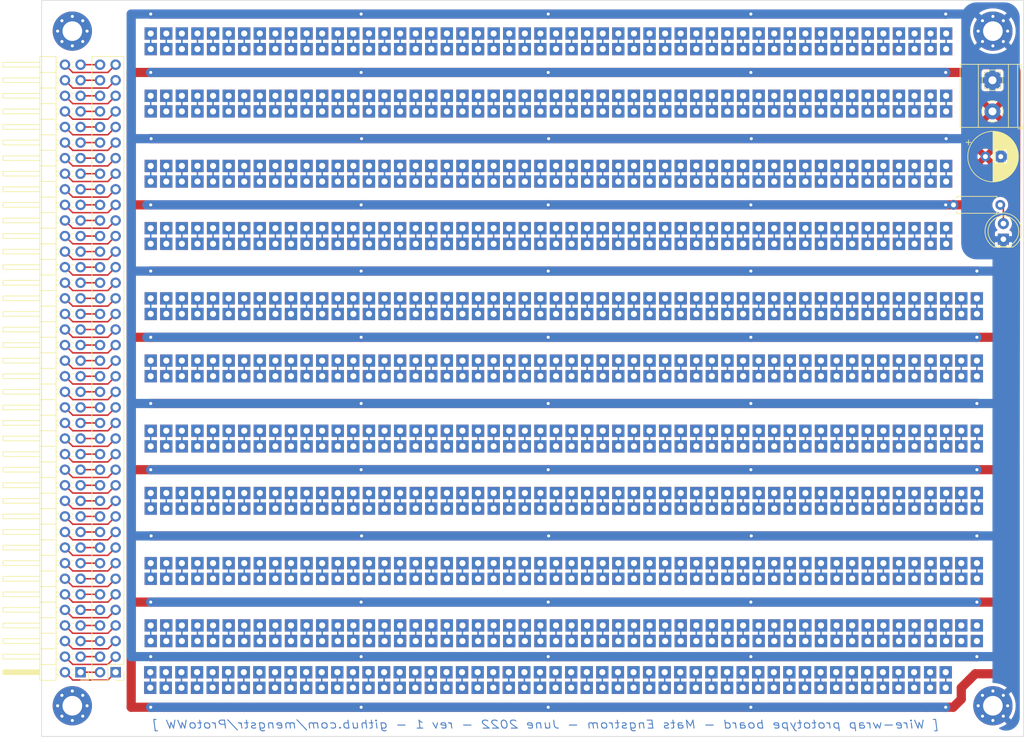
<source format=kicad_pcb>
(kicad_pcb (version 20211014) (generator pcbnew)
  (layers (0 "F.Cu" signal) (31 "B.Cu" signal) (34 "B.Paste" user) (35 "F.Paste" user) (36 "B.SilkS" user "B.Silkscreen") (37 "F.SilkS" user "F.Silkscreen") (38 "B.Mask" user) (39 "F.Mask" user) (44 "Edge.Cuts" user))
  (net 0 "")
  (net 1 "GND")
  (net 2 "VCC")
  (footprint "Connector_PinHeader_2.54mm:PinHeader_2x40_P2.54mm_Horizontal" (layer "F.Cu") (at 79.04 102.7 180)
    (fp_text reference "REF**" hide)
    (fp_text value "PinHeader_2x40_P2.54mm_Horizontal" hide)
  )
  (footprint "" (layer "F.Cu") (at 207.31 58.25)
    (fp_text reference "")
    (fp_text value "")
  )
  (footprint "" (layer "F.Cu") (at 209.85 58.25)
    (fp_text reference "")
    (fp_text value "")
  )
  (footprint "" (layer "F.Cu") (at 186.99 93.81)
    (fp_text reference "")
    (fp_text value "")
  )
  (footprint "" (layer "F.Cu") (at 159.05 115.4)
    (fp_text reference "")
    (fp_text value "")
  )
  (footprint "" (layer "F.Cu") (at 164.13 123.02)
    (fp_text reference "")
    (fp_text value "")
  )
  (footprint "" (layer "F.Cu") (at 161.59 136.99)
    (fp_text reference "")
    (fp_text value "")
  )
  (footprint "" (layer "F.Cu") (at 146.35 123.02)
    (fp_text reference "")
    (fp_text value "")
  )
  (footprint "" (layer "F.Cu") (at 136.19 60.79)
    (fp_text reference "")
    (fp_text value "")
  )
  (footprint "" (layer "F.Cu") (at 138.73 136.99)
    (fp_text reference "")
    (fp_text value "")
  )
  (footprint "" (layer "F.Cu") (at 161.59 101.43)
    (fp_text reference "")
    (fp_text value "")
  )
  (footprint "" (layer "F.Cu") (at 153.97 125.56)
    (fp_text reference "")
    (fp_text value "")
  )
  (footprint "" (layer "F.Cu") (at 176.83 48.09)
    (fp_text reference "")
    (fp_text value "")
  )
  (footprint "" (layer "F.Cu") (at 138.73 91.27)
    (fp_text reference "")
    (fp_text value "")
  )
  (footprint "" (layer "F.Cu") (at 171.75 82.38)
    (fp_text reference "")
    (fp_text value "")
  )
  (footprint "" (layer "F.Cu") (at 146.35 60.79)
    (fp_text reference "")
    (fp_text value "")
  )
  (footprint "" (layer "F.Cu") (at 141.27 69.68)
    (fp_text reference "")
    (fp_text value "")
  )
  (footprint "" (layer "F.Cu") (at 164.13 103.97)
    (fp_text reference "")
    (fp_text value "")
  )
  (footprint "" (layer "F.Cu") (at 164.13 58.25)
    (fp_text reference "")
    (fp_text value "")
  )
  (footprint "" (layer "F.Cu") (at 192.07 91.27)
    (fp_text reference "")
    (fp_text value "")
  )
  (footprint "" (layer "F.Cu") (at 151.36 152.23)
    (fp_text reference "")
    (fp_text value "")
  )
  (footprint "" (layer "F.Cu") (at 133.65 144.61)
    (fp_text reference "")
    (fp_text value "")
  )
  (footprint "" (layer "F.Cu") (at 128.57 58.25)
    (fp_text reference "")
    (fp_text value "")
  )
  (footprint "" (layer "F.Cu") (at 209.85 123.02)
    (fp_text reference "")
    (fp_text value "")
  )
  (footprint "" (layer "F.Cu") (at 141.27 91.27)
    (fp_text reference "")
    (fp_text value "")
  )
  (footprint "" (layer "F.Cu") (at 174.29 125.56)
    (fp_text reference "")
    (fp_text value "")
  )
  (footprint "" (layer "F.Cu") (at 171.68 152.23)
    (fp_text reference "")
    (fp_text value "")
  )
  (footprint "" (layer "F.Cu") (at 217.54 91.27)
    (fp_text reference "")
    (fp_text value "")
  )
  (footprint "" (layer "F.Cu") (at 220.08 144.61)
    (fp_text reference "")
    (fp_text value "")
  )
  (footprint "" (layer "F.Cu") (at 133.65 72.22)
    (fp_text reference "")
    (fp_text value "")
  )
  (footprint "" (layer "F.Cu") (at 93.01 136.99)
    (fp_text reference "")
    (fp_text value "")
  )
  (footprint "Connector_PinHeader_2.54mm:PinHeader_2x40_P2.54mm_Vertical" (layer "F.Cu") (at 84.755 152.23 180)
    (fp_text reference "REF**" hide)
    (fp_text value "PinHeader_2x40_P2.54mm_Vertical" hide)
  )
  (footprint "" (layer "F.Cu") (at 136.19 58.25)
    (fp_text reference "")
    (fp_text value "")
  )
  (footprint "" (layer "F.Cu") (at 199.69 123.02)
    (fp_text reference "")
    (fp_text value "")
  )
  (footprint "" (layer "F.Cu") (at 169.21 72.22)
    (fp_text reference "")
    (fp_text value "")
  )
  (footprint "" (layer "F.Cu") (at 90.47 50.63)
    (fp_text reference "")
    (fp_text value "")
  )
  (footprint "" (layer "F.Cu") (at 103.17 136.99)
    (fp_text reference "")
    (fp_text value "")
  )
  (footprint "" (layer "F.Cu") (at 199.69 69.68)
    (fp_text reference "")
    (fp_text value "")
  )
  (footprint "" (layer "F.Cu") (at 176.83 101.43)
    (fp_text reference "")
    (fp_text value "")
  )
  (footprint "" (layer "F.Cu") (at 209.85 72.22)
    (fp_text reference "")
    (fp_text value "")
  )
  (footprint "" (layer "F.Cu") (at 113.33 72.22)
    (fp_text reference "")
    (fp_text value "")
  )
  (footprint "" (layer "F.Cu") (at 126.03 93.81)
    (fp_text reference "")
    (fp_text value "")
  )
  (footprint "" (layer "F.Cu") (at 133.65 136.99)
    (fp_text reference "")
    (fp_text value "")
  )
  (footprint "" (layer "F.Cu") (at 113.33 79.84)
    (fp_text reference "")
    (fp_text value "")
  )
  (footprint "" (layer "F.Cu") (at 194.61 115.4)
    (fp_text reference "")
    (fp_text value "")
  )
  (footprint "" (layer "F.Cu") (at 128.57 115.4)
    (fp_text reference "")
    (fp_text value "")
  )
  (footprint "" (layer "F.Cu") (at 179.37 82.38)
    (fp_text reference "")
    (fp_text value "")
  )
  (footprint "" (layer "F.Cu") (at 209.85 147.15)
    (fp_text reference "")
    (fp_text value "")
  )
  (footprint "" (layer "F.Cu") (at 98.09 125.56)
    (fp_text reference "")
    (fp_text value "")
  )
  (footprint "" (layer "F.Cu") (at 136.12 154.77)
    (fp_text reference "")
    (fp_text value "")
  )
  (footprint "" (layer "F.Cu") (at 161.59 91.27)
    (fp_text reference "")
    (fp_text value "")
  )
  (footprint "" (layer "F.Cu") (at 194.54 152.23)
    (fp_text reference "")
    (fp_text value "")
  )
  (footprint "" (layer "F.Cu") (at 159.05 60.79)
    (fp_text reference "")
    (fp_text value "")
  )
  (footprint "" (layer "F.Cu") (at 95.55 115.4)
    (fp_text reference "")
    (fp_text value "")
  )
  (footprint "" (layer "F.Cu") (at 220.08 82.38)
    (fp_text reference "")
    (fp_text value "")
  )
  (footprint "" (layer "F.Cu") (at 197.15 72.22)
    (fp_text reference "")
    (fp_text value "")
  )
  (footprint "" (layer "F.Cu") (at 204.7 152.23)
    (fp_text reference "")
    (fp_text value "")
  )
  (footprint "" (layer "F.Cu") (at 110.79 58.25)
    (fp_text reference "")
    (fp_text value "")
  )
  (footprint "" (layer "F.Cu") (at 148.89 93.81)
    (fp_text reference "")
    (fp_text value "")
  )
  (footprint "" (layer "F.Cu") (at 179.37 72.22)
    (fp_text reference "")
    (fp_text value "")
  )
  (footprint "" (layer "F.Cu") (at 186.92 152.23)
    (fp_text reference "")
    (fp_text value "")
  )
  (footprint "" (layer "F.Cu") (at 174.22 154.77)
    (fp_text reference "")
    (fp_text value "")
  )
  (footprint "" (layer "F.Cu") (at 105.71 60.79)
    (fp_text reference "")
    (fp_text value "")
  )
  (footprint "" (layer "F.Cu") (at 138.73 125.56)
    (fp_text reference "")
    (fp_text value "")
  )
  (footprint "" (layer "F.Cu") (at 98.02 154.77)
    (fp_text reference "")
    (fp_text value "")
  )
  (footprint "" (layer "F.Cu") (at 100.63 144.61)
    (fp_text reference "")
    (fp_text value "")
  )
  (footprint "" (layer "F.Cu") (at 169.21 103.97)
    (fp_text reference "")
    (fp_text value "")
  )
  (footprint "" (layer "F.Cu") (at 105.71 136.99)
    (fp_text reference "")
    (fp_text value "")
  )
  (footprint "" (layer "F.Cu") (at 93.01 147.15)
    (fp_text reference "")
    (fp_text value "")
  )
  (footprint "" (layer "F.Cu") (at 126.03 123.02)
    (fp_text reference "")
    (fp_text value "")
  )
  (footprint "" (layer "F.Cu") (at 202.23 147.15)
    (fp_text reference "")
    (fp_text value "")
  )
  (footprint "" (layer "F.Cu") (at 95.55 58.25)
    (fp_text reference "")
    (fp_text value "")
  )
  (footprint "" (layer "F.Cu") (at 220.08 112.86)
    (fp_text reference "")
    (fp_text value "")
  )
  (footprint "" (layer "F.Cu") (at 164.13 50.63)
    (fp_text reference "")
    (fp_text value "")
  )
  (footprint "" (layer "F.Cu") (at 118.41 48.09)
    (fp_text reference "")
    (fp_text value "")
  )
  (footprint "" (layer "F.Cu") (at 100.63 123.02)
    (fp_text reference "")
    (fp_text value "")
  )
  (footprint "" (layer "F.Cu") (at 166.67 103.97)
    (fp_text reference "")
    (fp_text value "")
  )
  (footprint "" (layer "F.Cu") (at 156.51 134.45)
    (fp_text reference "")
    (fp_text value "")
  )
  (footprint "" (layer "F.Cu") (at 202.23 93.81)
    (fp_text reference "")
    (fp_text value "")
  )
  (footprint "" (layer "F.Cu") (at 194.61 125.56)
    (fp_text reference "")
    (fp_text value "")
  )
  (footprint "" (layer "F.Cu") (at 207.31 136.99)
    (fp_text reference "")
    (fp_text value "")
  )
  (footprint "" (layer "F.Cu") (at 120.95 50.63)
    (fp_text reference "")
    (fp_text value "")
  )
  (footprint "" (layer "F.Cu") (at 108.25 103.97)
    (fp_text reference "")
    (fp_text value "")
  )
  (footprint "" (layer "F.Cu") (at 179.3 152.23)
    (fp_text reference "")
    (fp_text value "")
  )
  (footprint "" (layer "F.Cu") (at 214.93 58.25)
    (fp_text reference "")
    (fp_text value "")
  )
  (footprint "" (layer "F.Cu") (at 110.79 147.15)
    (fp_text reference "")
    (fp_text value "")
  )
  (footprint "" (layer "F.Cu") (at 192.07 48.09)
    (fp_text reference "")
    (fp_text value "")
  )
  (footprint "" (layer "F.Cu") (at 108.25 112.86)
    (fp_text reference "")
    (fp_text value "")
  )
  (footprint "" (layer "F.Cu") (at 143.74 154.77)
    (fp_text reference "")
    (fp_text value "")
  )
  (footprint "" (layer "F.Cu") (at 169.21 93.81)
    (fp_text reference "")
    (fp_text value "")
  )
  (footprint "" (layer "F.Cu") (at 184.45 101.43)
    (fp_text reference "")
    (fp_text value "")
  )
  (footprint "" (layer "F.Cu") (at 90.47 134.45)
    (fp_text reference "")
    (fp_text value "")
  )
  (footprint "" (layer "F.Cu") (at 189.53 48.09)
    (fp_text reference "")
    (fp_text value "")
  )
  (footprint "" (layer "F.Cu") (at 151.43 112.86)
    (fp_text reference "")
    (fp_text value "")
  )
  (footprint "" (layer "F.Cu") (at 174.29 48.09)
    (fp_text reference "")
    (fp_text value "")
  )
  (footprint "" (layer "F.Cu") (at 105.71 48.09)
    (fp_text reference "")
    (fp_text value "")
  )
  (footprint "" (layer "F.Cu") (at 123.49 91.27)
    (fp_text reference "")
    (fp_text value "")
  )
  (footprint "" (layer "F.Cu") (at 136.19 115.4)
    (fp_text reference "")
    (fp_text value "")
  )
  (footprint "" (layer "F.Cu") (at 169.21 123.02)
    (fp_text reference "")
    (fp_text value "")
  )
  (footprint "" (layer "F.Cu") (at 138.66 154.77)
    (fp_text reference "")
    (fp_text value "")
  )
  (footprint "" (layer "F.Cu") (at 212.39 91.27)
    (fp_text reference "")
    (fp_text value "")
  )
  (footprint "" (layer "F.Cu") (at 199.69 82.38)
    (fp_text reference "")
    (fp_text value "")
  )
  (footprint "" (layer "F.Cu") (at 103.17 115.4)
    (fp_text reference "")
    (fp_text value "")
  )
  (footprint "" (layer "F.Cu") (at 138.73 60.79)
    (fp_text reference "")
    (fp_text value "")
  )
  (footprint "" (layer "F.Cu") (at 126.03 50.63)
    (fp_text reference "")
    (fp_text value "")
  )
  (footprint "" (layer "F.Cu") (at 103.17 91.27)
    (fp_text reference "")
    (fp_text value "")
  )
  (footprint "" (layer "F.Cu") (at 148.89 48.09)
    (fp_text reference "")
    (fp_text value "")
  )
  (footprint "" (layer "F.Cu") (at 90.47 115.4)
    (fp_text reference "")
    (fp_text value "")
  )
  (footprint "" (layer "F.Cu") (at 192.07 103.97)
    (fp_text reference "")
    (fp_text value "")
  )
  (footprint "" (layer "F.Cu") (at 181.91 72.22)
    (fp_text reference "")
    (fp_text value "")
  )
  (footprint "" (layer "F.Cu") (at 103.17 93.81)
    (fp_text reference "")
    (fp_text value "")
  )
  (footprint "" (layer "F.Cu") (at 126.03 48.09)
    (fp_text reference "")
    (fp_text value "")
  )
  (footprint "" (layer "F.Cu") (at 118.41 91.27)
    (fp_text reference "")
    (fp_text value "")
  )
  (footprint "" (layer "F.Cu") (at 146.35 147.15)
    (fp_text reference "")
    (fp_text value "")
  )
  (footprint "" (layer "F.Cu") (at 181.91 50.63)
    (fp_text reference "")
    (fp_text value "")
  )
  (footprint "" (layer "F.Cu") (at 108.25 69.68)
    (fp_text reference "")
    (fp_text value "")
  )
  (footprint "" (layer "F.Cu") (at 153.97 82.38)
    (fp_text reference "")
    (fp_text value "")
  )
  (footprint "" (layer "F.Cu") (at 105.71 50.63)
    (fp_text reference "")
    (fp_text value "")
  )
  (footprint "" (layer "F.Cu") (at 151.43 72.22)
    (fp_text reference "")
    (fp_text value "")
  )
  (footprint "" (layer "F.Cu") (at 151.43 115.4)
    (fp_text reference "")
    (fp_text value "")
  )
  (footprint "" (layer "F.Cu") (at 143.81 136.99)
    (fp_text reference "")
    (fp_text value "")
  )
  (footprint "" (layer "F.Cu") (at 204.7 154.77)
    (fp_text reference "")
    (fp_text value "")
  )
  (footprint "" (layer "F.Cu") (at 148.89 69.68)
    (fp_text reference "")
    (fp_text value "")
  )
  (footprint "" (layer "F.Cu") (at 108.25 91.27)
    (fp_text reference "")
    (fp_text value "")
  )
  (footprint "" (layer "F.Cu") (at 204.77 112.86)
    (fp_text reference "")
    (fp_text value "")
  )
  (footprint "" (layer "F.Cu") (at 199.69 50.63)
    (fp_text reference "")
    (fp_text value "")
  )
  (footprint "" (layer "F.Cu") (at 166.67 147.15)
    (fp_text reference "")
    (fp_text value "")
  )
  (footprint "" (layer "F.Cu") (at 118.41 125.56)
    (fp_text reference "")
    (fp_text value "")
  )
  (footprint "" (layer "F.Cu") (at 131.04 152.23)
    (fp_text reference "")
    (fp_text value "")
  )
  (footprint "" (layer "F.Cu") (at 220.08 58.25)
    (fp_text reference "")
    (fp_text value "")
  )
  (footprint "" (layer "F.Cu") (at 120.95 112.86)
    (fp_text reference "")
    (fp_text value "")
  )
  (footprint "" (layer "F.Cu") (at 179.37 69.68)
    (fp_text reference "")
    (fp_text value "")
  )
  (footprint "" (layer "F.Cu") (at 131.11 69.68)
    (fp_text reference "")
    (fp_text value "")
  )
  (footprint "" (layer "F.Cu") (at 110.79 79.84)
    (fp_text reference "")
    (fp_text value "")
  )
  (footprint "" (layer "F.Cu") (at 128.57 123.02)
    (fp_text reference "")
    (fp_text value "")
  )
  (footprint "" (layer "F.Cu") (at 199.69 112.86)
    (fp_text reference "")
    (fp_text value "")
  )
  (footprint "" (layer "F.Cu") (at 141.27 125.56)
    (fp_text reference "")
    (fp_text value "")
  )
  (footprint "" (layer "F.Cu") (at 159.05 123.02)
    (fp_text reference "")
    (fp_text value "")
  )
  (footprint "" (layer "F.Cu") (at 108.18 152.23)
    (fp_text reference "")
    (fp_text value "")
  )
  (footprint "" (layer "F.Cu") (at 93.01 82.38)
    (fp_text reference "")
    (fp_text value "")
  )
  (footprint "" (layer "F.Cu") (at 146.35 115.4)
    (fp_text reference "")
    (fp_text value "")
  )
  (footprint "" (layer "F.Cu") (at 95.55 79.84)
    (fp_text reference "")
    (fp_text value "")
  )
  (footprint "" (layer "F.Cu") (at 148.89 82.38)
    (fp_text reference "")
    (fp_text value "")
  )
  (footprint "" (layer "F.Cu") (at 181.91 125.56)
    (fp_text reference "")
    (fp_text value "")
  )
  (footprint "" (layer "F.Cu") (at 212.39 58.25)
    (fp_text reference "")
    (fp_text value "")
  )
  (footprint "" (layer "F.Cu") (at 204.77 93.81)
    (fp_text reference "")
    (fp_text value "")
  )
  (footprint "" (layer "F.Cu") (at 184.45 48.09)
    (fp_text reference "")
    (fp_text value "")
  )
  (footprint "" (layer "F.Cu") (at 128.57 134.45)
    (fp_text reference "")
    (fp_text value "")
  )
  (footprint "" (layer "F.Cu") (at 207.24 154.77)
    (fp_text reference "")
    (fp_text value "")
  )
  (footprint "" (layer "F.Cu") (at 156.51 112.86)
    (fp_text reference "")
    (fp_text value "")
  )
  (footprint "" (layer "F.Cu") (at 186.99 79.84)
    (fp_text reference "")
    (fp_text value "")
  )
  (footprint "" (layer "F.Cu") (at 222.55 136.99)
    (fp_text reference "")
    (fp_text value "")
  )
  (footprint "" (layer "F.Cu") (at 189.53 93.81)
    (fp_text reference "")
    (fp_text value "")
  )
  (footprint "" (layer "F.Cu") (at 105.71 93.81)
    (fp_text reference "")
    (fp_text value "")
  )
  (footprint "" (layer "F.Cu") (at 194.61 58.25)
    (fp_text reference "")
    (fp_text value "")
  )
  (footprint "" (layer "F.Cu") (at 143.81 69.68)
    (fp_text reference "")
    (fp_text value "")
  )
  (footprint "" (layer "F.Cu") (at 128.5 152.23)
    (fp_text reference "")
    (fp_text value "")
  )
  (footprint "" (layer "F.Cu") (at 131.11 72.22)
    (fp_text reference "")
    (fp_text value "")
  )
  (footprint "" (layer "F.Cu") (at 110.79 123.02)
    (fp_text reference "")
    (fp_text value "")
  )
  (footprint "" (layer "F.Cu") (at 131.11 136.99)
    (fp_text reference "")
    (fp_text value "")
  )
  (footprint "" (layer "F.Cu") (at 141.27 112.86)
    (fp_text reference "")
    (fp_text value "")
  )
  (footprint "" (layer "F.Cu") (at 225.09 93.81)
    (fp_text reference "")
    (fp_text value "")
  )
  (footprint "" (layer "F.Cu") (at 115.87 79.84)
    (fp_text reference "")
    (fp_text value "")
  )
  (footprint "" (layer "F.Cu") (at 207.31 125.56)
    (fp_text reference "")
    (fp_text value "")
  )
  (footprint "" (layer "F.Cu") (at 189.53 82.38)
    (fp_text reference "")
    (fp_text value "")
  )
  (footprint "" (layer "F.Cu") (at 110.79 50.63)
    (fp_text reference "")
    (fp_text value "")
  )
  (footprint "" (layer "F.Cu") (at 153.9 154.77)
    (fp_text reference "")
    (fp_text value "")
  )
  (footprint "" (layer "F.Cu") (at 98.09 50.63)
    (fp_text reference "")
    (fp_text value "")
  )
  (footprint "" (layer "F.Cu") (at 194.61 72.22)
    (fp_text reference "")
    (fp_text value "")
  )
  (footprint "" (layer "F.Cu") (at 105.71 125.56)
    (fp_text reference "")
    (fp_text value "")
  )
  (footprint "" (layer "F.Cu") (at 207.31 82.38)
    (fp_text reference "")
    (fp_text value "")
  )
  (footprint "" (layer "F.Cu") (at 136.19 112.86)
    (fp_text reference "")
    (fp_text value "")
  )
  (footprint "" (layer "F.Cu") (at 161.59 50.63)
    (fp_text reference "")
    (fp_text value "")
  )
  (footprint "" (layer "F.Cu") (at 186.99 115.4)
    (fp_text reference "")
    (fp_text value "")
  )
  (footprint "" (layer "F.Cu") (at 194.61 147.15)
    (fp_text reference "")
    (fp_text value "")
  )
  (footprint "" (layer "F.Cu") (at 184.45 103.97)
    (fp_text reference "")
    (fp_text value "")
  )
  (footprint "" (layer "F.Cu") (at 90.47 123.02)
    (fp_text reference "")
    (fp_text value "")
  )
  (footprint "" (layer "F.Cu") (at 126.03 115.4)
    (fp_text reference "")
    (fp_text value "")
  )
  (footprint "" (layer "F.Cu") (at 158.98 152.23)
    (fp_text reference "")
    (fp_text value "")
  )
  (footprint "" (layer "F.Cu") (at 186.99 82.38)
    (fp_text reference "")
    (fp_text value "")
  )
  (footprint "" (layer "F.Cu") (at 108.25 93.81)
    (fp_text reference "")
    (fp_text value "")
  )
  (footprint "" (layer "F.Cu") (at 110.79 101.43)
    (fp_text reference "")
    (fp_text value "")
  )
  (footprint "" (layer "F.Cu") (at 159.05 125.56)
    (fp_text reference "")
    (fp_text value "")
  )
  (footprint "" (layer "F.Cu") (at 176.83 82.38)
    (fp_text reference "")
    (fp_text value "")
  )
  (footprint "" (layer "F.Cu") (at 164.13 79.84)
    (fp_text reference "")
    (fp_text value "")
  )
  (footprint "" (layer "F.Cu") (at 93.01 115.4)
    (fp_text reference "")
    (fp_text value "")
  )
  (footprint "" (layer "F.Cu") (at 184.45 82.38)
    (fp_text reference "")
    (fp_text value "")
  )
  (footprint "" (layer "F.Cu") (at 207.31 91.27)
    (fp_text reference "")
    (fp_text value "")
  )
  (footprint "" (layer "F.Cu") (at 171.75 134.45)
    (fp_text reference "")
    (fp_text value "")
  )
  (footprint "" (layer "F.Cu") (at 184.45 91.27)
    (fp_text reference "")
    (fp_text value "")
  )
  (footprint "" (layer "F.Cu") (at 113.26 152.23)
    (fp_text reference "")
    (fp_text value "")
  )
  (footprint "" (layer "F.Cu") (at 159.05 91.27)
    (fp_text reference "")
    (fp_text value "")
  )
  (footprint "" (layer "F.Cu") (at 138.73 134.45)
    (fp_text reference "")
    (fp_text value "")
  )
  (footprint "" (layer "F.Cu") (at 192.07 125.56)
    (fp_text reference "")
    (fp_text value "")
  )
  (footprint "" (layer "F.Cu") (at 202.23 112.86)
    (fp_text reference "")
    (fp_text value "")
  )
  (footprint "" (layer "F.Cu") (at 179.37 125.56)
    (fp_text reference "")
    (fp_text value "")
  )
  (footprint "" (layer "F.Cu") (at 197.15 93.81)
    (fp_text reference "")
    (fp_text value "")
  )
  (footprint "" (layer "F.Cu") (at 176.83 79.84)
    (fp_text reference "")
    (fp_text value "")
  )
  (footprint "" (layer "F.Cu") (at 123.49 72.22)
    (fp_text reference "")
    (fp_text value "")
  )
  (footprint "" (layer "F.Cu") (at 108.25 79.84)
    (fp_text reference "")
    (fp_text value "")
  )
  (footprint "" (layer "F.Cu") (at 217.54 69.68)
    (fp_text reference "")
    (fp_text value "")
  )
  (footprint "" (layer "F.Cu") (at 174.29 50.63)
    (fp_text reference "")
    (fp_text value "")
  )
  (footprint "" (layer "F.Cu") (at 151.43 69.68)
    (fp_text reference "")
    (fp_text value "")
  )
  (footprint "" (layer "F.Cu") (at 120.95 115.4)
    (fp_text reference "")
    (fp_text value "")
  )
  (footprint "" (layer "F.Cu") (at 220.08 147.15)
    (fp_text reference "")
    (fp_text value "")
  )
  (footprint "" (layer "F.Cu") (at 176.83 58.25)
    (fp_text reference "")
    (fp_text value "")
  )
  (footprint "" (layer "F.Cu") (at 146.35 134.45)
    (fp_text reference "")
    (fp_text value "")
  )
  (footprint "" (layer "F.Cu") (at 115.8 154.77)
    (fp_text reference "")
    (fp_text value "")
  )
  (footprint "" (layer "F.Cu") (at 123.49 123.02)
    (fp_text reference "")
    (fp_text value "")
  )
  (footprint "" (layer "F.Cu") (at 176.83 136.99)
    (fp_text reference "")
    (fp_text value "")
  )
  (footprint "" (layer "F.Cu") (at 148.89 50.63)
    (fp_text reference "")
    (fp_text value "")
  )
  (footprint "" (layer "F.Cu") (at 118.41 82.38)
    (fp_text reference "")
    (fp_text value "")
  )
  (footprint "" (layer "F.Cu") (at 148.89 136.99)
    (fp_text reference "")
    (fp_text value "")
  )
  (footprint "" (layer "F.Cu") (at 214.93 93.81)
    (fp_text reference "")
    (fp_text value "")
  )
  (footprint "" (layer "F.Cu") (at 95.55 69.68)
    (fp_text reference "")
    (fp_text value "")
  )
  (footprint "" (layer "F.Cu") (at 123.49 125.56)
    (fp_text reference "")
    (fp_text value "")
  )
  (footprint "" (layer "F.Cu") (at 181.91 79.84)
    (fp_text reference "")
    (fp_text value "")
  )
  (footprint "" (layer "F.Cu") (at 105.71 112.86)
    (fp_text reference "")
    (fp_text value "")
  )
  (footprint "" (layer "F.Cu") (at 148.89 134.45)
    (fp_text reference "")
    (fp_text value "")
  )
  (footprint "" (layer "F.Cu") (at 194.61 101.43)
    (fp_text reference "")
    (fp_text value "")
  )
  (footprint "" (layer "F.Cu") (at 123.49 48.09)
    (fp_text reference "")
    (fp_text value "")
  )
  (footprint "" (layer "F.Cu") (at 189.46 154.77)
    (fp_text reference "")
    (fp_text value "")
  )
  (footprint "" (layer "F.Cu") (at 209.85 103.97)
    (fp_text reference "")
    (fp_text value "")
  )
  (footprint "" (layer "F.Cu") (at 222.55 125.56)
    (fp_text reference "")
    (fp_text value "")
  )
  (footprint "" (layer "F.Cu") (at 174.29 58.25)
    (fp_text reference "")
    (fp_text value "")
  )
  (footprint "" (layer "F.Cu") (at 207.24 152.23)
    (fp_text reference "")
    (fp_text value "")
  )
  (footprint "" (layer "F.Cu") (at 131.11 147.15)
    (fp_text reference "")
    (fp_text value "")
  )
  (footprint "" (layer "F.Cu") (at 186.99 112.86)
    (fp_text reference "")
    (fp_text value "")
  )
  (footprint "" (layer "F.Cu") (at 143.81 144.61)
    (fp_text reference "")
    (fp_text value "")
  )
  (footprint "" (layer "F.Cu") (at 115.87 101.43)
    (fp_text reference "")
    (fp_text value "")
  )
  (footprint "" (layer "F.Cu") (at 204.77 60.79)
    (fp_text reference "")
    (fp_text value "")
  )
  (footprint "" (layer "F.Cu") (at 108.25 115.4)
    (fp_text reference "")
    (fp_text value "")
  )
  (footprint "" (layer "F.Cu") (at 199.69 60.79)
    (fp_text reference "")
    (fp_text value "")
  )
  (footprint "" (layer "F.Cu") (at 146.35 93.81)
    (fp_text reference "")
    (fp_text value "")
  )
  (footprint "" (layer "F.Cu") (at 171.75 103.97)
    (fp_text reference "")
    (fp_text value "")
  )
  (footprint "" (layer "F.Cu") (at 92.94 154.77)
    (fp_text reference "")
    (fp_text value "")
  )
  (footprint "" (layer "F.Cu") (at 138.73 72.22)
    (fp_text reference "")
    (fp_text value "")
  )
  (footprint "" (layer "F.Cu") (at 120.95 91.27)
    (fp_text reference "")
    (fp_text value "")
  )
  (footprint "" (layer "F.Cu") (at 110.79 144.61)
    (fp_text reference "")
    (fp_text value "")
  )
  (footprint "" (layer "F.Cu") (at 209.85 134.45)
    (fp_text reference "")
    (fp_text value "")
  )
  (footprint "" (layer "F.Cu") (at 199.69 91.27)
    (fp_text reference "")
    (fp_text value "")
  )
  (footprint "" (layer "F.Cu") (at 143.81 134.45)
    (fp_text reference "")
    (fp_text value "")
  )
  (footprint "" (layer "F.Cu") (at 220.08 125.56)
    (fp_text reference "")
    (fp_text value "")
  )
  (footprint "" (layer "F.Cu") (at 169.21 91.27)
    (fp_text reference "")
    (fp_text value "")
  )
  (footprint "" (layer "F.Cu") (at 133.65 112.86)
    (fp_text reference "")
    (fp_text value "")
  )
  (footprint "" (layer "F.Cu") (at 220.08 136.99)
    (fp_text reference "")
    (fp_text value "")
  )
  (footprint "" (layer "F.Cu") (at 222.55 101.43)
    (fp_text reference "")
    (fp_text value "")
  )
  (footprint "" (layer "F.Cu") (at 100.63 136.99)
    (fp_text reference "")
    (fp_text value "")
  )
  (footprint "" (layer "F.Cu") (at 133.65 101.43)
    (fp_text reference "")
    (fp_text value "")
  )
  (footprint "" (layer "F.Cu") (at 133.65 125.56)
    (fp_text reference "")
    (fp_text value "")
  )
  (footprint "" (layer "F.Cu") (at 126.03 147.15)
    (fp_text reference "")
    (fp_text value "")
  )
  (footprint "" (layer "F.Cu") (at 100.63 58.25)
    (fp_text reference "")
    (fp_text value "")
  )
  (footprint "" (layer "F.Cu") (at 141.27 136.99)
    (fp_text reference "")
    (fp_text value "")
  )
  (footprint "" (layer "F.Cu") (at 209.78 152.23)
    (fp_text reference "")
    (fp_text value "")
  )
  (footprint "" (layer "F.Cu") (at 123.49 134.45)
    (fp_text reference "")
    (fp_text value "")
  )
  (footprint "" (layer "F.Cu") (at 128.57 147.15)
    (fp_text reference "")
    (fp_text value "")
  )
  (footprint "" (layer "F.Cu") (at 194.61 82.38)
    (fp_text reference "")
    (fp_text value "")
  )
  (footprint "" (layer "F.Cu") (at 192.07 72.22)
    (fp_text reference "")
    (fp_text value "")
  )
  (footprint "" (layer "F.Cu") (at 113.33 103.97)
    (fp_text reference "")
    (fp_text value "")
  )
  (footprint "" (layer "F.Cu") (at 133.65 103.97)
    (fp_text reference "")
    (fp_text value "")
  )
  (footprint "" (layer "F.Cu") (at 146.35 72.22)
    (fp_text reference "")
    (fp_text value "")
  )
  (footprint "" (layer "F.Cu") (at 161.59 58.25)
    (fp_text reference "")
    (fp_text value "")
  )
  (footprint "" (layer "F.Cu") (at 128.57 79.84)
    (fp_text reference "")
    (fp_text value "")
  )
  (footprint "" (layer "F.Cu") (at 131.11 93.81)
    (fp_text reference "")
    (fp_text value "")
  )
  (footprint "" (layer "F.Cu") (at 103.17 50.63)
    (fp_text reference "")
    (fp_text value "")
  )
  (footprint "" (layer "F.Cu") (at 199.69 103.97)
    (fp_text reference "")
    (fp_text value "")
  )
  (footprint "" (layer "F.Cu") (at 194.61 91.27)
    (fp_text reference "")
    (fp_text value "")
  )
  (footprint "" (layer "F.Cu") (at 164.13 134.45)
    (fp_text reference "")
    (fp_text value "")
  )
  (footprint "" (layer "F.Cu") (at 161.59 134.45)
    (fp_text reference "")
    (fp_text value "")
  )
  (footprint "" (layer "F.Cu") (at 181.91 82.38)
    (fp_text reference "")
    (fp_text value "")
  )
  (footprint "" (layer "F.Cu") (at 181.91 101.43)
    (fp_text reference "")
    (fp_text value "")
  )
  (footprint "" (layer "F.Cu") (at 118.41 134.45)
    (fp_text reference "")
    (fp_text value "")
  )
  (footprint "" (layer "F.Cu") (at 214.93 48.09)
    (fp_text reference "")
    (fp_text value "")
  )
  (footprint "" (layer "F.Cu") (at 197.08 152.23)
    (fp_text reference "")
    (fp_text value "")
  )
  (footprint "" (layer "F.Cu") (at 212.39 101.43)
    (fp_text reference "")
    (fp_text value "")
  )
  (footprint "" (layer "F.Cu") (at 120.95 48.09)
    (fp_text reference "")
    (fp_text value "")
  )
  (footprint "" (layer "F.Cu") (at 171.75 72.22)
    (fp_text reference "")
    (fp_text value "")
  )
  (footprint "" (layer "F.Cu") (at 141.27 60.79)
    (fp_text reference "")
    (fp_text value "")
  )
  (footprint "" (layer "F.Cu") (at 194.61 136.99)
    (fp_text reference "")
    (fp_text value "")
  )
  (footprint "" (layer "F.Cu") (at 166.67 48.09)
    (fp_text reference "")
    (fp_text value "")
  )
  (footprint "" (layer "F.Cu") (at 141.27 147.15)
    (fp_text reference "")
    (fp_text value "")
  )
  (footprint "" (layer "F.Cu") (at 110.79 112.86)
    (fp_text reference "")
    (fp_text value "")
  )
  (footprint "" (layer "F.Cu") (at 199.69 101.43)
    (fp_text reference "")
    (fp_text value "")
  )
  (footprint "" (layer "F.Cu") (at 176.83 93.81)
    (fp_text reference "")
    (fp_text value "")
  )
  (footprint "" (layer "F.Cu") (at 115.8 152.23)
    (fp_text reference "")
    (fp_text value "")
  )
  (footprint "" (layer "F.Cu") (at 156.51 147.15)
    (fp_text reference "")
    (fp_text value "")
  )
  (footprint "" (layer "F.Cu") (at 202.23 125.56)
    (fp_text reference "")
    (fp_text value "")
  )
  (footprint "" (layer "F.Cu") (at 214.93 125.56)
    (fp_text reference "")
    (fp_text value "")
  )
  (footprint "" (layer "F.Cu") (at 186.99 123.02)
    (fp_text reference "")
    (fp_text value "")
  )
  (footprint "" (layer "F.Cu") (at 105.71 144.61)
    (fp_text reference "")
    (fp_text value "")
  )
  (footprint "" (layer "F.Cu") (at 189.53 58.25)
    (fp_text reference "")
    (fp_text value "")
  )
  (footprint "" (layer "F.Cu") (at 93.01 134.45)
    (fp_text reference "")
    (fp_text value "")
  )
  (footprint "" (layer "F.Cu") (at 194.61 69.68)
    (fp_text reference "")
    (fp_text value "")
  )
  (footprint "" (layer "F.Cu") (at 171.75 144.61)
    (fp_text reference "")
    (fp_text value "")
  )
  (footprint "" (layer "F.Cu") (at 184.45 125.56)
    (fp_text reference "")
    (fp_text value "")
  )
  (footprint "" (layer "F.Cu") (at 95.55 136.99)
    (fp_text reference "")
    (fp_text value "")
  )
  (footprint "" (layer "F.Cu") (at 184.38 152.23)
    (fp_text reference "")
    (fp_text value "")
  )
  (footprint "" (layer "F.Cu") (at 189.53 123.02)
    (fp_text reference "")
    (fp_text value "")
  )
  (footprint "" (layer "F.Cu") (at 153.97 91.27)
    (fp_text reference "")
    (fp_text value "")
  )
  (footprint "" (layer "F.Cu") (at 126.03 144.61)
    (fp_text reference "")
    (fp_text value "")
  )
  (footprint "" (layer "F.Cu") (at 181.91 69.68)
    (fp_text reference "")
    (fp_text value "")
  )
  (footprint "" (layer "F.Cu") (at 179.37 79.84)
    (fp_text reference "")
    (fp_text value "")
  )
  (footprint "" (layer "F.Cu") (at 133.65 48.09)
    (fp_text reference "")
    (fp_text value "")
  )
  (footprint "" (layer "F.Cu") (at 199.62 152.23)
    (fp_text reference "")
    (fp_text value "")
  )
  (footprint "" (layer "F.Cu") (at 136.19 48.09)
    (fp_text reference "")
    (fp_text value "")
  )
  (footprint "" (layer "F.Cu") (at 118.41 147.15)
    (fp_text reference "")
    (fp_text value "")
  )
  (footprint "" (layer "F.Cu") (at 207.31 112.86)
    (fp_text reference "")
    (fp_text value "")
  )
  (footprint "" (layer "F.Cu") (at 90.47 79.84)
    (fp_text reference "")
    (fp_text value "")
  )
  (footprint "LED_THT:LED_D5.0mm" (layer "F.Cu") (at 229.408 81.623 90)
    (fp_text reference "REF**" hide)
    (fp_text value "LED_D5.0mm" hide)
  )
  (footprint "" (layer "F.Cu") (at 176.83 112.86)
    (fp_text reference "")
    (fp_text value "")
  )
  (footprint "" (layer "F.Cu") (at 90.47 93.81)
    (fp_text reference "")
    (fp_text value "")
  )
  (footprint "" (layer "F.Cu") (at 95.55 91.27)
    (fp_text reference "")
    (fp_text value "")
  )
  (footprint "" (layer "F.Cu") (at 103.17 48.09)
    (fp_text reference "")
    (fp_text value "")
  )
  (footprint "" (layer "F.Cu") (at 128.57 93.81)
    (fp_text reference "")
    (fp_text value "")
  )
  (footprint "" (layer "F.Cu") (at 92.94 152.23)
    (fp_text reference "")
    (fp_text value "")
  )
  (footprint "" (layer "F.Cu") (at 156.51 103.97)
    (fp_text reference "")
    (fp_text value "")
  )
  (footprint "" (layer "F.Cu") (at 179.37 58.25)
    (fp_text reference "")
    (fp_text value "")
  )
  (footprint "" (layer "F.Cu") (at 131.11 115.4)
    (fp_text reference "")
    (fp_text value "")
  )
  (footprint "" (layer "F.Cu") (at 156.51 60.79)
    (fp_text reference "")
    (fp_text value "")
  )
  (footprint "" (layer "F.Cu") (at 131.11 82.38)
    (fp_text reference "")
    (fp_text value "")
  )
  (footprint "" (layer "F.Cu") (at 181.91 91.27)
    (fp_text reference "")
    (fp_text value "")
  )
  (footprint "" (layer "F.Cu") (at 143.81 103.97)
    (fp_text reference "")
    (fp_text value "")
  )
  (footprint "" (layer "F.Cu") (at 202.23 123.02)
    (fp_text reference "")
    (fp_text value "")
  )
  (footprint "" (layer "F.Cu") (at 100.63 101.43)
    (fp_text reference "")
    (fp_text value "")
  )
  (footprint "" (layer "F.Cu") (at 217.54 125.56)
    (fp_text reference "")
    (fp_text value "")
  )
  (footprint "" (layer "F.Cu") (at 202.23 91.27)
    (fp_text reference "")
    (fp_text value "")
  )
  (footprint "" (layer "F.Cu") (at 189.53 60.79)
    (fp_text reference "")
    (fp_text value "")
  )
  (footprint "" (layer "F.Cu") (at 153.97 60.79)
    (fp_text reference "")
    (fp_text value "")
  )
  (footprint "" (layer "F.Cu") (at 138.73 115.4)
    (fp_text reference "")
    (fp_text value "")
  )
  (footprint "" (layer "F.Cu") (at 113.33 58.25)
    (fp_text reference "")
    (fp_text value "")
  )
  (footprint "" (layer "F.Cu") (at 214.93 112.86)
    (fp_text reference "")
    (fp_text value "")
  )
  (footprint "" (layer "F.Cu") (at 141.27 93.81)
    (fp_text reference "")
    (fp_text value "")
  )
  (footprint "" (layer "F.Cu") (at 199.69 144.61)
    (fp_text reference "")
    (fp_text value "")
  )
  (footprint "" (layer "F.Cu") (at 161.52 154.77)
    (fp_text reference "")
    (fp_text value "")
  )
  (footprint "" (layer "F.Cu") (at 192 154.77)
    (fp_text reference "")
    (fp_text value "")
  )
  (footprint "" (layer "F.Cu") (at 171.75 48.09)
    (fp_text reference "")
    (fp_text value "")
  )
  (footprint "" (layer "F.Cu") (at 181.91 136.99)
    (fp_text reference "")
    (fp_text value "")
  )
  (footprint "" (layer "F.Cu") (at 166.67 82.38)
    (fp_text reference "")
    (fp_text value "")
  )
  (footprint "" (layer "F.Cu") (at 181.84 152.23)
    (fp_text reference "")
    (fp_text value "")
  )
  (footprint "" (layer "F.Cu") (at 202.23 58.25)
    (fp_text reference "")
    (fp_text value "")
  )
  (footprint "" (layer "F.Cu") (at 118.41 144.61)
    (fp_text reference "")
    (fp_text value "")
  )
  (footprint "" (layer "F.Cu") (at 220.08 93.81)
    (fp_text reference "")
    (fp_text value "")
  )
  (footprint "" (layer "F.Cu") (at 225.09 144.61)
    (fp_text reference "")
    (fp_text value "")
  )
  (footprint "" (layer "F.Cu") (at 123.42 152.23)
    (fp_text reference "")
    (fp_text value "")
  )
  (footprint "" (layer "F.Cu") (at 133.65 123.02)
    (fp_text reference "")
    (fp_text value "")
  )
  (footprint "" (layer "F.Cu") (at 98.09 144.61)
    (fp_text reference "")
    (fp_text value "")
  )
  (footprint "" (layer "F.Cu") (at 184.45 50.63)
    (fp_text reference "")
    (fp_text value "")
  )
  (footprint "" (layer "F.Cu") (at 166.67 123.02)
    (fp_text reference "")
    (fp_text value "")
  )
  (footprint "" (layer "F.Cu") (at 184.45 60.79)
    (fp_text reference "")
    (fp_text value "")
  )
  (footprint "" (layer "F.Cu") (at 123.49 82.38)
    (fp_text reference "")
    (fp_text value "")
  )
  (footprint "" (layer "F.Cu") (at 95.55 103.97)
    (fp_text reference "")
    (fp_text value "")
  )
  (footprint "" (layer "F.Cu") (at 153.97 79.84)
    (fp_text reference "")
    (fp_text value "")
  )
  (footprint "" (layer "F.Cu") (at 136.19 147.15)
    (fp_text reference "")
    (fp_text value "")
  )
  (footprint "" (layer "F.Cu") (at 103.17 72.22)
    (fp_text reference "")
    (fp_text value "")
  )
  (footprint "" (layer "F.Cu") (at 141.27 58.25)
    (fp_text reference "")
    (fp_text value "")
  )
  (footprint "" (layer "F.Cu") (at 90.47 48.09)
    (fp_text reference "")
    (fp_text value "")
  )
  (footprint "" (layer "F.Cu") (at 189.53 69.68)
    (fp_text reference "")
    (fp_text value "")
  )
  (footprint "" (layer "F.Cu") (at 217.54 103.97)
    (fp_text reference "")
    (fp_text value "")
  )
  (footprint "" (layer "F.Cu") (at 161.59 125.56)
    (fp_text reference "")
    (fp_text value "")
  )
  (footprint "" (layer "F.Cu") (at 179.37 134.45)
    (fp_text reference "")
    (fp_text value "")
  )
  (footprint "" (layer "F.Cu") (at 128.57 112.86)
    (fp_text reference "")
    (fp_text value "")
  )
  (footprint "" (layer "F.Cu") (at 212.32 152.23)
    (fp_text reference "")
    (fp_text value "")
  )
  (footprint "" (layer "F.Cu") (at 115.87 91.27)
    (fp_text reference "")
    (fp_text value "")
  )
  (footprint "" (layer "F.Cu") (at 95.55 123.02)
    (fp_text reference "")
    (fp_text value "")
  )
  (footprint "" (layer "F.Cu") (at 141.2 154.77)
    (fp_text reference "")
    (fp_text value "")
  )
  (footprint "" (layer "F.Cu") (at 192.07 69.68)
    (fp_text reference "")
    (fp_text value "")
  )
  (footprint "" (layer "F.Cu") (at 222.55 134.45)
    (fp_text reference "")
    (fp_text value "")
  )
  (footprint "" (layer "F.Cu") (at 146.35 79.84)
    (fp_text reference "")
    (fp_text value "")
  )
  (footprint "" (layer "F.Cu") (at 202.16 152.23)
    (fp_text reference "")
    (fp_text value "")
  )
  (footprint "" (layer "F.Cu") (at 161.52 152.23)
    (fp_text reference "")
    (fp_text value "")
  )
  (footprint "" (layer "F.Cu") (at 169.21 82.38)
    (fp_text reference "")
    (fp_text value "")
  )
  (footprint "" (layer "F.Cu") (at 100.63 103.97)
    (fp_text reference "")
    (fp_text value "")
  )
  (footprint "" (layer "F.Cu") (at 207.31 123.02)
    (fp_text reference "")
    (fp_text value "")
  )
  (footprint "" (layer "F.Cu") (at 202.16 154.77)
    (fp_text reference "")
    (fp_text value "")
  )
  (footprint "" (layer "F.Cu") (at 120.95 72.22)
    (fp_text reference "")
    (fp_text value "")
  )
  (footprint "" (layer "F.Cu") (at 105.64 152.23)
    (fp_text reference "")
    (fp_text value "")
  )
  (footprint "" (layer "F.Cu") (at 171.75 125.56)
    (fp_text reference "")
    (fp_text value "")
  )
  (footprint "" (layer "F.Cu") (at 186.99 91.27)
    (fp_text reference "")
    (fp_text value "")
  )
  (footprint "" (layer "F.Cu") (at 174.29 93.81)
    (fp_text reference "")
    (fp_text value "")
  )
  (footprint "" (layer "F.Cu") (at 108.25 101.43)
    (fp_text reference "")
    (fp_text value "")
  )
  (footprint "" (layer "F.Cu") (at 202.23 136.99)
    (fp_text reference "")
    (fp_text value "")
  )
  (footprint "" (layer "F.Cu") (at 159.05 103.97)
    (fp_text reference "")
    (fp_text value "")
  )
  (footprint "" (layer "F.Cu") (at 131.11 112.86)
    (fp_text reference "")
    (fp_text value "")
  )
  (footprint "" (layer "F.Cu") (at 220.08 48.09)
    (fp_text reference "")
    (fp_text value "")
  )
  (footprint "" (layer "F.Cu") (at 93.01 72.22)
    (fp_text reference "")
    (fp_text value "")
  )
  (footprint "TerminalBlock_Phoenix:TerminalBlock_Phoenix_MKDS-1,5-2-5.08_1x02_P5.08mm_Horizontal" (layer "F.Cu") (at 227.63 60.79 90)
    (fp_text reference "REF**" hide)
    (fp_text value "TerminalBlock_Phoenix_MKDS-1,5-2-5.08_1x02_P5.08mm_Horizontal" hide)
  )
  (footprint "" (layer "F.Cu") (at 164.13 101.43)
    (fp_text reference "")
    (fp_text value "")
  )
  (footprint "" (layer "F.Cu") (at 181.91 115.4)
    (fp_text reference "")
    (fp_text value "")
  )
  (footprint "" (layer "F.Cu") (at 156.51 72.22)
    (fp_text reference "")
    (fp_text value "")
  )
  (footprint "" (layer "F.Cu") (at 95.55 125.56)
    (fp_text reference "")
    (fp_text value "")
  )
  (footprint "" (layer "F.Cu") (at 156.51 69.68)
    (fp_text reference "")
    (fp_text value "")
  )
  (footprint "" (layer "F.Cu") (at 217.54 144.61)
    (fp_text reference "")
    (fp_text value "")
  )
  (footprint "" (layer "F.Cu") (at 171.75 69.68)
    (fp_text reference "")
    (fp_text value "")
  )
  (footprint "" (layer "F.Cu") (at 113.33 101.43)
    (fp_text reference "")
    (fp_text value "")
  )
  (footprint "" (layer "F.Cu") (at 153.97 134.45)
    (fp_text reference "")
    (fp_text value "")
  )
  (footprint "" (layer "F.Cu") (at 143.81 101.43)
    (fp_text reference "")
    (fp_text value "")
  )
  (footprint "" (layer "F.Cu") (at 166.67 79.84)
    (fp_text reference "")
    (fp_text value "")
  )
  (footprint "" (layer "F.Cu") (at 192.07 101.43)
    (fp_text reference "")
    (fp_text value "")
  )
  (footprint "" (layer "F.Cu") (at 100.63 69.68)
    (fp_text reference "")
    (fp_text value "")
  )
  (footprint "" (layer "F.Cu") (at 123.49 101.43)
    (fp_text reference "")
    (fp_text value "")
  )
  (footprint "" (layer "F.Cu") (at 156.51 123.02)
    (fp_text reference "")
    (fp_text value "")
  )
  (footprint "" (layer "F.Cu") (at 105.71 123.02)
    (fp_text reference "")
    (fp_text value "")
  )
  (footprint "" (layer "F.Cu") (at 95.48 154.77)
    (fp_text reference "")
    (fp_text value "")
  )
  (footprint "" (layer "F.Cu") (at 189.53 91.27)
    (fp_text reference "")
    (fp_text value "")
  )
  (footprint "" (layer "F.Cu") (at 169.21 69.68)
    (fp_text reference "")
    (fp_text value "")
  )
  (footprint "" (layer "F.Cu") (at 108.25 58.25)
    (fp_text reference "")
    (fp_text value "")
  )
  (footprint "" (layer "F.Cu") (at 133.65 50.63)
    (fp_text reference "")
    (fp_text value "")
  )
  (footprint "" (layer "F.Cu") (at 93.01 58.25)
    (fp_text reference "")
    (fp_text value "")
  )
  (footprint "" (layer "F.Cu") (at 197.15 101.43)
    (fp_text reference "")
    (fp_text value "")
  )
  (footprint "" (layer "F.Cu") (at 153.97 69.68)
    (fp_text reference "")
    (fp_text value "")
  )
  (footprint "" (layer "F.Cu") (at 136.19 79.84)
    (fp_text reference "")
    (fp_text value "")
  )
  (footprint "" (layer "F.Cu") (at 161.59 112.86)
    (fp_text reference "")
    (fp_text value "")
  )
  (footprint "" (layer "F.Cu") (at 202.23 82.38)
    (fp_text reference "")
    (fp_text value "")
  )
  (footprint "" (layer "F.Cu") (at 105.71 147.15)
    (fp_text reference "")
    (fp_text value "")
  )
  (footprint "" (layer "F.Cu") (at 131.11 144.61)
    (fp_text reference "")
    (fp_text value "")
  )
  (footprint "" (layer "F.Cu") (at 209.85 60.79)
    (fp_text reference "")
    (fp_text value "")
  )
  (footprint "" (layer "F.Cu") (at 186.99 48.09)
    (fp_text reference "")
    (fp_text value "")
  )
  (footprint "" (layer "F.Cu") (at 120.95 134.45)
    (fp_text reference "")
    (fp_text value "")
  )
  (footprint "" (layer "F.Cu") (at 110.79 60.79)
    (fp_text reference "")
    (fp_text value "")
  )
  (footprint "" (layer "F.Cu") (at 192.07 112.86)
    (fp_text reference "")
    (fp_text value "")
  )
  (footprint "" (layer "F.Cu") (at 197.15 50.63)
    (fp_text reference "")
    (fp_text value "")
  )
  (footprint "" (layer "F.Cu") (at 207.31 72.22)
    (fp_text reference "")
    (fp_text value "")
  )
  (footprint "" (layer "F.Cu") (at 159.05 134.45)
    (fp_text reference "")
    (fp_text value "")
  )
  (footprint "" (layer "F.Cu") (at 189.53 103.97)
    (fp_text reference "")
    (fp_text value "")
  )
  (footprint "" (layer "F.Cu") (at 126.03 112.86)
    (fp_text reference "")
    (fp_text value "")
  )
  (footprint "" (layer "F.Cu") (at 143.81 91.27)
    (fp_text reference "")
    (fp_text value "")
  )
  (footprint "" (layer "F.Cu") (at 148.89 79.84)
    (fp_text reference "")
    (fp_text value "")
  )
  (footprint "" (layer "F.Cu") (at 225.09 91.27)
    (fp_text reference "")
    (fp_text value "")
  )
  (footprint "" (layer "F.Cu") (at 90.47 82.38)
    (fp_text reference "")
    (fp_text value "")
  )
  (footprint "" (layer "F.Cu") (at 179.37 48.09)
    (fp_text reference "")
    (fp_text value "")
  )
  (footprint "" (layer "F.Cu") (at 103.17 101.43)
    (fp_text reference "")
    (fp_text value "")
  )
  (footprint "" (layer "F.Cu") (at 98.09 58.25)
    (fp_text reference "")
    (fp_text value "")
  )
  (footprint "" (layer "F.Cu") (at 146.35 103.97)
    (fp_text reference "")
    (fp_text value "")
  )
  (footprint "" (layer "F.Cu") (at 207.31 60.79)
    (fp_text reference "")
    (fp_text value "")
  )
  (footprint "" (layer "F.Cu") (at 209.85 82.38)
    (fp_text reference "")
    (fp_text value "")
  )
  (footprint "" (layer "F.Cu") (at 105.71 115.4)
    (fp_text reference "")
    (fp_text value "")
  )
  (footprint "" (layer "F.Cu") (at 209.85 112.86)
    (fp_text reference "")
    (fp_text value "")
  )
  (footprint "" (layer "F.Cu") (at 161.59 115.4)
    (fp_text reference "")
    (fp_text value "")
  )
  (footprint "" (layer "F.Cu") (at 166.6 154.77)
    (fp_text reference "")
    (fp_text value "")
  )
  (footprint "Capacitor_THT:CP_Radial_D8.0mm_P2.50mm" (layer "F.Cu") (at 226.477348 68.156)
    (fp_text reference "REF**" hide)
    (fp_text value "CP_Radial_D8.0mm_P2.50mm" hide)
  )
  (footprint "" (layer "F.Cu") (at 141.27 82.38)
    (fp_text reference "")
    (fp_text value "")
  )
  (footprint "" (layer "F.Cu") (at 179.37 144.61)
    (fp_text reference "")
    (fp_text value "")
  )
  (footprint "" (layer "F.Cu") (at 181.84 154.77)
    (fp_text reference "")
    (fp_text value "")
  )
  (footprint "" (layer "F.Cu") (at 100.63 115.4)
    (fp_text reference "")
    (fp_text value "")
  )
  (footprint "" (layer "F.Cu") (at 110.79 72.22)
    (fp_text reference "")
    (fp_text value "")
  )
  (footprint "" (layer "F.Cu") (at 171.68 154.77)
    (fp_text reference "")
    (fp_text value "")
  )
  (footprint "" (layer "F.Cu") (at 189.53 147.15)
    (fp_text reference "")
    (fp_text value "")
  )
  (footprint "" (layer "F.Cu") (at 90.47 58.25)
    (fp_text reference "")
    (fp_text value "")
  )
  (footprint "" (layer "F.Cu") (at 103.17 58.25)
    (fp_text reference "")
    (fp_text value "")
  )
  (footprint "" (layer "F.Cu") (at 207.31 134.45)
    (fp_text reference "")
    (fp_text value "")
  )
  (footprint "" (layer "F.Cu") (at 115.87 58.25)
    (fp_text reference "")
    (fp_text value "")
  )
  (footprint "" (layer "F.Cu") (at 207.31 115.4)
    (fp_text reference "")
    (fp_text value "")
  )
  (footprint "" (layer "F.Cu") (at 197.15 103.97)
    (fp_text reference "")
    (fp_text value "")
  )
  (footprint "" (layer "F.Cu") (at 176.83 69.68)
    (fp_text reference "")
    (fp_text value "")
  )
  (footprint "" (layer "F.Cu") (at 131.11 60.79)
    (fp_text reference "")
    (fp_text value "")
  )
  (footprint "" (layer "F.Cu") (at 90.4 152.23)
    (fp_text reference "")
    (fp_text value "")
  )
  (footprint "" (layer "F.Cu") (at 176.83 144.61)
    (fp_text reference "")
    (fp_text value "")
  )
  (footprint "" (layer "F.Cu") (at 179.37 101.43)
    (fp_text reference "")
    (fp_text value "")
  )
  (footprint "" (layer "F.Cu") (at 214.93 50.63)
    (fp_text reference "")
    (fp_text value "")
  )
  (footprint "" (layer "F.Cu") (at 93.01 60.79)
    (fp_text reference "")
    (fp_text value "")
  )
  (footprint "" (layer "F.Cu") (at 105.71 82.38)
    (fp_text reference "")
    (fp_text value "")
  )
  (footprint "" (layer "F.Cu") (at 105.71 72.22)
    (fp_text reference "")
    (fp_text value "")
  )
  (footprint "" (layer "F.Cu") (at 220.08 103.97)
    (fp_text reference "")
    (fp_text value "")
  )
  (footprint "" (layer "F.Cu") (at 184.45 72.22)
    (fp_text reference "")
    (fp_text value "")
  )
  (footprint "" (layer "F.Cu") (at 151.43 134.45)
    (fp_text reference "")
    (fp_text value "")
  )
  (footprint "" (layer "F.Cu") (at 103.17 144.61)
    (fp_text reference "")
    (fp_text value "")
  )
  (footprint "" (layer "F.Cu") (at 217.54 115.4)
    (fp_text reference "")
    (fp_text value "")
  )
  (footprint "" (layer "F.Cu") (at 176.76 154.77)
    (fp_text reference "")
    (fp_text value "")
  )
  (footprint "" (layer "F.Cu") (at 174.29 112.86)
    (fp_text reference "")
    (fp_text value "")
  )
  (footprint "" (layer "F.Cu") (at 153.97 101.43)
    (fp_text reference "")
    (fp_text value "")
  )
  (footprint "" (layer "F.Cu") (at 141.27 123.02)
    (fp_text reference "")
    (fp_text value "")
  )
  (footprint "" (layer "F.Cu") (at 90.47 103.97)
    (fp_text reference "")
    (fp_text value "")
  )
  (footprint "" (layer "F.Cu") (at 194.61 48.09)
    (fp_text reference "")
    (fp_text value "")
  )
  (footprint "" (layer "F.Cu") (at 169.14 154.77)
    (fp_text reference "")
    (fp_text value "")
  )
  (footprint "" (layer "F.Cu") (at 176.76 152.23)
    (fp_text reference "")
    (fp_text value "")
  )
  (footprint "" (layer "F.Cu") (at 189.46 152.23)
    (fp_text reference "")
    (fp_text value "")
  )
  (footprint "" (layer "F.Cu") (at 118.41 79.84)
    (fp_text reference "")
    (fp_text value "")
  )
  (footprint "" (layer "F.Cu") (at 171.75 147.15)
    (fp_text reference "")
    (fp_text value "")
  )
  (footprint "" (layer "F.Cu") (at 217.47 154.77)
    (fp_text reference "")
    (fp_text value "")
  )
  (footprint "" (layer "F.Cu") (at 148.82 154.77)
    (fp_text reference "")
    (fp_text value "")
  )
  (footprint "" (layer "F.Cu") (at 128.57 48.09)
    (fp_text reference "")
    (fp_text value "")
  )
  (footprint "" (layer "F.Cu") (at 151.43 125.56)
    (fp_text reference "")
    (fp_text value "")
  )
  (footprint "" (layer "F.Cu") (at 90.47 60.79)
    (fp_text reference "")
    (fp_text value "")
  )
  (footprint "" (layer "F.Cu") (at 179.37 50.63)
    (fp_text reference "")
    (fp_text value "")
  )
  (footprint "" (layer "F.Cu") (at 214.93 144.61)
    (fp_text reference "")
    (fp_text value "")
  )
  (footprint "" (layer "F.Cu") (at 98.09 134.45)
    (fp_text reference "")
    (fp_text value "")
  )
  (footprint "" (layer "F.Cu") (at 225.09 123.02)
    (fp_text reference "")
    (fp_text value "")
  )
  (footprint "" (layer "F.Cu") (at 141.27 101.43)
    (fp_text reference "")
    (fp_text value "")
  )
  (footprint "" (layer "F.Cu") (at 108.18 154.77)
    (fp_text reference "")
    (fp_text value "")
  )
  (footprint "" (layer "F.Cu") (at 197.15 123.02)
    (fp_text reference "")
    (fp_text value "")
  )
  (footprint "" (layer "F.Cu") (at 143.81 79.84)
    (fp_text reference "")
    (fp_text value "")
  )
  (footprint "" (layer "F.Cu") (at 151.43 93.81)
    (fp_text reference "")
    (fp_text value "")
  )
  (footprint "" (layer "F.Cu") (at 197.15 60.79)
    (fp_text reference "")
    (fp_text value "")
  )
  (footprint "" (layer "F.Cu") (at 153.97 144.61)
    (fp_text reference "")
    (fp_text value "")
  )
  (footprint "" (layer "F.Cu") (at 220.08 101.43)
    (fp_text reference "")
    (fp_text value "")
  )
  (footprint "" (layer "F.Cu") (at 108.25 144.61)
    (fp_text reference "")
    (fp_text value "")
  )
  (footprint "" (layer "F.Cu") (at 209.85 69.68)
    (fp_text reference "")
    (fp_text value "")
  )
  (footprint "" (layer "F.Cu") (at 207.31 48.09)
    (fp_text reference "")
    (fp_text value "")
  )
  (footprint "" (layer "F.Cu") (at 204.77 134.45)
    (fp_text reference "")
    (fp_text value "")
  )
  (footprint "" (layer "F.Cu") (at 192.07 79.84)
    (fp_text reference "")
    (fp_text value "")
  )
  (footprint "" (layer "F.Cu") (at 171.75 123.02)
    (fp_text reference "")
    (fp_text value "")
  )
  (footprint "" (layer "F.Cu") (at 93.01 125.56)
    (fp_text reference "")
    (fp_text value "")
  )
  (footprint "" (layer "F.Cu") (at 110.79 48.09)
    (fp_text reference "")
    (fp_text value "")
  )
  (footprint "" (layer "F.Cu") (at 179.37 147.15)
    (fp_text reference "")
    (fp_text value "")
  )
  (footprint "" (layer "F.Cu") (at 131.11 58.25)
    (fp_text reference "")
    (fp_text value "")
  )
  (footprint "" (layer "F.Cu") (at 143.81 123.02)
    (fp_text reference "")
    (fp_text value "")
  )
  (footprint "" (layer "F.Cu") (at 136.12 152.23)
    (fp_text reference "")
    (fp_text value "")
  )
  (footprint "" (layer "F.Cu") (at 115.87 147.15)
    (fp_text reference "")
    (fp_text value "")
  )
  (footprint "" (layer "F.Cu") (at 153.97 48.09)
    (fp_text reference "")
    (fp_text value "")
  )
  (footprint "" (layer "F.Cu") (at 192.07 93.81)
    (fp_text reference "")
    (fp_text value "")
  )
  (footprint "" (layer "F.Cu") (at 204.77 72.22)
    (fp_text reference "")
    (fp_text value "")
  )
  (footprint "" (layer "F.Cu") (at 225.09 125.56)
    (fp_text reference "")
    (fp_text value "")
  )
  (footprint "" (layer "F.Cu") (at 136.19 144.61)
    (fp_text reference "")
    (fp_text value "")
  )
  (footprint "" (layer "F.Cu") (at 153.97 112.86)
    (fp_text reference "")
    (fp_text value "")
  )
  (footprint "" (layer "F.Cu") (at 153.97 115.4)
    (fp_text reference "")
    (fp_text value "")
  )
  (footprint "" (layer "F.Cu") (at 179.3 154.77)
    (fp_text reference "")
    (fp_text value "")
  )
  (footprint "" (layer "F.Cu") (at 212.39 82.38)
    (fp_text reference "")
    (fp_text value "")
  )
  (footprint "" (layer "F.Cu") (at 138.73 112.86)
    (fp_text reference "")
    (fp_text value "")
  )
  (footprint "" (layer "F.Cu") (at 186.99 134.45)
    (fp_text reference "")
    (fp_text value "")
  )
  (footprint "" (layer "F.Cu") (at 161.59 147.15)
    (fp_text reference "")
    (fp_text value "")
  )
  (footprint "" (layer "F.Cu") (at 202.23 79.84)
    (fp_text reference "")
    (fp_text value "")
  )
  (footprint "" (layer "F.Cu") (at 197.15 147.15)
    (fp_text reference "")
    (fp_text value "")
  )
  (footprint "" (layer "F.Cu") (at 143.81 48.09)
    (fp_text reference "")
    (fp_text value "")
  )
  (footprint "" (layer "F.Cu") (at 186.99 136.99)
    (fp_text reference "")
    (fp_text value "")
  )
  (footprint "" (layer "F.Cu") (at 222.55 112.86)
    (fp_text reference "")
    (fp_text value "")
  )
  (footprint "" (layer "F.Cu") (at 143.81 60.79)
    (fp_text reference "")
    (fp_text value "")
  )
  (footprint "" (layer "F.Cu") (at 194.61 50.63)
    (fp_text reference "")
    (fp_text value "")
  )
  (footprint "" (layer "F.Cu") (at 174.29 60.79)
    (fp_text reference "")
    (fp_text value "")
  )
  (footprint "" (layer "F.Cu") (at 204.77 101.43)
    (fp_text reference "")
    (fp_text value "")
  )
  (footprint "" (layer "F.Cu") (at 156.51 58.25)
    (fp_text reference "")
    (fp_text value "")
  )
  (footprint "" (layer "F.Cu") (at 202.23 134.45)
    (fp_text reference "")
    (fp_text value "")
  )
  (footprint "" (layer "F.Cu") (at 189.53 136.99)
    (fp_text reference "")
    (fp_text value "")
  )
  (footprint "" (layer "F.Cu") (at 166.67 50.63)
    (fp_text reference "")
    (fp_text value "")
  )
  (footprint "" (layer "F.Cu") (at 207.31 69.68)
    (fp_text reference "")
    (fp_text value "")
  )
  (footprint "" (layer "F.Cu") (at 202.23 48.09)
    (fp_text reference "")
    (fp_text value "")
  )
  (footprint "" (layer "F.Cu") (at 131.11 134.45)
    (fp_text reference "")
    (fp_text value "")
  )
  (footprint "" (layer "F.Cu") (at 222.55 123.02)
    (fp_text reference "")
    (fp_text value "")
  )
  (footprint "" (layer "F.Cu") (at 153.97 93.81)
    (fp_text reference "")
    (fp_text value "")
  )
  (footprint "" (layer "F.Cu") (at 113.33 136.99)
    (fp_text reference "")
    (fp_text value "")
  )
  (footprint "" (layer "F.Cu") (at 217.54 134.45)
    (fp_text reference "")
    (fp_text value "")
  )
  (footprint "" (layer "F.Cu") (at 126.03 101.43)
    (fp_text reference "")
    (fp_text value "")
  )
  (footprint "" (layer "F.Cu") (at 120.95 123.02)
    (fp_text reference "")
    (fp_text value "")
  )
  (footprint "" (layer "F.Cu") (at 93.01 112.86)
    (fp_text reference "")
    (fp_text value "")
  )
  (footprint "" (layer "F.Cu") (at 220.08 91.27)
    (fp_text reference "")
    (fp_text value "")
  )
  (footprint "" (layer "F.Cu") (at 184.45 136.99)
    (fp_text reference "")
    (fp_text value "")
  )
  (footprint "" (layer "F.Cu") (at 169.21 48.09)
    (fp_text reference "")
    (fp_text value "")
  )
  (footprint "" (layer "F.Cu") (at 131.11 101.43)
    (fp_text reference "")
    (fp_text value "")
  )
  (footprint "" (layer "F.Cu") (at 105.71 134.45)
    (fp_text reference "")
    (fp_text value "")
  )
  (footprint "" (layer "F.Cu") (at 220.08 123.02)
    (fp_text reference "")
    (fp_text value "")
  )
  (footprint "" (layer "F.Cu") (at 113.33 134.45)
    (fp_text reference "")
    (fp_text value "")
  )
  (footprint "" (layer "F.Cu") (at 225.09 115.4)
    (fp_text reference "")
    (fp_text value "")
  )
  (footprint "" (layer "F.Cu") (at 131.11 125.56)
    (fp_text reference "")
    (fp_text value "")
  )
  (footprint "" (layer "F.Cu") (at 110.79 134.45)
    (fp_text reference "")
    (fp_text value "")
  )
  (footprint "" (layer "F.Cu") (at 197.15 69.68)
    (fp_text reference "")
    (fp_text value "")
  )
  (footprint "" (layer "F.Cu") (at 220.08 134.45)
    (fp_text reference "")
    (fp_text value "")
  )
  (footprint "" (layer "F.Cu") (at 214.93 134.45)
    (fp_text reference "")
    (fp_text value "")
  )
  (footprint "" (layer "F.Cu") (at 169.21 60.79)
    (fp_text reference "")
    (fp_text value "")
  )
  (footprint "" (layer "F.Cu") (at 212.39 79.84)
    (fp_text reference "")
    (fp_text value "")
  )
  (footprint "" (layer "F.Cu") (at 148.89 60.79)
    (fp_text reference "")
    (fp_text value "")
  )
  (footprint "" (layer "F.Cu") (at 176.83 50.63)
    (fp_text reference "")
    (fp_text value "")
  )
  (footprint "" (layer "F.Cu") (at 186.99 60.79)
    (fp_text reference "")
    (fp_text value "")
  )
  (footprint "" (layer "F.Cu") (at 148.89 91.27)
    (fp_text reference "")
    (fp_text value "")
  )
  (footprint "" (layer "F.Cu") (at 207.31 103.97)
    (fp_text reference "")
    (fp_text value "")
  )
  (footprint "" (layer "F.Cu") (at 176.83 60.79)
    (fp_text reference "")
    (fp_text value "")
  )
  (footprint "" (layer "F.Cu") (at 143.81 147.15)
    (fp_text reference "")
    (fp_text value "")
  )
  (footprint "" (layer "F.Cu") (at 181.91 147.15)
    (fp_text reference "")
    (fp_text value "")
  )
  (footprint "" (layer "F.Cu") (at 108.25 134.45)
    (fp_text reference "")
    (fp_text value "")
  )
  (footprint "" (layer "F.Cu") (at 192.07 136.99)
    (fp_text reference "")
    (fp_text value "")
  )
  (footprint "" (layer "F.Cu") (at 148.89 147.15)
    (fp_text reference "")
    (fp_text value "")
  )
  (footprint "" (layer "F.Cu") (at 164.13 93.81)
    (fp_text reference "")
    (fp_text value "")
  )
  (footprint "" (layer "F.Cu") (at 113.33 147.15)
    (fp_text reference "")
    (fp_text value "")
  )
  (footprint "" (layer "F.Cu") (at 176.83 103.97)
    (fp_text reference "")
    (fp_text value "")
  )
  (footprint "" (layer "F.Cu") (at 93.01 93.81)
    (fp_text reference "")
    (fp_text value "")
  )
  (footprint "" (layer "F.Cu") (at 95.55 60.79)
    (fp_text reference "")
    (fp_text value "")
  )
  (footprint "" (layer "F.Cu") (at 148.89 112.86)
    (fp_text reference "")
    (fp_text value "")
  )
  (footprint "" (layer "F.Cu") (at 118.41 112.86)
    (fp_text reference "")
    (fp_text value "")
  )
  (footprint "" (layer "F.Cu") (at 108.25 125.56)
    (fp_text reference "")
    (fp_text value "")
  )
  (footprint "" (layer "F.Cu") (at 90.47 144.61)
    (fp_text reference "")
    (fp_text value "")
  )
  (footprint "" (layer "F.Cu") (at 209.85 91.27)
    (fp_text reference "")
    (fp_text value "")
  )
  (footprint "" (layer "F.Cu") (at 153.97 136.99)
    (fp_text reference "")
    (fp_text value "")
  )
  (footprint "" (layer "F.Cu") (at 202.23 115.4)
    (fp_text reference "")
    (fp_text value "")
  )
  (footprint "" (layer "F.Cu") (at 176.83 91.27)
    (fp_text reference "")
    (fp_text value "")
  )
  (footprint "" (layer "F.Cu") (at 189.53 101.43)
    (fp_text reference "")
    (fp_text value "")
  )
  (footprint "" (layer "F.Cu") (at 146.35 48.09)
    (fp_text reference "")
    (fp_text value "")
  )
  (footprint "" (layer "F.Cu") (at 204.77 125.56)
    (fp_text reference "")
    (fp_text value "")
  )
  (footprint "" (layer "F.Cu") (at 189.53 144.61)
    (fp_text reference "")
    (fp_text value "")
  )
  (footprint "" (layer "F.Cu") (at 95.55 134.45)
    (fp_text reference "")
    (fp_text value "")
  )
  (footprint "" (layer "F.Cu") (at 153.9 152.23)
    (fp_text reference "")
    (fp_text value "")
  )
  (footprint "" (layer "F.Cu") (at 148.89 115.4)
    (fp_text reference "")
    (fp_text value "")
  )
  (footprint "MountingHole:MountingHole_3.2mm_M3_Pad_Via" (layer "F.Cu") (at 227.7 47.7)
    (fp_text reference "REF**" hide)
    (fp_text value "MountingHole_3.2mm_M3_Pad_Via" hide)
  )
  (footprint "" (layer "F.Cu") (at 103.17 69.68)
    (fp_text reference "")
    (fp_text value "")
  )
  (footprint "" (layer "F.Cu") (at 115.87 144.61)
    (fp_text reference "")
    (fp_text value "")
  )
  (footprint "" (layer "F.Cu") (at 159.05 82.38)
    (fp_text reference "")
    (fp_text value "")
  )
  (footprint "" (layer "F.Cu") (at 105.71 79.84)
    (fp_text reference "")
    (fp_text value "")
  )
  (footprint "" (layer "F.Cu") (at 179.37 136.99)
    (fp_text reference "")
    (fp_text value "")
  )
  (footprint "" (layer "F.Cu") (at 222.55 144.61)
    (fp_text reference "")
    (fp_text value "")
  )
  (footprint "" (layer "F.Cu") (at 143.81 112.86)
    (fp_text reference "")
    (fp_text value "")
  )
  (footprint "" (layer "F.Cu") (at 138.73 101.43)
    (fp_text reference "")
    (fp_text value "")
  )
  (footprint "" (layer "F.Cu") (at 146.35 69.68)
    (fp_text reference "")
    (fp_text value "")
  )
  (footprint "" (layer "F.Cu") (at 123.49 136.99)
    (fp_text reference "")
    (fp_text value "")
  )
  (footprint "" (layer "F.Cu") (at 189.53 112.86)
    (fp_text reference "")
    (fp_text value "")
  )
  (footprint "" (layer "F.Cu") (at 164.13 69.68)
    (fp_text reference "")
    (fp_text value "")
  )
  (footprint "" (layer "F.Cu") (at 164.13 82.38)
    (fp_text reference "")
    (fp_text value "")
  )
  (footprint "" (layer "F.Cu") (at 186.92 154.77)
    (fp_text reference "")
    (fp_text value "")
  )
  (footprint "" (layer "F.Cu") (at 174.29 91.27)
    (fp_text reference "")
    (fp_text value "")
  )
  (footprint "" (layer "F.Cu") (at 184.45 147.15)
    (fp_text reference "")
    (fp_text value "")
  )
  (footprint "" (layer "F.Cu") (at 171.75 79.84)
    (fp_text reference "")
    (fp_text value "")
  )
  (footprint "" (layer "F.Cu") (at 113.33 93.81)
    (fp_text reference "")
    (fp_text value "")
  )
  (footprint "" (layer "F.Cu") (at 151.43 103.97)
    (fp_text reference "")
    (fp_text value "")
  )
  (footprint "" (layer "F.Cu") (at 189.53 72.22)
    (fp_text reference "")
    (fp_text value "")
  )
  (footprint "" (layer "F.Cu") (at 126.03 82.38)
    (fp_text reference "")
    (fp_text value "")
  )
  (footprint "" (layer "F.Cu") (at 197.15 112.86)
    (fp_text reference "")
    (fp_text value "")
  )
  (footprint "" (layer "F.Cu") (at 194.61 112.86)
    (fp_text reference "")
    (fp_text value "")
  )
  (footprint "" (layer "F.Cu") (at 118.34 152.23)
    (fp_text reference "")
    (fp_text value "")
  )
  (footprint "" (layer "F.Cu") (at 125.96 154.77)
    (fp_text reference "")
    (fp_text value "")
  )
  (footprint "" (layer "F.Cu") (at 93.01 123.02)
    (fp_text reference "")
    (fp_text value "")
  )
  (footprint "" (layer "F.Cu") (at 184.45 134.45)
    (fp_text reference "")
    (fp_text value "")
  )
  (footprint "" (layer "F.Cu") (at 120.95 147.15)
    (fp_text reference "")
    (fp_text value "")
  )
  (footprint "" (layer "F.Cu") (at 181.91 48.09)
    (fp_text reference "")
    (fp_text value "")
  )
  (footprint "" (layer "F.Cu") (at 93.01 50.63)
    (fp_text reference "")
    (fp_text value "")
  )
  (footprint "" (layer "F.Cu") (at 133.65 147.15)
    (fp_text reference "")
    (fp_text value "")
  )
  (footprint "" (layer "F.Cu") (at 174.29 79.84)
    (fp_text reference "")
    (fp_text value "")
  )
  (footprint "" (layer "F.Cu") (at 225.09 136.99)
    (fp_text reference "")
    (fp_text value "")
  )
  (footprint "" (layer "F.Cu") (at 93.01 144.61)
    (fp_text reference "")
    (fp_text value "")
  )
  (footprint "" (layer "F.Cu") (at 100.63 93.81)
    (fp_text reference "")
    (fp_text value "")
  )
  (footprint "" (layer "F.Cu") (at 131.11 91.27)
    (fp_text reference "")
    (fp_text value "")
  )
  (footprint "" (layer "F.Cu") (at 171.75 136.99)
    (fp_text reference "")
    (fp_text value "")
  )
  (footprint "" (layer "F.Cu") (at 197.15 115.4)
    (fp_text reference "")
    (fp_text value "")
  )
  (footprint "" (layer "F.Cu") (at 100.63 82.38)
    (fp_text reference "")
    (fp_text value "")
  )
  (footprint "" (layer "F.Cu") (at 153.97 103.97)
    (fp_text reference "")
    (fp_text value "")
  )
  (footprint "" (layer "F.Cu") (at 151.43 91.27)
    (fp_text reference "")
    (fp_text value "")
  )
  (footprint "" (layer "F.Cu") (at 186.99 58.25)
    (fp_text reference "")
    (fp_text value "")
  )
  (footprint "" (layer "F.Cu") (at 113.33 60.79)
    (fp_text reference "")
    (fp_text value "")
  )
  (footprint "" (layer "F.Cu") (at 153.97 147.15)
    (fp_text reference "")
    (fp_text value "")
  )
  (footprint "" (layer "F.Cu") (at 90.47 72.22)
    (fp_text reference "")
    (fp_text value "")
  )
  (footprint "" (layer "F.Cu") (at 220.08 79.84)
    (fp_text reference "")
    (fp_text value "")
  )
  (footprint "" (layer "F.Cu") (at 204.77 103.97)
    (fp_text reference "")
    (fp_text value "")
  )
  (footprint "" (layer "F.Cu") (at 174.29 101.43)
    (fp_text reference "")
    (fp_text value "")
  )
  (footprint "" (layer "F.Cu") (at 128.57 136.99)
    (fp_text reference "")
    (fp_text value "")
  )
  (footprint "" (layer "F.Cu") (at 194.61 123.02)
    (fp_text reference "")
    (fp_text value "")
  )
  (footprint "" (layer "F.Cu") (at 143.81 115.4)
    (fp_text reference "")
    (fp_text value "")
  )
  (footprint "" (layer "F.Cu") (at 169.21 125.56)
    (fp_text reference "")
    (fp_text value "")
  )
  (footprint "" (layer "F.Cu") (at 174.29 144.61)
    (fp_text reference "")
    (fp_text value "")
  )
  (footprint "" (layer "F.Cu") (at 133.65 69.68)
    (fp_text reference "")
    (fp_text value "")
  )
  (footprint "" (layer "F.Cu") (at 214.93 69.68)
    (fp_text reference "")
    (fp_text value "")
  )
  (footprint "" (layer "F.Cu") (at 199.69 125.56)
    (fp_text reference "")
    (fp_text value "")
  )
  (footprint "" (layer "F.Cu") (at 169.21 147.15)
    (fp_text reference "")
    (fp_text value "")
  )
  (footprint "" (layer "F.Cu") (at 209.85 125.56)
    (fp_text reference "")
    (fp_text value "")
  )
  (footprint "" (layer "F.Cu") (at 131.11 50.63)
    (fp_text reference "")
    (fp_text value "")
  )
  (footprint "" (layer "F.Cu") (at 184.45 93.81)
    (fp_text reference "")
    (fp_text value "")
  )
  (footprint "" (layer "F.Cu") (at 108.25 82.38)
    (fp_text reference "")
    (fp_text value "")
  )
  (footprint "" (layer "F.Cu") (at 146.35 91.27)
    (fp_text reference "")
    (fp_text value "")
  )
  (footprint "" (layer "F.Cu") (at 151.43 82.38)
    (fp_text reference "")
    (fp_text value "")
  )
  (footprint "" (layer "F.Cu") (at 131.11 48.09)
    (fp_text reference "")
    (fp_text value "")
  )
  (footprint "" (layer "F.Cu") (at 133.65 60.79)
    (fp_text reference "")
    (fp_text value "")
  )
  (footprint "" (layer "F.Cu") (at 166.67 101.43)
    (fp_text reference "")
    (fp_text value "")
  )
  (footprint "" (layer "F.Cu") (at 181.91 58.25)
    (fp_text reference "")
    (fp_text value "")
  )
  (footprint "" (layer "F.Cu") (at 176.83 72.22)
    (fp_text reference "")
    (fp_text value "")
  )
  (footprint "" (layer "F.Cu") (at 186.99 103.97)
    (fp_text reference "")
    (fp_text value "")
  )
  (footprint "" (layer "F.Cu") (at 192.07 60.79)
    (fp_text reference "")
    (fp_text value "")
  )
  (footprint "" (layer "F.Cu") (at 174.29 147.15)
    (fp_text reference "")
    (fp_text value "")
  )
  (footprint "" (layer "F.Cu") (at 159.05 79.84)
    (fp_text reference "")
    (fp_text value "")
  )
  (footprint "" (layer "F.Cu") (at 204.77 50.63)
    (fp_text reference "")
    (fp_text value "")
  )
  (footprint "" (layer "F.Cu") (at 98.09 147.15)
    (fp_text reference "")
    (fp_text value "")
  )
  (footprint "" (layer "F.Cu") (at 212.39 69.68)
    (fp_text reference "")
    (fp_text value "")
  )
  (footprint "" (layer "F.Cu") (at 136.19 72.22)
    (fp_text reference "")
    (fp_text value "")
  )
  (footprint "" (layer "F.Cu") (at 156.51 115.4)
    (fp_text reference "")
    (fp_text value "")
  )
  (footprint "" (layer "F.Cu") (at 166.67 115.4)
    (fp_text reference "")
    (fp_text value "")
  )
  (footprint "" (layer "F.Cu") (at 159.05 48.09)
    (fp_text reference "")
    (fp_text value "")
  )
  (footprint "" (layer "F.Cu") (at 128.57 69.68)
    (fp_text reference "")
    (fp_text value "")
  )
  (footprint "" (layer "F.Cu") (at 146.35 112.86)
    (fp_text reference "")
    (fp_text value "")
  )
  (footprint "" (layer "F.Cu") (at 120.95 58.25)
    (fp_text reference "")
    (fp_text value "")
  )
  (footprint "" (layer "F.Cu") (at 90.47 91.27)
    (fp_text reference "")
    (fp_text value "")
  )
  (footprint "" (layer "F.Cu") (at 148.89 123.02)
    (fp_text reference "")
    (fp_text value "")
  )
  (footprint "" (layer "F.Cu") (at 209.85 115.4)
    (fp_text reference "")
    (fp_text value "")
  )
  (footprint "" (layer "F.Cu") (at 126.03 72.22)
    (fp_text reference "")
    (fp_text value "")
  )
  (footprint "" (layer "F.Cu") (at 151.43 101.43)
    (fp_text reference "")
    (fp_text value "")
  )
  (footprint "" (layer "F.Cu") (at 161.59 48.09)
    (fp_text reference "")
    (fp_text value "")
  )
  (footprint "" (layer "F.Cu") (at 169.21 134.45)
    (fp_text reference "")
    (fp_text value "")
  )
  (footprint "" (layer "F.Cu") (at 156.51 101.43)
    (fp_text reference "")
    (fp_text value "")
  )
  (footprint "" (layer "F.Cu") (at 146.35 136.99)
    (fp_text reference "")
    (fp_text value "")
  )
  (footprint "" (layer "F.Cu") (at 100.63 147.15)
    (fp_text reference "")
    (fp_text value "")
  )
  (footprint "" (layer "F.Cu") (at 143.81 58.25)
    (fp_text reference "")
    (fp_text value "")
  )
  (footprint "" (layer "F.Cu") (at 174.29 134.45)
    (fp_text reference "")
    (fp_text value "")
  )
  (footprint "" (layer "F.Cu") (at 220.08 115.4)
    (fp_text reference "")
    (fp_text value "")
  )
  (footprint "" (layer "F.Cu") (at 171.75 101.43)
    (fp_text reference "")
    (fp_text value "")
  )
  (footprint "" (layer "F.Cu") (at 151.43 136.99)
    (fp_text reference "")
    (fp_text value "")
  )
  (footprint "" (layer "F.Cu") (at 98.09 103.97)
    (fp_text reference "")
    (fp_text value "")
  )
  (footprint "" (layer "F.Cu") (at 100.63 125.56)
    (fp_text reference "")
    (fp_text value "")
  )
  (footprint "" (layer "F.Cu") (at 214.93 79.84)
    (fp_text reference "")
    (fp_text value "")
  )
  (footprint "" (layer "F.Cu") (at 214.93 103.97)
    (fp_text reference "")
    (fp_text value "")
  )
  (footprint "" (layer "F.Cu") (at 110.79 93.81)
    (fp_text reference "")
    (fp_text value "")
  )
  (footprint "" (layer "F.Cu") (at 220.08 50.63)
    (fp_text reference "")
    (fp_text value "")
  )
  (footprint "" (layer "F.Cu") (at 118.41 123.02)
    (fp_text reference "")
    (fp_text value "")
  )
  (footprint "" (layer "F.Cu") (at 161.59 103.97)
    (fp_text reference "")
    (fp_text value "")
  )
  (footprint "" (layer "F.Cu") (at 146.35 101.43)
    (fp_text reference "")
    (fp_text value "")
  )
  (footprint "" (layer "F.Cu") (at 95.55 48.09)
    (fp_text reference "")
    (fp_text value "")
  )
  (footprint "" (layer "F.Cu") (at 204.77 82.38)
    (fp_text reference "")
    (fp_text value "")
  )
  (footprint "" (layer "F.Cu") (at 220.01 152.23)
    (fp_text reference "")
    (fp_text value "")
  )
  (footprint "" (layer "F.Cu") (at 146.35 82.38)
    (fp_text reference "")
    (fp_text value "")
  )
  (footprint "" (layer "F.Cu") (at 108.25 136.99)
    (fp_text reference "")
    (fp_text value "")
  )
  (footprint "" (layer "F.Cu") (at 204.77 79.84)
    (fp_text reference "")
    (fp_text value "")
  )
  (footprint "" (layer "F.Cu") (at 115.87 112.86)
    (fp_text reference "")
    (fp_text value "")
  )
  (footprint "" (layer "F.Cu") (at 128.57 91.27)
    (fp_text reference "")
    (fp_text value "")
  )
  (footprint "" (layer "F.Cu") (at 123.49 147.15)
    (fp_text reference "")
    (fp_text value "")
  )
  (footprint "" (layer "F.Cu") (at 136.19 123.02)
    (fp_text reference "")
    (fp_text value "")
  )
  (footprint "" (layer "F.Cu") (at 184.45 79.84)
    (fp_text reference "")
    (fp_text value "")
  )
  (footprint "" (layer "F.Cu") (at 212.39 134.45)
    (fp_text reference "")
    (fp_text value "")
  )
  (footprint "" (layer "F.Cu") (at 108.25 123.02)
    (fp_text reference "")
    (fp_text value "")
  )
  (footprint "" (layer "F.Cu") (at 95.55 82.38)
    (fp_text reference "")
    (fp_text value "")
  )
  (footprint "" (layer "F.Cu") (at 189.53 50.63)
    (fp_text reference "")
    (fp_text value "")
  )
  (footprint "" (layer "F.Cu") (at 209.85 136.99)
    (fp_text reference "")
    (fp_text value "")
  )
  (footprint "" (layer "F.Cu") (at 194.54 154.77)
    (fp_text reference "")
    (fp_text value "")
  )
  (footprint "" (layer "F.Cu") (at 197.15 58.25)
    (fp_text reference "")
    (fp_text value "")
  )
  (footprint "" (layer "F.Cu") (at 141.27 115.4)
    (fp_text reference "")
    (fp_text value "")
  )
  (footprint "" (layer "F.Cu") (at 115.87 125.56)
    (fp_text reference "")
    (fp_text value "")
  )
  (footprint "" (layer "F.Cu") (at 126.03 136.99)
    (fp_text reference "")
    (fp_text value "")
  )
  (footprint "" (layer "F.Cu") (at 136.19 50.63)
    (fp_text reference "")
    (fp_text value "")
  )
  (footprint "" (layer "F.Cu") (at 225.09 101.43)
    (fp_text reference "")
    (fp_text value "")
  )
  (footprint "" (layer "F.Cu") (at 148.89 101.43)
    (fp_text reference "")
    (fp_text value "")
  )
  (footprint "" (layer "F.Cu") (at 100.63 91.27)
    (fp_text reference "")
    (fp_text value "")
  )
  (footprint "" (layer "F.Cu") (at 143.81 50.63)
    (fp_text reference "")
    (fp_text value "")
  )
  (footprint "" (layer "F.Cu") (at 123.42 154.77)
    (fp_text reference "")
    (fp_text value "")
  )
  (footprint "" (layer "F.Cu") (at 192.07 50.63)
    (fp_text reference "")
    (fp_text value "")
  )
  (footprint "" (layer "F.Cu") (at 138.73 144.61)
    (fp_text reference "")
    (fp_text value "")
  )
  (footprint "" (layer "F.Cu") (at 207.31 50.63)
    (fp_text reference "")
    (fp_text value "")
  )
  (footprint "" (layer "F.Cu") (at 95.55 144.61)
    (fp_text reference "")
    (fp_text value "")
  )
  (footprint "" (layer "F.Cu") (at 189.53 115.4)
    (fp_text reference "")
    (fp_text value "")
  )
  (footprint "" (layer "F.Cu") (at 176.83 125.56)
    (fp_text reference "")
    (fp_text value "")
  )
  (footprint "" (layer "F.Cu") (at 174.29 136.99)
    (fp_text reference "")
    (fp_text value "")
  )
  (footprint "" (layer "F.Cu") (at 118.41 101.43)
    (fp_text reference "")
    (fp_text value "")
  )
  (footprint "" (layer "F.Cu") (at 98.09 112.86)
    (fp_text reference "")
    (fp_text value "")
  )
  (footprint "" (layer "F.Cu") (at 212.39 147.15)
    (fp_text reference "")
    (fp_text value "")
  )
  (footprint "" (layer "F.Cu") (at 214.93 136.99)
    (fp_text reference "")
    (fp_text value "")
  )
  (footprint "" (layer "F.Cu") (at 161.59 82.38)
    (fp_text reference "")
    (fp_text value "")
  )
  (footprint "" (layer "F.Cu") (at 113.33 82.38)
    (fp_text reference "")
    (fp_text value "")
  )
  (footprint "" (layer "F.Cu") (at 217.54 136.99)
    (fp_text reference "")
    (fp_text value "")
  )
  (footprint "" (layer "F.Cu") (at 174.22 152.23)
    (fp_text reference "")
    (fp_text value "")
  )
  (footprint "" (layer "F.Cu") (at 212.32 154.77)
    (fp_text reference "")
    (fp_text value "")
  )
  (footprint "" (layer "F.Cu") (at 179.37 103.97)
    (fp_text reference "")
    (fp_text value "")
  )
  (footprint "" (layer "F.Cu") (at 108.25 147.15)
    (fp_text reference "")
    (fp_text value "")
  )
  (footprint "" (layer "F.Cu") (at 115.87 50.63)
    (fp_text reference "")
    (fp_text value "")
  )
  (footprint "" (layer "F.Cu") (at 98.09 91.27)
    (fp_text reference "")
    (fp_text value "")
  )
  (footprint "" (layer "F.Cu") (at 156.51 136.99)
    (fp_text reference "")
    (fp_text value "")
  )
  (footprint "Resistor_THT:R_Axial_DIN0207_L6.3mm_D2.5mm_P7.62mm_Horizontal" (layer "F.Cu") (at 221.28 76.03)
    (fp_text reference "REF**" hide)
    (fp_text value "R_Axial_DIN0207_L6.3mm_D2.5mm_P7.62mm_Horizontal" hide)
  )
  (footprint "" (layer "F.Cu") (at 118.41 115.4)
    (fp_text reference "")
    (fp_text value "")
  )
  (footprint "" (layer "F.Cu") (at 209.85 50.63)
    (fp_text reference "")
    (fp_text value "")
  )
  (footprint "" (layer "F.Cu") (at 164.06 152.23)
    (fp_text reference "")
    (fp_text value "")
  )
  (footprint "" (layer "F.Cu") (at 141.27 50.63)
    (fp_text reference "")
    (fp_text value "")
  )
  (footprint "" (layer "F.Cu") (at 126.03 134.45)
    (fp_text reference "")
    (fp_text value "")
  )
  (footprint "" (layer "F.Cu") (at 105.71 91.27)
    (fp_text reference "")
    (fp_text value "")
  )
  (footprint "" (layer "F.Cu") (at 164.13 115.4)
    (fp_text reference "")
    (fp_text value "")
  )
  (footprint "" (layer "F.Cu") (at 214.93 91.27)
    (fp_text reference "")
    (fp_text value "")
  )
  (footprint "" (layer "F.Cu") (at 128.5 154.77)
    (fp_text reference "")
    (fp_text value "")
  )
  (footprint "" (layer "F.Cu") (at 143.74 152.23)
    (fp_text reference "")
    (fp_text value "")
  )
  (footprint "" (layer "F.Cu") (at 217.54 93.81)
    (fp_text reference "")
    (fp_text value "")
  )
  (footprint "" (layer "F.Cu") (at 93.01 69.68)
    (fp_text reference "")
    (fp_text value "")
  )
  (footprint "" (layer "F.Cu") (at 151.43 79.84)
    (fp_text reference "")
    (fp_text value "")
  )
  (footprint "" (layer "F.Cu") (at 174.29 82.38)
    (fp_text reference "")
    (fp_text value "")
  )
  (footprint "" (layer "F.Cu") (at 156.51 125.56)
    (fp_text reference "")
    (fp_text value "")
  )
  (footprint "" (layer "F.Cu") (at 164.06 154.77)
    (fp_text reference "")
    (fp_text value "")
  )
  (footprint "" (layer "F.Cu") (at 143.81 82.38)
    (fp_text reference "")
    (fp_text value "")
  )
  (footprint "" (layer "F.Cu") (at 209.85 101.43)
    (fp_text reference "")
    (fp_text value "")
  )
  (footprint "" (layer "F.Cu") (at 151.43 48.09)
    (fp_text reference "")
    (fp_text value "")
  )
  (footprint "" (layer "F.Cu") (at 192.07 82.38)
    (fp_text reference "")
    (fp_text value "")
  )
  (footprint "" (layer "F.Cu") (at 174.29 103.97)
    (fp_text reference "")
    (fp_text value "")
  )
  (footprint "" (layer "F.Cu") (at 133.65 115.4)
    (fp_text reference "")
    (fp_text value "")
  )
  (footprint "" (layer "F.Cu") (at 138.73 58.25)
    (fp_text reference "")
    (fp_text value "")
  )
  (footprint "" (layer "F.Cu") (at 98.09 115.4)
    (fp_text reference "")
    (fp_text value "")
  )
  (footprint "" (layer "F.Cu") (at 103.17 125.56)
    (fp_text reference "")
    (fp_text value "")
  )
  (footprint "" (layer "F.Cu") (at 197.15 79.84)
    (fp_text reference "")
    (fp_text value "")
  )
  (footprint "" (layer "F.Cu") (at 93.01 91.27)
    (fp_text reference "")
    (fp_text value "")
  )
  (footprint "" (layer "F.Cu") (at 136.19 69.68)
    (fp_text reference "")
    (fp_text value "")
  )
  (footprint "" (layer "F.Cu") (at 133.65 134.45)
    (fp_text reference "")
    (fp_text value "")
  )
  (footprint "" (layer "F.Cu") (at 138.73 93.81)
    (fp_text reference "")
    (fp_text value "")
  )
  (footprint "" (layer "F.Cu") (at 153.97 72.22)
    (fp_text reference "")
    (fp_text value "")
  )
  (footprint "" (layer "F.Cu") (at 199.69 147.15)
    (fp_text reference "")
    (fp_text value "")
  )
  (footprint "" (layer "F.Cu") (at 138.73 69.68)
    (fp_text reference "")
    (fp_text value "")
  )
  (footprint "" (layer "F.Cu") (at 209.78 154.77)
    (fp_text reference "")
    (fp_text value "")
  )
  (footprint "" (layer "F.Cu") (at 169.21 112.86)
    (fp_text reference "")
    (fp_text value "")
  )
  (footprint "" (layer "F.Cu") (at 159.05 144.61)
    (fp_text reference "")
    (fp_text value "")
  )
  (footprint "" (layer "F.Cu") (at 138.73 103.97)
    (fp_text reference "")
    (fp_text value "")
  )
  (footprint "" (layer "F.Cu") (at 214.93 101.43)
    (fp_text reference "")
    (fp_text value "")
  )
  (footprint "" (layer "F.Cu") (at 181.91 60.79)
    (fp_text reference "")
    (fp_text value "")
  )
  (footprint "" (layer "F.Cu") (at 123.49 93.81)
    (fp_text reference "")
    (fp_text value "")
  )
  (footprint "" (layer "F.Cu") (at 103.17 82.38)
    (fp_text reference "")
    (fp_text value "")
  )
  (footprint "" (layer "F.Cu") (at 159.05 50.63)
    (fp_text reference "")
    (fp_text value "")
  )
  (footprint "" (layer "F.Cu") (at 146.35 125.56)
    (fp_text reference "")
    (fp_text value "")
  )
  (footprint "" (layer "F.Cu") (at 217.54 48.09)
    (fp_text reference "")
    (fp_text value "")
  )
  (footprint "" (layer "F.Cu") (at 184.45 112.86)
    (fp_text reference "")
    (fp_text value "")
  )
  (footprint "" (layer "F.Cu") (at 189.53 79.84)
    (fp_text reference "")
    (fp_text value "")
  )
  (footprint "" (layer "F.Cu") (at 146.28 152.23)
    (fp_text reference "")
    (fp_text value "")
  )
  (footprint "" (layer "F.Cu") (at 113.33 144.61)
    (fp_text reference "")
    (fp_text value "")
  )
  (footprint "" (layer "F.Cu") (at 197.15 144.61)
    (fp_text reference "")
    (fp_text value "")
  )
  (footprint "" (layer "F.Cu") (at 164.13 60.79)
    (fp_text reference "")
    (fp_text value "")
  )
  (footprint "" (layer "F.Cu") (at 123.49 103.97)
    (fp_text reference "")
    (fp_text value "")
  )
  (footprint "" (layer "F.Cu") (at 143.81 72.22)
    (fp_text reference "")
    (fp_text value "")
  )
  (footprint "" (layer "F.Cu") (at 153.97 58.25)
    (fp_text reference "")
    (fp_text value "")
  )
  (footprint "" (layer "F.Cu") (at 120.95 82.38)
    (fp_text reference "")
    (fp_text value "")
  )
  (footprint "" (layer "F.Cu") (at 217.54 72.22)
    (fp_text reference "")
    (fp_text value "")
  )
  (footprint "" (layer "F.Cu") (at 128.57 60.79)
    (fp_text reference "")
    (fp_text value "")
  )
  (footprint "" (layer "F.Cu") (at 159.05 69.68)
    (fp_text reference "")
    (fp_text value "")
  )
  (footprint "" (layer "F.Cu") (at 123.49 79.84)
    (fp_text reference "")
    (fp_text value "")
  )
  (footprint "" (layer "F.Cu") (at 199.69 115.4)
    (fp_text reference "")
    (fp_text value "")
  )
  (footprint "" (layer "F.Cu") (at 161.59 93.81)
    (fp_text reference "")
    (fp_text value "")
  )
  (footprint "" (layer "F.Cu") (at 194.61 103.97)
    (fp_text reference "")
    (fp_text value "")
  )
  (footprint "" (layer "F.Cu") (at 161.59 72.22)
    (fp_text reference "")
    (fp_text value "")
  )
  (footprint "" (layer "F.Cu") (at 115.87 93.81)
    (fp_text reference "")
    (fp_text value "")
  )
  (footprint "" (layer "F.Cu") (at 199.69 93.81)
    (fp_text reference "")
    (fp_text value "")
  )
  (footprint "" (layer "F.Cu") (at 118.41 60.79)
    (fp_text reference "")
    (fp_text value "")
  )
  (footprint "" (layer "F.Cu") (at 156.51 91.27)
    (fp_text reference "")
    (fp_text value "")
  )
  (footprint "" (layer "F.Cu") (at 217.54 112.86)
    (fp_text reference "")
    (fp_text value "")
  )
  (footprint "" (layer "F.Cu") (at 115.87 123.02)
    (fp_text reference "")
    (fp_text value "")
  )
  (footprint "" (layer "F.Cu") (at 192.07 123.02)
    (fp_text reference "")
    (fp_text value "")
  )
  (footprint "" (layer "F.Cu") (at 110.72 152.23)
    (fp_text reference "")
    (fp_text value "")
  )
  (footprint "" (layer "F.Cu") (at 217.54 82.38)
    (fp_text reference "")
    (fp_text value "")
  )
  (footprint "" (layer "F.Cu") (at 225.09 147.15)
    (fp_text reference "")
    (fp_text value "")
  )
  (footprint "" (layer "F.Cu") (at 166.67 72.22)
    (fp_text reference "")
    (fp_text value "")
  )
  (footprint "" (layer "F.Cu") (at 161.59 79.84)
    (fp_text reference "")
    (fp_text value "")
  )
  (footprint "" (layer "F.Cu") (at 118.41 50.63)
    (fp_text reference "")
    (fp_text value "")
  )
  (footprint "" (layer "F.Cu") (at 151.43 60.79)
    (fp_text reference "")
    (fp_text value "")
  )
  (footprint "" (layer "F.Cu") (at 133.65 91.27)
    (fp_text reference "")
    (fp_text value "")
  )
  (footprint "" (layer "F.Cu") (at 120.95 79.84)
    (fp_text reference "")
    (fp_text value "")
  )
  (footprint "" (layer "F.Cu") (at 184.45 69.68)
    (fp_text reference "")
    (fp_text value "")
  )
  (footprint "" (layer "F.Cu") (at 171.75 58.25)
    (fp_text reference "")
    (fp_text value "")
  )
  (footprint "" (layer "F.Cu") (at 110.79 115.4)
    (fp_text reference "")
    (fp_text value "")
  )
  (footprint "" (layer "F.Cu") (at 151.43 147.15)
    (fp_text reference "")
    (fp_text value "")
  )
  (footprint "" (layer "F.Cu") (at 217.54 101.43)
    (fp_text reference "")
    (fp_text value "")
  )
  (footprint "" (layer "F.Cu") (at 151.43 123.02)
    (fp_text reference "")
    (fp_text value "")
  )
  (footprint "" (layer "F.Cu") (at 141.27 144.61)
    (fp_text reference "")
    (fp_text value "")
  )
  (footprint "" (layer "F.Cu") (at 197.08 154.77)
    (fp_text reference "")
    (fp_text value "")
  )
  (footprint "MountingHole:MountingHole_3.2mm_M3_Pad_Via" (layer "F.Cu") (at 227.7 157.7)
    (fp_text reference "REF**" hide)
    (fp_text value "MountingHole_3.2mm_M3_Pad_Via" hide)
  )
  (footprint "" (layer "F.Cu") (at 126.03 103.97)
    (fp_text reference "")
    (fp_text value "")
  )
  (footprint "" (layer "F.Cu") (at 118.41 136.99)
    (fp_text reference "")
    (fp_text value "")
  )
  (footprint "" (layer "F.Cu") (at 217.54 60.79)
    (fp_text reference "")
    (fp_text value "")
  )
  (footprint "" (layer "F.Cu") (at 113.33 112.86)
    (fp_text reference "")
    (fp_text value "")
  )
  (footprint "" (layer "F.Cu") (at 148.89 58.25)
    (fp_text reference "")
    (fp_text value "")
  )
  (footprint "" (layer "F.Cu") (at 105.71 101.43)
    (fp_text reference "")
    (fp_text value "")
  )
  (footprint "" (layer "F.Cu") (at 113.33 125.56)
    (fp_text reference "")
    (fp_text value "")
  )
  (footprint "" (layer "F.Cu") (at 95.55 93.81)
    (fp_text reference "")
    (fp_text value "")
  )
  (footprint "MountingHole:MountingHole_3.2mm_M3_Pad_Via" (layer "F.Cu") (at 77.7 157.7)
    (fp_text reference "REF**" hide)
    (fp_text value "MountingHole_3.2mm_M3_Pad_Via" hide)
  )
  (footprint "" (layer "F.Cu") (at 136.19 103.97)
    (fp_text reference "")
    (fp_text value "")
  )
  (footprint "" (layer "F.Cu") (at 141.27 48.09)
    (fp_text reference "")
    (fp_text value "")
  )
  (footprint "" (layer "F.Cu") (at 115.87 69.68)
    (fp_text reference "")
    (fp_text value "")
  )
  (footprint "" (layer "F.Cu") (at 143.81 93.81)
    (fp_text reference "")
    (fp_text value "")
  )
  (footprint "" (layer "F.Cu") (at 148.89 72.22)
    (fp_text reference "")
    (fp_text value "")
  )
  (footprint "" (layer "F.Cu") (at 110.79 125.56)
    (fp_text reference "")
    (fp_text value "")
  )
  (footprint "" (layer "F.Cu") (at 186.99 69.68)
    (fp_text reference "")
    (fp_text value "")
  )
  (footprint "" (layer "F.Cu") (at 164.13 91.27)
    (fp_text reference "")
    (fp_text value "")
  )
  (footprint "" (layer "F.Cu") (at 95.55 147.15)
    (fp_text reference "")
    (fp_text value "")
  )
  (footprint "" (layer "F.Cu") (at 159.05 101.43)
    (fp_text reference "")
    (fp_text value "")
  )
  (footprint "" (layer "F.Cu") (at 169.21 79.84)
    (fp_text reference "")
    (fp_text value "")
  )
  (footprint "" (layer "F.Cu") (at 199.69 72.22)
    (fp_text reference "")
    (fp_text value "")
  )
  (footprint "" (layer "F.Cu") (at 151.43 50.63)
    (fp_text reference "")
    (fp_text value "")
  )
  (footprint "" (layer "F.Cu") (at 120.95 93.81)
    (fp_text reference "")
    (fp_text value "")
  )
  (footprint "" (layer "F.Cu") (at 153.97 50.63)
    (fp_text reference "")
    (fp_text value "")
  )
  (footprint "" (layer "F.Cu") (at 217.54 79.84)
    (fp_text reference "")
    (fp_text value "")
  )
  (footprint "" (layer "F.Cu") (at 90.47 147.15)
    (fp_text reference "")
    (fp_text value "")
  )
  (footprint "" (layer "F.Cu") (at 166.67 136.99)
    (fp_text reference "")
    (fp_text value "")
  )
  (footprint "" (layer "F.Cu") (at 138.66 152.23)
    (fp_text reference "")
    (fp_text value "")
  )
  (footprint "" (layer "F.Cu") (at 184.45 144.61)
    (fp_text reference "")
    (fp_text value "")
  )
  (footprint "" (layer "F.Cu") (at 123.49 58.25)
    (fp_text reference "")
    (fp_text value "")
  )
  (footprint "" (layer "F.Cu") (at 100.56 154.77)
    (fp_text reference "")
    (fp_text value "")
  )
  (footprint "" (layer "F.Cu") (at 138.73 50.63)
    (fp_text reference "")
    (fp_text value "")
  )
  (footprint "" (layer "F.Cu") (at 146.35 58.25)
    (fp_text reference "")
    (fp_text value "")
  )
  (footprint "" (layer "F.Cu") (at 169.21 50.63)
    (fp_text reference "")
    (fp_text value "")
  )
  (footprint "" (layer "F.Cu") (at 212.39 112.86)
    (fp_text reference "")
    (fp_text value "")
  )
  (footprint "" (layer "F.Cu") (at 98.09 136.99)
    (fp_text reference "")
    (fp_text value "")
  )
  (footprint "" (layer "F.Cu") (at 131.11 79.84)
    (fp_text reference "")
    (fp_text value "")
  )
  (footprint "" (layer "F.Cu") (at 123.49 69.68)
    (fp_text reference "")
    (fp_text value "")
  )
  (footprint "" (layer "F.Cu") (at 120.95 125.56)
    (fp_text reference "")
    (fp_text value "")
  )
  (footprint "" (layer "F.Cu") (at 148.89 103.97)
    (fp_text reference "")
    (fp_text value "")
  )
  (footprint "" (layer "F.Cu") (at 181.91 93.81)
    (fp_text reference "")
    (fp_text value "")
  )
  (footprint "" (layer "F.Cu") (at 113.26 154.77)
    (fp_text reference "")
    (fp_text value "")
  )
  (footprint "" (layer "F.Cu") (at 222.55 147.15)
    (fp_text reference "")
    (fp_text value "")
  )
  (footprint "" (layer "F.Cu") (at 184.38 154.77)
    (fp_text reference "")
    (fp_text value "")
  )
  (footprint "" (layer "F.Cu") (at 156.51 48.09)
    (fp_text reference "")
    (fp_text value "")
  )
  (footprint "" (layer "F.Cu") (at 159.05 136.99)
    (fp_text reference "")
    (fp_text value "")
  )
  (footprint "" (layer "F.Cu") (at 100.63 112.86)
    (fp_text reference "")
    (fp_text value "")
  )
  (footprint "" (layer "F.Cu") (at 192.07 134.45)
    (fp_text reference "")
    (fp_text value "")
  )
  (footprint "" (layer "F.Cu") (at 159.05 147.15)
    (fp_text reference "")
    (fp_text value "")
  )
  (footprint "" (layer "F.Cu") (at 133.65 58.25)
    (fp_text reference "")
    (fp_text value "")
  )
  (footprint "" (layer "F.Cu") (at 202.23 50.63)
    (fp_text reference "")
    (fp_text value "")
  )
  (footprint "" (layer "F.Cu") (at 118.41 69.68)
    (fp_text reference "")
    (fp_text value "")
  )
  (footprint "" (layer "F.Cu") (at 118.41 103.97)
    (fp_text reference "")
    (fp_text value "")
  )
  (footprint "" (layer "F.Cu") (at 95.55 72.22)
    (fp_text reference "")
    (fp_text value "")
  )
  (footprint "" (layer "F.Cu") (at 186.99 50.63)
    (fp_text reference "")
    (fp_text value "")
  )
  (footprint "" (layer "F.Cu") (at 133.65 79.84)
    (fp_text reference "")
    (fp_text value "")
  )
  (footprint "" (layer "F.Cu") (at 181.91 112.86)
    (fp_text reference "")
    (fp_text value "")
  )
  (footprint "" (layer "F.Cu") (at 126.03 60.79)
    (fp_text reference "")
    (fp_text value "")
  )
  (footprint "" (layer "F.Cu") (at 217.54 58.25)
    (fp_text reference "")
    (fp_text value "")
  )
  (footprint "" (layer "F.Cu") (at 148.82 152.23)
    (fp_text reference "")
    (fp_text value "")
  )
  (footprint "" (layer "F.Cu") (at 171.75 60.79)
    (fp_text reference "")
    (fp_text value "")
  )
  (footprint "" (layer "F.Cu") (at 166.67 112.86)
    (fp_text reference "")
    (fp_text value "")
  )
  (footprint "" (layer "F.Cu") (at 100.63 72.22)
    (fp_text reference "")
    (fp_text value "")
  )
  (footprint "" (layer "F.Cu") (at 153.97 123.02)
    (fp_text reference "")
    (fp_text value "")
  )
  (footprint "" (layer "F.Cu") (at 204.77 48.09)
    (fp_text reference "")
    (fp_text value "")
  )
  (footprint "" (layer "F.Cu") (at 100.63 50.63)
    (fp_text reference "")
    (fp_text value "")
  )
  (footprint "" (layer "F.Cu") (at 197.15 134.45)
    (fp_text reference "")
    (fp_text value "")
  )
  (footprint "" (layer "F.Cu") (at 164.13 147.15)
    (fp_text reference "")
    (fp_text value "")
  )
  (footprint "" (layer "F.Cu") (at 131.11 103.97)
    (fp_text reference "")
    (fp_text value "")
  )
  (footprint "" (layer "F.Cu") (at 212.39 136.99)
    (fp_text reference "")
    (fp_text value "")
  )
  (footprint "" (layer "F.Cu") (at 143.81 125.56)
    (fp_text reference "")
    (fp_text value "")
  )
  (footprint "" (layer "F.Cu") (at 207.31 101.43)
    (fp_text reference "")
    (fp_text value "")
  )
  (footprint "" (layer "F.Cu") (at 197.15 125.56)
    (fp_text reference "")
    (fp_text value "")
  )
  (footprint "" (layer "F.Cu") (at 110.79 82.38)
    (fp_text reference "")
    (fp_text value "")
  )
  (footprint "" (layer "F.Cu") (at 212.39 115.4)
    (fp_text reference "")
    (fp_text value "")
  )
  (footprint "" (layer "F.Cu") (at 166.67 60.79)
    (fp_text reference "")
    (fp_text value "")
  )
  (footprint "" (layer "F.Cu") (at 164.13 112.86)
    (fp_text reference "")
    (fp_text value "")
  )
  (footprint "" (layer "F.Cu") (at 113.33 123.02)
    (fp_text reference "")
    (fp_text value "")
  )
  (footprint "" (layer "F.Cu") (at 202.23 72.22)
    (fp_text reference "")
    (fp_text value "")
  )
  (footprint "" (layer "F.Cu") (at 138.73 147.15)
    (fp_text reference "")
    (fp_text value "")
  )
  (footprint "" (layer "F.Cu") (at 225.09 103.97)
    (fp_text reference "")
    (fp_text value "")
  )
  (footprint "" (layer "F.Cu") (at 171.75 93.81)
    (fp_text reference "")
    (fp_text value "")
  )
  (footprint "" (layer "F.Cu") (at 159.05 72.22)
    (fp_text reference "")
    (fp_text value "")
  )
  (footprint "" (layer "F.Cu") (at 128.57 101.43)
    (fp_text reference "")
    (fp_text value "")
  )
  (footprint "" (layer "F.Cu") (at 199.69 134.45)
    (fp_text reference "")
    (fp_text value "")
  )
  (footprint "" (layer "F.Cu") (at 98.09 101.43)
    (fp_text reference "")
    (fp_text value "")
  )
  (footprint "" (layer "F.Cu") (at 110.79 103.97)
    (fp_text reference "")
    (fp_text value "")
  )
  (footprint "" (layer "F.Cu") (at 151.43 58.25)
    (fp_text reference "")
    (fp_text value "")
  )
  (footprint "" (layer "F.Cu") (at 156.51 79.84)
    (fp_text reference "")
    (fp_text value "")
  )
  (footprint "" (layer "F.Cu") (at 204.77 147.15)
    (fp_text reference "")
    (fp_text value "")
  )
  (footprint "" (layer "F.Cu") (at 179.37 112.86)
    (fp_text reference "")
    (fp_text value "")
  )
  (footprint "" (layer "F.Cu") (at 192.07 147.15)
    (fp_text reference "")
    (fp_text value "")
  )
  (footprint "" (layer "F.Cu") (at 181.91 103.97)
    (fp_text reference "")
    (fp_text value "")
  )
  (footprint "" (layer "F.Cu") (at 169.14 152.23)
    (fp_text reference "")
    (fp_text value "")
  )
  (footprint "" (layer "F.Cu") (at 115.87 136.99)
    (fp_text reference "")
    (fp_text value "")
  )
  (footprint "" (layer "F.Cu") (at 197.15 91.27)
    (fp_text reference "")
    (fp_text value "")
  )
  (footprint "" (layer "F.Cu") (at 199.69 79.84)
    (fp_text reference "")
    (fp_text value "")
  )
  (footprint "" (layer "F.Cu") (at 103.17 147.15)
    (fp_text reference "")
    (fp_text value "")
  )
  (footprint "" (layer "F.Cu") (at 113.33 91.27)
    (fp_text reference "")
    (fp_text value "")
  )
  (footprint "" (layer "F.Cu") (at 197.15 82.38)
    (fp_text reference "")
    (fp_text value "")
  )
  (footprint "" (layer "F.Cu") (at 110.72 154.77)
    (fp_text reference "")
    (fp_text value "")
  )
  (footprint "" (layer "F.Cu") (at 184.45 115.4)
    (fp_text reference "")
    (fp_text value "")
  )
  (footprint "" (layer "F.Cu") (at 194.61 79.84)
    (fp_text reference "")
    (fp_text value "")
  )
  (footprint "" (layer "F.Cu") (at 156.51 50.63)
    (fp_text reference "")
    (fp_text value "")
  )
  (footprint "" (layer "F.Cu") (at 98.09 93.81)
    (fp_text reference "")
    (fp_text value "")
  )
  (footprint "" (layer "F.Cu") (at 151.43 144.61)
    (fp_text reference "")
    (fp_text value "")
  )
  (footprint "" (layer "F.Cu") (at 171.75 112.86)
    (fp_text reference "")
    (fp_text value "")
  )
  (footprint "" (layer "F.Cu") (at 118.41 93.81)
    (fp_text reference "")
    (fp_text value "")
  )
  (footprint "" (layer "F.Cu") (at 128.57 144.61)
    (fp_text reference "")
    (fp_text value "")
  )
  (footprint "" (layer "F.Cu") (at 113.33 50.63)
    (fp_text reference "")
    (fp_text value "")
  )
  (footprint "" (layer "F.Cu") (at 110.79 136.99)
    (fp_text reference "")
    (fp_text value "")
  )
  (footprint "" (layer "F.Cu") (at 199.69 48.09)
    (fp_text reference "")
    (fp_text value "")
  )
  (footprint "" (layer "F.Cu") (at 123.49 115.4)
    (fp_text reference "")
    (fp_text value "")
  )
  (footprint "" (layer "F.Cu") (at 212.39 48.09)
    (fp_text reference "")
    (fp_text value "")
  )
  (footprint "" (layer "F.Cu") (at 100.63 48.09)
    (fp_text reference "")
    (fp_text value "")
  )
  (footprint "" (layer "F.Cu") (at 141.27 134.45)
    (fp_text reference "")
    (fp_text value "")
  )
  (footprint "" (layer "F.Cu") (at 123.49 60.79)
    (fp_text reference "")
    (fp_text value "")
  )
  (footprint "" (layer "F.Cu") (at 131.04 154.77)
    (fp_text reference "")
    (fp_text value "")
  )
  (footprint "" (layer "F.Cu") (at 197.15 136.99)
    (fp_text reference "")
    (fp_text value "")
  )
  (footprint "" (layer "F.Cu") (at 133.65 82.38)
    (fp_text reference "")
    (fp_text value "")
  )
  (footprint "" (layer "F.Cu") (at 204.77 115.4)
    (fp_text reference "")
    (fp_text value "")
  )
  (footprint "" (layer "F.Cu") (at 184.45 123.02)
    (fp_text reference "")
    (fp_text value "")
  )
  (footprint "" (layer "F.Cu") (at 100.63 79.84)
    (fp_text reference "")
    (fp_text value "")
  )
  (footprint "" (layer "F.Cu") (at 98.09 60.79)
    (fp_text reference "")
    (fp_text value "")
  )
  (footprint "" (layer "F.Cu") (at 186.99 144.61)
    (fp_text reference "")
    (fp_text value "")
  )
  (footprint "" (layer "F.Cu") (at 100.63 60.79)
    (fp_text reference "")
    (fp_text value "")
  )
  (footprint "" (layer "F.Cu") (at 90.47 136.99)
    (fp_text reference "")
    (fp_text value "")
  )
  (footprint "" (layer "F.Cu") (at 95.48 152.23)
    (fp_text reference "")
    (fp_text value "")
  )
  (footprint "" (layer "F.Cu") (at 194.61 134.45)
    (fp_text reference "")
    (fp_text value "")
  )
  (footprint "" (layer "F.Cu") (at 103.17 112.86)
    (fp_text reference "")
    (fp_text value "")
  )
  (footprint "" (layer "F.Cu") (at 133.58 152.23)
    (fp_text reference "")
    (fp_text value "")
  )
  (footprint "" (layer "F.Cu") (at 115.87 60.79)
    (fp_text reference "")
    (fp_text value "")
  )
  (footprint "" (layer "F.Cu") (at 136.19 82.38)
    (fp_text reference "")
    (fp_text value "")
  )
  (footprint "" (layer "F.Cu") (at 171.75 91.27)
    (fp_text reference "")
    (fp_text value "")
  )
  (footprint "" (layer "F.Cu") (at 212.39 60.79)
    (fp_text reference "")
    (fp_text value "")
  )
  (footprint "" (layer "F.Cu") (at 199.69 58.25)
    (fp_text reference "")
    (fp_text value "")
  )
  (footprint "" (layer "F.Cu") (at 214.86 152.23)
    (fp_text reference "")
    (fp_text value "")
  )
  (footprint "" (layer "F.Cu") (at 179.37 123.02)
    (fp_text reference "")
    (fp_text value "")
  )
  (footprint "" (layer "F.Cu") (at 202.23 103.97)
    (fp_text reference "")
    (fp_text value "")
  )
  (footprint "" (layer "F.Cu") (at 186.99 125.56)
    (fp_text reference "")
    (fp_text value "")
  )
  (footprint "" (layer "F.Cu") (at 126.03 125.56)
    (fp_text reference "")
    (fp_text value "")
  )
  (footprint "" (layer "F.Cu") (at 204.77 58.25)
    (fp_text reference "")
    (fp_text value "")
  )
  (footprint "" (layer "F.Cu") (at 166.67 69.68)
    (fp_text reference "")
    (fp_text value "")
  )
  (footprint "" (layer "F.Cu") (at 161.59 60.79)
    (fp_text reference "")
    (fp_text value "")
  )
  (footprint "" (layer "F.Cu") (at 202.23 69.68)
    (fp_text reference "")
    (fp_text value "")
  )
  (footprint "" (layer "F.Cu") (at 128.57 82.38)
    (fp_text reference "")
    (fp_text value "")
  )
  (footprint "" (layer "F.Cu") (at 98.02 152.23)
    (fp_text reference "")
    (fp_text value "")
  )
  (footprint "" (layer "F.Cu") (at 138.73 123.02)
    (fp_text reference "")
    (fp_text value "")
  )
  (footprint "" (layer "F.Cu") (at 217.54 123.02)
    (fp_text reference "")
    (fp_text value "")
  )
  (footprint "" (layer "F.Cu") (at 103.17 79.84)
    (fp_text reference "")
    (fp_text value "")
  )
  (footprint "" (layer "F.Cu") (at 98.09 69.68)
    (fp_text reference "")
    (fp_text value "")
  )
  (footprint "" (layer "F.Cu") (at 204.77 144.61)
    (fp_text reference "")
    (fp_text value "")
  )
  (footprint "" (layer "F.Cu") (at 212.39 103.97)
    (fp_text reference "")
    (fp_text value "")
  )
  (footprint "" (layer "F.Cu") (at 128.57 125.56)
    (fp_text reference "")
    (fp_text value "")
  )
  (footprint "" (layer "F.Cu") (at 138.73 79.84)
    (fp_text reference "")
    (fp_text value "")
  )
  (footprint "" (layer "F.Cu") (at 156.51 144.61)
    (fp_text reference "")
    (fp_text value "")
  )
  (footprint "" (layer "F.Cu") (at 192 152.23)
    (fp_text reference "")
    (fp_text value "")
  )
  (footprint "" (layer "F.Cu") (at 103.17 60.79)
    (fp_text reference "")
    (fp_text value "")
  )
  (footprint "" (layer "F.Cu") (at 174.29 69.68)
    (fp_text reference "")
    (fp_text value "")
  )
  (footprint "" (layer "F.Cu") (at 156.51 82.38)
    (fp_text reference "")
    (fp_text value "")
  )
  (footprint "" (layer "F.Cu") (at 123.49 50.63)
    (fp_text reference "")
    (fp_text value "")
  )
  (footprint "" (layer "F.Cu") (at 138.73 48.09)
    (fp_text reference "")
    (fp_text value "")
  )
  (footprint "" (layer "F.Cu") (at 217.54 50.63)
    (fp_text reference "")
    (fp_text value "")
  )
  (footprint "" (layer "F.Cu") (at 207.31 144.61)
    (fp_text reference "")
    (fp_text value "")
  )
  (footprint "" (layer "F.Cu") (at 95.55 112.86)
    (fp_text reference "")
    (fp_text value "")
  )
  (footprint "" (layer "F.Cu") (at 120.95 103.97)
    (fp_text reference "")
    (fp_text value "")
  )
  (footprint "" (layer "F.Cu") (at 166.67 144.61)
    (fp_text reference "")
    (fp_text value "")
  )
  (footprint "" (layer "F.Cu") (at 148.89 144.61)
    (fp_text reference "")
    (fp_text value "")
  )
  (footprint "" (layer "F.Cu") (at 136.19 93.81)
    (fp_text reference "")
    (fp_text value "")
  )
  (footprint "" (layer "F.Cu") (at 105.71 103.97)
    (fp_text reference "")
    (fp_text value "")
  )
  (footprint "" (layer "F.Cu") (at 169.21 136.99)
    (fp_text reference "")
    (fp_text value "")
  )
  (footprint "" (layer "F.Cu") (at 166.67 125.56)
    (fp_text reference "")
    (fp_text value "")
  )
  (footprint "" (layer "F.Cu") (at 103.1 152.23)
    (fp_text reference "")
    (fp_text value "")
  )
  (footprint "" (layer "F.Cu") (at 159.05 58.25)
    (fp_text reference "")
    (fp_text value "")
  )
  (footprint "" (layer "F.Cu") (at 192.07 58.25)
    (fp_text reference "")
    (fp_text value "")
  )
  (footprint "" (layer "F.Cu") (at 161.59 69.68)
    (fp_text reference "")
    (fp_text value "")
  )
  (footprint "" (layer "F.Cu") (at 105.71 58.25)
    (fp_text reference "")
    (fp_text value "")
  )
  (footprint "" (layer "F.Cu") (at 171.75 50.63)
    (fp_text reference "")
    (fp_text value "")
  )
  (footprint "" (layer "F.Cu") (at 181.91 123.02)
    (fp_text reference "")
    (fp_text value "")
  )
  (footprint "" (layer "F.Cu") (at 105.64 154.77)
    (fp_text reference "")
    (fp_text value "")
  )
  (footprint "" (layer "F.Cu") (at 214.93 147.15)
    (fp_text reference "")
    (fp_text value "")
  )
  (footprint "" (layer "F.Cu") (at 120.95 69.68)
    (fp_text reference "")
    (fp_text value "")
  )
  (footprint "" (layer "F.Cu") (at 209.85 48.09)
    (fp_text reference "")
    (fp_text value "")
  )
  (footprint "" (layer "F.Cu") (at 120.88 152.23)
    (fp_text reference "")
    (fp_text value "")
  )
  (footprint "" (layer "F.Cu") (at 199.62 154.77)
    (fp_text reference "")
    (fp_text value "")
  )
  (footprint "" (layer "F.Cu") (at 214.93 60.79)
    (fp_text reference "")
    (fp_text value "")
  )
  (footprint "" (layer "F.Cu") (at 171.75 115.4)
    (fp_text reference "")
    (fp_text value "")
  )
  (footprint "" (layer "F.Cu") (at 120.95 101.43)
    (fp_text reference "")
    (fp_text value "")
  )
  (footprint "" (layer "F.Cu") (at 115.87 48.09)
    (fp_text reference "")
    (fp_text value "")
  )
  (footprint "" (layer "F.Cu") (at 207.31 147.15)
    (fp_text reference "")
    (fp_text value "")
  )
  (footprint "" (layer "F.Cu") (at 189.53 134.45)
    (fp_text reference "")
    (fp_text value "")
  )
  (footprint "" (layer "F.Cu") (at 141.27 103.97)
    (fp_text reference "")
    (fp_text value "")
  )
  (footprint "" (layer "F.Cu") (at 115.87 103.97)
    (fp_text reference "")
    (fp_text value "")
  )
  (footprint "" (layer "F.Cu") (at 100.56 152.23)
    (fp_text reference "")
    (fp_text value "")
  )
  (footprint "" (layer "F.Cu") (at 100.63 134.45)
    (fp_text reference "")
    (fp_text value "")
  )
  (footprint "" (layer "F.Cu") (at 93.01 79.84)
    (fp_text reference "")
    (fp_text value "")
  )
  (footprint "" (layer "F.Cu") (at 113.33 115.4)
    (fp_text reference "")
    (fp_text value "")
  )
  (footprint "" (layer "F.Cu") (at 151.36 154.77)
    (fp_text reference "")
    (fp_text value "")
  )
  (footprint "" (layer "F.Cu") (at 161.59 123.02)
    (fp_text reference "")
    (fp_text value "")
  )
  (footprint "" (layer "F.Cu") (at 176.83 134.45)
    (fp_text reference "")
    (fp_text value "")
  )
  (footprint "" (layer "F.Cu") (at 108.25 72.22)
    (fp_text reference "")
    (fp_text value "")
  )
  (footprint "" (layer "F.Cu") (at 174.29 72.22)
    (fp_text reference "")
    (fp_text value "")
  )
  (footprint "" (layer "F.Cu") (at 95.55 101.43)
    (fp_text reference "")
    (fp_text value "")
  )
  (footprint "" (layer "F.Cu") (at 118.34 154.77)
    (fp_text reference "")
    (fp_text value "")
  )
  (footprint "" (layer "F.Cu") (at 209.85 79.84)
    (fp_text reference "")
    (fp_text value "")
  )
  (footprint "" (layer "F.Cu") (at 108.25 50.63)
    (fp_text reference "")
    (fp_text value "")
  )
  (footprint "" (layer "F.Cu") (at 204.77 136.99)
    (fp_text reference "")
    (fp_text value "")
  )
  (footprint "" (layer "F.Cu") (at 164.13 72.22)
    (fp_text reference "")
    (fp_text value "")
  )
  (footprint "" (layer "F.Cu") (at 212.39 144.61)
    (fp_text reference "")
    (fp_text value "")
  )
  (footprint "" (layer "F.Cu") (at 156.44 154.77)
    (fp_text reference "")
    (fp_text value "")
  )
  (footprint "" (layer "F.Cu") (at 113.33 48.09)
    (fp_text reference "")
    (fp_text value "")
  )
  (footprint "" (layer "F.Cu") (at 202.23 60.79)
    (fp_text reference "")
    (fp_text value "")
  )
  (footprint "" (layer "F.Cu") (at 118.41 58.25)
    (fp_text reference "")
    (fp_text value "")
  )
  (footprint "" (layer "F.Cu") (at 90.47 125.56)
    (fp_text reference "")
    (fp_text value "")
  )
  (footprint "" (layer "F.Cu") (at 186.99 147.15)
    (fp_text reference "")
    (fp_text value "")
  )
  (footprint "" (layer "F.Cu") (at 202.23 101.43)
    (fp_text reference "")
    (fp_text value "")
  )
  (footprint "" (layer "F.Cu") (at 222.55 93.81)
    (fp_text reference "")
    (fp_text value "")
  )
  (footprint "" (layer "F.Cu") (at 166.67 58.25)
    (fp_text reference "")
    (fp_text value "")
  )
  (footprint "" (layer "F.Cu") (at 136.19 125.56)
    (fp_text reference "")
    (fp_text value "")
  )
  (footprint "" (layer "F.Cu") (at 146.35 50.63)
    (fp_text reference "")
    (fp_text value "")
  )
  (footprint "" (layer "F.Cu") (at 217.54 147.15)
    (fp_text reference "")
    (fp_text value "")
  )
  (footprint "" (layer "F.Cu") (at 204.77 123.02)
    (fp_text reference "")
    (fp_text value "")
  )
  (footprint "" (layer "F.Cu") (at 95.55 50.63)
    (fp_text reference "")
    (fp_text value "")
  )
  (footprint "" (layer "F.Cu") (at 98.09 123.02)
    (fp_text reference "")
    (fp_text value "")
  )
  (footprint "" (layer "F.Cu") (at 126.03 91.27)
    (fp_text reference "")
    (fp_text value "")
  )
  (footprint "" (layer "F.Cu") (at 133.65 93.81)
    (fp_text reference "")
    (fp_text value "")
  )
  (footprint "" (layer "F.Cu") (at 189.53 125.56)
    (fp_text reference "")
    (fp_text value "")
  )
  (footprint "" (layer "F.Cu") (at 141.27 72.22)
    (fp_text reference "")
    (fp_text value "")
  )
  (footprint "" (layer "F.Cu") (at 128.57 50.63)
    (fp_text reference "")
    (fp_text value "")
  )
  (footprint "" (layer "F.Cu") (at 128.57 72.22)
    (fp_text reference "")
    (fp_text value "")
  )
  (footprint "" (layer "F.Cu") (at 209.85 144.61)
    (fp_text reference "")
    (fp_text value "")
  )
  (footprint "" (layer "F.Cu") (at 120.88 154.77)
    (fp_text reference "")
    (fp_text value "")
  )
  (footprint "" (layer "F.Cu") (at 181.91 144.61)
    (fp_text reference "")
    (fp_text value "")
  )
  (footprint "" (layer "F.Cu") (at 136.19 101.43)
    (fp_text reference "")
    (fp_text value "")
  )
  (footprint "" (layer "F.Cu") (at 192.07 115.4)
    (fp_text reference "")
    (fp_text value "")
  )
  (footprint "" (layer "F.Cu") (at 194.61 93.81)
    (fp_text reference "")
    (fp_text value "")
  )
  (footprint "" (layer "F.Cu") (at 212.39 72.22)
    (fp_text reference "")
    (fp_text value "")
  )
  (footprint "" (layer "F.Cu") (at 169.21 101.43)
    (fp_text reference "")
    (fp_text value "")
  )
  (footprint "" (layer "F.Cu") (at 222.55 91.27)
    (fp_text reference "")
    (fp_text value "")
  )
  (footprint "" (layer "F.Cu") (at 166.67 93.81)
    (fp_text reference "")
    (fp_text value "")
  )
  (footprint "" (layer "F.Cu") (at 103.17 123.02)
    (fp_text reference "")
    (fp_text value "")
  )
  (footprint "" (layer "F.Cu") (at 103.1 154.77)
    (fp_text reference "")
    (fp_text value "")
  )
  (footprint "" (layer "F.Cu") (at 204.77 91.27)
    (fp_text reference "")
    (fp_text value "")
  )
  (footprint "" (layer "F.Cu") (at 164.13 136.99)
    (fp_text reference "")
    (fp_text value "")
  )
  (footprint "" (layer "F.Cu") (at 217.47 152.23)
    (fp_text reference "")
    (fp_text value "")
  )
  (footprint "" (layer "F.Cu") (at 186.99 101.43)
    (fp_text reference "")
    (fp_text value "")
  )
  (footprint "" (layer "F.Cu") (at 158.98 154.77)
    (fp_text reference "")
    (fp_text value "")
  )
  (footprint "" (layer "F.Cu") (at 225.09 112.86)
    (fp_text reference "")
    (fp_text value "")
  )
  (footprint "" (layer "F.Cu") (at 93.01 103.97)
    (fp_text reference "")
    (fp_text value "")
  )
  (footprint "" (layer "F.Cu") (at 184.45 58.25)
    (fp_text reference "")
    (fp_text value "")
  )
  (footprint "" (layer "F.Cu") (at 120.95 144.61)
    (fp_text reference "")
    (fp_text value "")
  )
  (footprint "" (layer "F.Cu") (at 166.67 134.45)
    (fp_text reference "")
    (fp_text value "")
  )
  (footprint "" (layer "F.Cu") (at 105.71 69.68)
    (fp_text reference "")
    (fp_text value "")
  )
  (footprint "" (layer "F.Cu") (at 108.25 48.09)
    (fp_text reference "")
    (fp_text value "")
  )
  (footprint "" (layer "F.Cu") (at 120.95 136.99)
    (fp_text reference "")
    (fp_text value "")
  )
  (footprint "" (layer "F.Cu") (at 181.91 134.45)
    (fp_text reference "")
    (fp_text value "")
  )
  (footprint "" (layer "F.Cu") (at 164.13 144.61)
    (fp_text reference "")
    (fp_text value "")
  )
  (footprint "" (layer "F.Cu") (at 194.61 60.79)
    (fp_text reference "")
    (fp_text value "")
  )
  (footprint "" (layer "F.Cu") (at 115.87 134.45)
    (fp_text reference "")
    (fp_text value "")
  )
  (footprint "" (layer "F.Cu") (at 214.93 123.02)
    (fp_text reference "")
    (fp_text value "")
  )
  (footprint "" (layer "F.Cu") (at 176.83 115.4)
    (fp_text reference "")
    (fp_text value "")
  )
  (footprint "" (layer "F.Cu") (at 125.96 152.23)
    (fp_text reference "")
    (fp_text value "")
  )
  (footprint "" (layer "F.Cu") (at 166.6 152.23)
    (fp_text reference "")
    (fp_text value "")
  )
  (footprint "" (layer "F.Cu") (at 159.05 93.81)
    (fp_text reference "")
    (fp_text value "")
  )
  (footprint "" (layer "F.Cu") (at 110.79 91.27)
    (fp_text reference "")
    (fp_text value "")
  )
  (footprint "" (layer "F.Cu") (at 169.21 115.4)
    (fp_text reference "")
    (fp_text value "")
  )
  (footprint "" (layer "F.Cu") (at 126.03 79.84)
    (fp_text reference "")
    (fp_text value "")
  )
  (footprint "" (layer "F.Cu") (at 131.11 123.02)
    (fp_text reference "")
    (fp_text value "")
  )
  (footprint "" (layer "F.Cu") (at 98.09 82.38)
    (fp_text reference "")
    (fp_text value "")
  )
  (footprint "" (layer "F.Cu") (at 212.39 123.02)
    (fp_text reference "")
    (fp_text value "")
  )
  (footprint "" (layer "F.Cu") (at 174.29 123.02)
    (fp_text reference "")
    (fp_text value "")
  )
  (footprint "" (layer "F.Cu") (at 176.83 123.02)
    (fp_text reference "")
    (fp_text value "")
  )
  (footprint "" (layer "F.Cu") (at 176.83 147.15)
    (fp_text reference "")
    (fp_text value "")
  )
  (footprint "" (layer "F.Cu") (at 214.93 115.4)
    (fp_text reference "")
    (fp_text value "")
  )
  (footprint "" (layer "F.Cu") (at 204.77 69.68)
    (fp_text reference "")
    (fp_text value "")
  )
  (footprint "" (layer "F.Cu") (at 90.47 101.43)
    (fp_text reference "")
    (fp_text value "")
  )
  (footprint "" (layer "F.Cu") (at 98.09 72.22)
    (fp_text reference "")
    (fp_text value "")
  )
  (footprint "" (layer "F.Cu") (at 136.19 136.99)
    (fp_text reference "")
    (fp_text value "")
  )
  (footprint "" (layer "F.Cu") (at 220.08 72.22)
    (fp_text reference "")
    (fp_text value "")
  )
  (footprint "" (layer "F.Cu") (at 159.05 112.86)
    (fp_text reference "")
    (fp_text value "")
  )
  (footprint "" (layer "F.Cu") (at 220.08 60.79)
    (fp_text reference "")
    (fp_text value "")
  )
  (footprint "" (layer "F.Cu") (at 209.85 93.81)
    (fp_text reference "")
    (fp_text value "")
  )
  (footprint "" (layer "F.Cu") (at 169.21 58.25)
    (fp_text reference "")
    (fp_text value "")
  )
  (footprint "" (layer "F.Cu") (at 222.55 103.97)
    (fp_text reference "")
    (fp_text value "")
  )
  (footprint "" (layer "F.Cu") (at 148.89 125.56)
    (fp_text reference "")
    (fp_text value "")
  )
  (footprint "" (layer "F.Cu") (at 146.28 154.77)
    (fp_text reference "")
    (fp_text value "")
  )
  (footprint "" (layer "F.Cu") (at 197.15 48.09)
    (fp_text reference "")
    (fp_text value "")
  )
  (footprint "" (layer "F.Cu") (at 110.79 69.68)
    (fp_text reference "")
    (fp_text value "")
  )
  (footprint "" (layer "F.Cu") (at 212.39 125.56)
    (fp_text reference "")
    (fp_text value "")
  )
  (footprint "" (layer "F.Cu") (at 90.4 154.77)
    (fp_text reference "")
    (fp_text value "")
  )
  (footprint "" (layer "F.Cu") (at 179.37 115.4)
    (fp_text reference "")
    (fp_text value "")
  )
  (footprint "" (layer "F.Cu") (at 98.09 79.84)
    (fp_text reference "")
    (fp_text value "")
  )
  (footprint "" (layer "F.Cu") (at 115.87 115.4)
    (fp_text reference "")
    (fp_text value "")
  )
  (footprint "" (layer "F.Cu") (at 164.13 125.56)
    (fp_text reference "")
    (fp_text value "")
  )
  (footprint "" (layer "F.Cu") (at 194.61 144.61)
    (fp_text reference "")
    (fp_text value "")
  )
  (footprint "" (layer "F.Cu") (at 214.93 72.22)
    (fp_text reference "")
    (fp_text value "")
  )
  (footprint "" (layer "F.Cu") (at 98.09 48.09)
    (fp_text reference "")
    (fp_text value "")
  )
  (footprint "" (layer "F.Cu") (at 225.09 134.45)
    (fp_text reference "")
    (fp_text value "")
  )
  (footprint "" (layer "F.Cu") (at 115.87 82.38)
    (fp_text reference "")
    (fp_text value "")
  )
  (footprint "" (layer "F.Cu") (at 164.13 48.09)
    (fp_text reference "")
    (fp_text value "")
  )
  (footprint "" (layer "F.Cu") (at 186.99 72.22)
    (fp_text reference "")
    (fp_text value "")
  )
  (footprint "" (layer "F.Cu") (at 141.27 79.84)
    (fp_text reference "")
    (fp_text value "")
  )
  (footprint "" (layer "F.Cu") (at 174.29 115.4)
    (fp_text reference "")
    (fp_text value "")
  )
  (footprint "" (layer "F.Cu") (at 156.51 93.81)
    (fp_text reference "")
    (fp_text value "")
  )
  (footprint "" (layer "F.Cu") (at 141.2 152.23)
    (fp_text reference "")
    (fp_text value "")
  )
  (footprint "" (layer "F.Cu") (at 133.58 154.77)
    (fp_text reference "")
    (fp_text value "")
  )
  (footprint "" (layer "F.Cu") (at 90.47 112.86)
    (fp_text reference "")
    (fp_text value "")
  )
  (footprint "" (layer "F.Cu") (at 123.49 144.61)
    (fp_text reference "")
    (fp_text value "")
  )
  (footprint "" (layer "F.Cu") (at 156.44 152.23)
    (fp_text reference "")
    (fp_text value "")
  )
  (footprint "" (layer "F.Cu") (at 103.17 103.97)
    (fp_text reference "")
    (fp_text value "")
  )
  (footprint "" (layer "F.Cu") (at 118.41 72.22)
    (fp_text reference "")
    (fp_text value "")
  )
  (footprint "" (layer "F.Cu") (at 115.87 72.22)
    (fp_text reference "")
    (fp_text value "")
  )
  (footprint "" (layer "F.Cu") (at 93.01 101.43)
    (fp_text reference "")
    (fp_text value "")
  )
  (footprint "" (layer "F.Cu") (at 93.01 48.09)
    (fp_text reference "")
    (fp_text value "")
  )
  (footprint "" (layer "F.Cu") (at 199.69 136.99)
    (fp_text reference "")
    (fp_text value "")
  )
  (footprint "" (layer "F.Cu") (at 90.47 69.68)
    (fp_text reference "")
    (fp_text value "")
  )
  (footprint "" (layer "F.Cu") (at 169.21 144.61)
    (fp_text reference "")
    (fp_text value "")
  )
  (footprint "" (layer "F.Cu") (at 222.55 115.4)
    (fp_text reference "")
    (fp_text value "")
  )
  (footprint "" (layer "F.Cu") (at 179.37 91.27)
    (fp_text reference "")
    (fp_text value "")
  )
  (footprint "" (layer "F.Cu") (at 207.31 93.81)
    (fp_text reference "")
    (fp_text value "")
  )
  (footprint "" (layer "F.Cu") (at 212.39 93.81)
    (fp_text reference "")
    (fp_text value "")
  )
  (footprint "" (layer "F.Cu") (at 123.49 112.86)
    (fp_text reference "")
    (fp_text value "")
  )
  (footprint "MountingHole:MountingHole_3.2mm_M3_Pad_Via" (layer "F.Cu") (at 77.7 47.7)
    (fp_text reference "REF**" hide)
    (fp_text value "MountingHole_3.2mm_M3_Pad_Via" hide)
  )
  (footprint "" (layer "F.Cu") (at 214.86 154.77)
    (fp_text reference "")
    (fp_text value "")
  )
  (footprint "" (layer "F.Cu") (at 126.03 58.25)
    (fp_text reference "")
    (fp_text value "")
  )
  (footprint "" (layer "F.Cu") (at 108.25 60.79)
    (fp_text reference "")
    (fp_text value "")
  )
  (footprint "" (layer "F.Cu") (at 220.01 154.77)
    (fp_text reference "")
    (fp_text value "")
  )
  (footprint "" (layer "F.Cu") (at 220.08 69.68)
    (fp_text reference "")
    (fp_text value "")
  )
  (footprint "" (layer "F.Cu") (at 179.37 93.81)
    (fp_text reference "")
    (fp_text value "")
  )
  (footprint "" (layer "F.Cu") (at 128.57 103.97)
    (fp_text reference "")
    (fp_text value "")
  )
  (footprint "" (layer "F.Cu") (at 113.33 69.68)
    (fp_text reference "")
    (fp_text value "")
  )
  (footprint "" (layer "F.Cu") (at 192.07 144.61)
    (fp_text reference "")
    (fp_text value "")
  )
  (footprint "" (layer "F.Cu") (at 161.59 144.61)
    (fp_text reference "")
    (fp_text value "")
  )
  (footprint "" (layer "F.Cu") (at 166.67 91.27)
    (fp_text reference "")
    (fp_text value "")
  )
  (footprint "" (layer "F.Cu") (at 212.39 50.63)
    (fp_text reference "")
    (fp_text value "")
  )
  (footprint "" (layer "F.Cu") (at 146.35 144.61)
    (fp_text reference "")
    (fp_text value "")
  )
  (footprint "" (layer "F.Cu") (at 136.19 91.27)
    (fp_text reference "")
    (fp_text value "")
  )
  (footprint "" (layer "F.Cu") (at 136.19 134.45)
    (fp_text reference "")
    (fp_text value "")
  )
  (footprint "" (layer "F.Cu") (at 179.37 60.79)
    (fp_text reference "")
    (fp_text value "")
  )
  (footprint "" (layer "F.Cu") (at 214.93 82.38)
    (fp_text reference "")
    (fp_text value "")
  )
  (footprint "" (layer "F.Cu") (at 207.31 79.84)
    (fp_text reference "")
    (fp_text value "")
  )
  (footprint "" (layer "F.Cu") (at 103.17 134.45)
    (fp_text reference "")
    (fp_text value "")
  )
  (footprint "" (layer "F.Cu") (at 120.95 60.79)
    (fp_text reference "")
    (fp_text value "")
  )
  (footprint "" (layer "F.Cu") (at 138.73 82.38)
    (fp_text reference "")
    (fp_text value "")
  )
  (footprint "" (layer "F.Cu") (at 126.03 69.68)
    (fp_text reference "")
    (fp_text value "")
  )
  (footprint "" (layer "F.Cu") (at 202.23 144.61)
    (fp_text reference "")
    (fp_text value "")
  )
  (gr_rect locked (start 72.7 42.7) (end 232.7 162.7) (layer "Edge.Cuts") (width 0.1) (fill none))
  (gr_text "[ Wire-wrap prototype board - Mats Engstrom - June 2022 - rev 1 - github.com/mengstr/ProtoWW ]" (at 154.837254 160.752437) (layer "B.Cu") (effects (font (size 1.3 1.6) (thickness 0.1524) italic) (justify mirror)))
  (segment locked (start 77.77 117.94) (end 83.485 117.94) (width 0.25) (layer "F.Cu") (net 0))
  (segment locked (start 79.04 131.91) (end 82.215 131.91) (width 0.25) (layer "F.Cu") (net 0))
  (segment locked (start 79.04 121.75) (end 82.215 121.75) (width 0.25) (layer "F.Cu") (net 0))
  (segment locked (start 83.485 112.86) (end 84.755 111.59) (width 0.25) (layer "F.Cu") (net 0))
  (segment locked (start 77.77 130.64) (end 83.485 130.64) (width 0.25) (layer "F.Cu") (net 0))
  (segment locked (start 79.04 65.87) (end 82.215 65.87) (width 0.25) (layer "F.Cu") (net 0))
  (segment locked (start 79.04 68.41) (end 82.215 68.41) (width 0.25) (layer "F.Cu") (net 0))
  (segment locked (start 83.485 125.56) (end 84.755 124.29) (width 0.25) (layer "F.Cu") (net 0))
  (segment locked (start 76.5 86.19) (end 77.77 87.46) (width 0.25) (layer "F.Cu") (net 0))
  (segment locked (start 83.485 148.42) (end 84.755 147.15) (width 0.25) (layer "F.Cu") (net 0))
  (segment locked (start 79.04 58.25) (end 82.215 58.25) (width 0.25) (layer "F.Cu") (net 0))
  (segment locked (start 83.485 135.72) (end 84.755 134.45) (width 0.25) (layer "F.Cu") (net 0))
  (segment locked (start 83.485 130.64) (end 84.755 129.37) (width 0.25) (layer "F.Cu") (net 0))
  (segment locked (start 76.5 147.15) (end 77.77 148.42) (width 0.25) (layer "F.Cu") (net 0))
  (segment locked (start 79.04 101.43) (end 82.215 101.43) (width 0.25) (layer "F.Cu") (net 0))
  (segment locked (start 76.5 114.13) (end 77.77 115.4) (width 0.25) (layer "F.Cu") (net 0))
  (segment locked (start 79.04 134.45) (end 82.215 134.45) (width 0.25) (layer "F.Cu") (net 0))
  (segment locked (start 83.485 102.7) (end 84.755 101.43) (width 0.25) (layer "F.Cu") (net 0))
  (segment locked (start 83.485 95.08) (end 84.755 93.81) (width 0.25) (layer "F.Cu") (net 0))
  (segment locked (start 76.5 60.79) (end 77.77 62.06) (width 0.25) (layer "F.Cu") (net 0))
  (segment locked (start 83.485 105.24) (end 84.755 103.97) (width 0.25) (layer "F.Cu") (net 0))
  (segment locked (start 76.5 70.95) (end 77.77 72.22) (width 0.25) (layer "F.Cu") (net 0))
  (segment locked (start 83.485 72.22) (end 84.755 70.95) (width 0.25) (layer "F.Cu") (net 0))
  (segment locked (start 79.04 142.07) (end 82.215 142.07) (width 0.25) (layer "F.Cu") (net 0))
  (segment locked (start 83.485 77.3) (end 84.755 76.03) (width 0.25) (layer "F.Cu") (net 0))
  (segment locked (start 79.04 126.83) (end 82.215 126.83) (width 0.25) (layer "F.Cu") (net 0))
  (segment locked (start 77.77 115.4) (end 83.485 115.4) (width 0.25) (layer "F.Cu") (net 0))
  (segment locked (start 83.485 84.92) (end 84.755 83.65) (width 0.25) (layer "F.Cu") (net 0))
  (segment locked (start 79.04 53.17) (end 82.215 53.17) (width 0.25) (layer "F.Cu") (net 0))
  (segment locked (start 77.77 143.34) (end 83.485 143.34) (width 0.25) (layer "F.Cu") (net 0))
  (segment locked (start 76.5 55.71) (end 77.77 56.98) (width 0.25) (layer "F.Cu") (net 0))
  (segment locked (start 77.77 62.06) (end 83.485 62.06) (width 0.25) (layer "F.Cu") (net 0))
  (segment locked (start 77.77 72.22) (end 83.485 72.22) (width 0.25) (layer "F.Cu") (net 0))
  (segment locked (start 76.5 136.99) (end 77.77 138.26) (width 0.25) (layer "F.Cu") (net 0))
  (segment locked (start 83.485 143.34) (end 84.755 142.07) (width 0.25) (layer "F.Cu") (net 0))
  (segment locked (start 76.5 63.33) (end 77.77 64.6) (width 0.25) (layer "F.Cu") (net 0))
  (segment locked (start 83.485 56.98) (end 84.755 55.71) (width 0.25) (layer "F.Cu") (net 0))
  (segment locked (start 79.04 91.27) (end 82.215 91.27) (width 0.25) (layer "F.Cu") (net 0))
  (segment locked (start 83.485 67.14) (end 84.755 65.87) (width 0.25) (layer "F.Cu") (net 0))
  (segment locked (start 83.485 90) (end 84.755 88.73) (width 0.25) (layer "F.Cu") (net 0))
  (segment locked (start 77.77 135.72) (end 83.485 135.72) (width 0.25) (layer "F.Cu") (net 0))
  (segment locked (start 83.485 64.6) (end 84.755 63.33) (width 0.25) (layer "F.Cu") (net 0))
  (segment locked (start 77.77 110.32) (end 83.485 110.32) (width 0.25) (layer "F.Cu") (net 0))
  (segment locked (start 83.485 59.52) (end 84.755 58.25) (width 0.25) (layer "F.Cu") (net 0))
  (segment locked (start 83.485 145.88) (end 84.755 144.61) (width 0.25) (layer "F.Cu") (net 0))
  (segment locked (start 79.04 114.13) (end 82.215 114.13) (width 0.25) (layer "F.Cu") (net 0))
  (segment locked (start 83.485 133.18) (end 84.755 131.91) (width 0.25) (layer "F.Cu") (net 0))
  (segment locked (start 76.5 103.97) (end 77.77 105.24) (width 0.25) (layer "F.Cu") (net 0))
  (segment locked (start 76.5 96.35) (end 77.77 97.62) (width 0.25) (layer "F.Cu") (net 0))
  (segment locked (start 83.485 87.46) (end 84.755 86.19) (width 0.25) (layer "F.Cu") (net 0))
  (segment locked (start 77.77 69.68) (end 83.485 69.68) (width 0.25) (layer "F.Cu") (net 0))
  (segment locked (start 83.485 153.5) (end 84.755 152.23) (width 0.25) (layer "F.Cu") (net 0))
  (segment locked (start 76.5 101.43) (end 77.77 102.7) (width 0.25) (layer "F.Cu") (net 0))
  (segment locked (start 83.485 97.62) (end 84.755 96.35) (width 0.25) (layer "F.Cu") (net 0))
  (segment locked (start 79.04 106.51) (end 82.215 106.51) (width 0.25) (layer "F.Cu") (net 0))
  (segment locked (start 79.04 152.23) (end 82.215 152.23) (width 0.25) (layer "F.Cu") (net 0))
  (segment locked (start 76.5 111.59) (end 77.77 112.86) (width 0.25) (layer "F.Cu") (net 0))
  (segment locked (start 77.77 67.14) (end 83.485 67.14) (width 0.25) (layer "F.Cu") (net 0))
  (segment locked (start 77.77 92.54) (end 83.485 92.54) (width 0.25) (layer "F.Cu") (net 0))
  (segment locked (start 76.5 129.37) (end 77.77 130.64) (width 0.25) (layer "F.Cu") (net 0))
  (segment locked (start 76.5 126.83) (end 77.77 128.1) (width 0.25) (layer "F.Cu") (net 0))
  (segment locked (start 77.77 150.96) (end 83.485 150.96) (width 0.25) (layer "F.Cu") (net 0))
  (segment locked (start 83.485 110.32) (end 84.755 109.05) (width 0.25) (layer "F.Cu") (net 0))
  (segment locked (start 79.04 81.11) (end 82.215 81.11) (width 0.25) (layer "F.Cu") (net 0))
  (segment locked (start 76.5 93.81) (end 77.77 95.08) (width 0.25) (layer "F.Cu") (net 0))
  (segment locked (start 83.485 140.8) (end 84.755 139.53) (width 0.25) (layer "F.Cu") (net 0))
  (segment locked (start 83.485 115.4) (end 84.755 114.13) (width 0.25) (layer "F.Cu") (net 0))
  (segment locked (start 77.77 138.26) (end 83.485 138.26) (width 0.25) (layer "F.Cu") (net 0))
  (segment locked (start 79.04 119.21) (end 82.215 119.21) (width 0.25) (layer "F.Cu") (net 0))
  (segment locked (start 76.5 106.51) (end 77.77 107.78) (width 0.25) (layer "F.Cu") (net 0))
  (segment locked (start 76.5 119.21) (end 77.77 120.48) (width 0.25) (layer "F.Cu") (net 0))
  (segment locked (start 76.5 58.25) (end 77.77 59.52) (width 0.25) (layer "F.Cu") (net 0))
  (segment locked (start 77.77 120.48) (end 83.485 120.48) (width 0.25) (layer "F.Cu") (net 0))
  (segment locked (start 76.5 65.87) (end 77.77 67.14) (width 0.25) (layer "F.Cu") (net 0))
  (segment locked (start 77.77 102.7) (end 83.485 102.7) (width 0.25) (layer "F.Cu") (net 0))
  (segment locked (start 76.5 142.07) (end 77.77 143.34) (width 0.25) (layer "F.Cu") (net 0))
  (segment locked (start 76.5 144.61) (end 77.77 145.88) (width 0.25) (layer "F.Cu") (net 0))
  (segment locked (start 76.5 149.69) (end 77.77 150.96) (width 0.25) (layer "F.Cu") (net 0))
  (segment locked (start 79.04 144.61) (end 82.215 144.61) (width 0.25) (layer "F.Cu") (net 0))
  (segment locked (start 77.77 125.56) (end 83.485 125.56) (width 0.25) (layer "F.Cu") (net 0))
  (segment locked (start 76.5 91.27) (end 77.77 92.54) (width 0.25) (layer "F.Cu") (net 0))
  (segment locked (start 83.485 123.02) (end 84.755 121.75) (width 0.25) (layer "F.Cu") (net 0))
  (segment locked (start 79.04 116.67) (end 82.215 116.67) (width 0.25) (layer "F.Cu") (net 0))
  (segment locked (start 79.04 109.05) (end 82.215 109.05) (width 0.25) (layer "F.Cu") (net 0))
  (segment locked (start 76.5 98.89) (end 77.77 100.16) (width 0.25) (layer "F.Cu") (net 0))
  (segment locked (start 77.77 123.02) (end 83.485 123.02) (width 0.25) (layer "F.Cu") (net 0))
  (segment locked (start 77.77 145.88) (end 83.485 145.88) (width 0.25) (layer "F.Cu") (net 0))
  (segment locked (start 79.04 129.37) (end 82.215 129.37) (width 0.25) (layer "F.Cu") (net 0))
  (segment locked (start 77.77 148.42) (end 83.485 148.42) (width 0.25) (layer "F.Cu") (net 0))
  (segment locked (start 83.485 69.68) (end 84.755 68.41) (width 0.25) (layer "F.Cu") (net 0))
  (segment locked (start 83.485 150.96) (end 84.755 149.69) (width 0.25) (layer "F.Cu") (net 0))
  (segment locked (start 79.04 96.35) (end 82.215 96.35) (width 0.25) (layer "F.Cu") (net 0))
  (segment locked (start 77.77 100.16) (end 83.485 100.16) (width 0.25) (layer "F.Cu") (net 0))
  (segment locked (start 77.77 74.76) (end 83.485 74.76) (width 0.25) (layer "F.Cu") (net 0))
  (segment locked (start 76.5 134.45) (end 77.77 135.72) (width 0.25) (layer "F.Cu") (net 0))
  (segment locked (start 77.77 87.46) (end 83.485 87.46) (width 0.25) (layer "F.Cu") (net 0))
  (segment locked (start 77.77 140.8) (end 83.485 140.8) (width 0.25) (layer "F.Cu") (net 0))
  (segment locked (start 77.77 128.1) (end 83.485 128.1) (width 0.25) (layer "F.Cu") (net 0))
  (segment locked (start 76.5 81.11) (end 77.77 82.38) (width 0.25) (layer "F.Cu") (net 0))
  (segment locked (start 79.04 88.73) (end 82.215 88.73) (width 0.25) (layer "F.Cu") (net 0))
  (segment locked (start 79.04 124.29) (end 82.215 124.29) (width 0.25) (layer "F.Cu") (net 0))
  (segment locked (start 77.77 56.98) (end 83.485 56.98) (width 0.25) (layer "F.Cu") (net 0))
  (segment locked (start 83.485 82.38) (end 84.755 81.11) (width 0.25) (layer "F.Cu") (net 0))
  (segment locked (start 83.485 74.76) (end 84.755 73.49) (width 0.25) (layer "F.Cu") (net 0))
  (segment locked (start 79.04 103.97) (end 82.215 103.97) (width 0.25) (layer "F.Cu") (net 0))
  (segment locked (start 79.04 76.03) (end 82.215 76.03) (width 0.25) (layer "F.Cu") (net 0))
  (segment locked (start 76.5 152.23) (end 77.77 153.5) (width 0.25) (layer "F.Cu") (net 0))
  (segment locked (start 79.04 55.71) (end 82.215 55.71) (width 0.25) (layer "F.Cu") (net 0))
  (segment locked (start 77.77 153.5) (end 83.485 153.5) (width 0.25) (layer "F.Cu") (net 0))
  (segment locked (start 83.485 92.54) (end 84.755 91.27) (width 0.25) (layer "F.Cu") (net 0))
  (segment locked (start 76.5 88.73) (end 77.77 90) (width 0.25) (layer "F.Cu") (net 0))
  (segment locked (start 79.04 98.89) (end 82.215 98.89) (width 0.25) (layer "F.Cu") (net 0))
  (segment locked (start 77.77 95.08) (end 83.485 95.08) (width 0.25) (layer "F.Cu") (net 0))
  (segment locked (start 77.77 133.18) (end 83.485 133.18) (width 0.25) (layer "F.Cu") (net 0))
  (segment locked (start 76.5 109.05) (end 77.77 110.32) (width 0.25) (layer "F.Cu") (net 0))
  (segment locked (start 79.04 63.33) (end 82.215 63.33) (width 0.25) (layer "F.Cu") (net 0))
  (segment locked (start 79.04 147.15) (end 82.215 147.15) (width 0.25) (layer "F.Cu") (net 0))
  (segment locked (start 83.485 54.44) (end 84.755 53.17) (width 0.25) (layer "F.Cu") (net 0))
  (segment locked (start 76.5 131.91) (end 77.77 133.18) (width 0.25) (layer "F.Cu") (net 0))
  (segment locked (start 83.485 128.1) (end 84.755 126.83) (width 0.25) (layer "F.Cu") (net 0))
  (segment locked (start 77.77 84.92) (end 83.485 84.92) (width 0.25) (layer "F.Cu") (net 0))
  (segment locked (start 79.04 70.95) (end 82.215 70.95) (width 0.25) (layer "F.Cu") (net 0))
  (segment locked (start 79.04 93.81) (end 82.215 93.81) (width 0.25) (layer "F.Cu") (net 0))
  (segment locked (start 76.5 83.65) (end 77.77 84.92) (width 0.25) (layer "F.Cu") (net 0))
  (segment locked (start 76.5 121.75) (end 77.77 123.02) (width 0.25) (layer "F.Cu") (net 0))
  (segment locked (start 79.04 78.57) (end 82.215 78.57) (width 0.25) (layer "F.Cu") (net 0))
  (segment locked (start 76.5 116.67) (end 77.77 117.94) (width 0.25) (layer "F.Cu") (net 0))
  (segment locked (start 76.5 53.17) (end 77.77 54.44) (width 0.25) (layer "F.Cu") (net 0))
  (segment locked (start 77.77 112.86) (end 83.485 112.86) (width 0.25) (layer "F.Cu") (net 0))
  (segment locked (start 77.77 82.38) (end 83.485 82.38) (width 0.25) (layer "F.Cu") (net 0))
  (segment locked (start 83.485 138.26) (end 84.755 136.99) (width 0.25) (layer "F.Cu") (net 0))
  (segment locked (start 77.77 107.78) (end 83.485 107.78) (width 0.25) (layer "F.Cu") (net 0))
  (segment locked (start 76.5 68.41) (end 77.77 69.68) (width 0.25) (layer "F.Cu") (net 0))
  (segment locked (start 76.5 124.29) (end 77.77 125.56) (width 0.25) (layer "F.Cu") (net 0))
  (segment locked (start 83.485 79.84) (end 84.755 78.57) (width 0.25) (layer "F.Cu") (net 0))
  (segment locked (start 76.5 76.03) (end 77.77 77.3) (width 0.25) (layer "F.Cu") (net 0))
  (segment locked (start 77.77 79.84) (end 83.485 79.84) (width 0.25) (layer "F.Cu") (net 0))
  (segment locked (start 83.485 100.16) (end 84.755 98.89) (width 0.25) (layer "F.Cu") (net 0))
  (segment locked (start 83.485 117.94) (end 84.755 116.67) (width 0.25) (layer "F.Cu") (net 0))
  (segment locked (start 76.5 139.53) (end 77.77 140.8) (width 0.25) (layer "F.Cu") (net 0))
  (segment locked (start 77.77 54.44) (end 83.485 54.44) (width 0.25) (layer "F.Cu") (net 0))
  (segment locked (start 79.04 139.53) (end 82.215 139.53) (width 0.25) (layer "F.Cu") (net 0))
  (segment locked (start 77.77 64.6) (end 83.485 64.6) (width 0.25) (layer "F.Cu") (net 0))
  (segment locked (start 77.77 97.62) (end 83.485 97.62) (width 0.25) (layer "F.Cu") (net 0))
  (segment locked (start 83.485 107.78) (end 84.755 106.51) (width 0.25) (layer "F.Cu") (net 0))
  (segment locked (start 79.04 73.49) (end 82.215 73.49) (width 0.25) (layer "F.Cu") (net 0))
  (segment locked (start 229.408 79.083) (end 229.408 76.03) (width 0.25) (layer "F.Cu") (net 0))
  (segment locked (start 79.04 60.79) (end 82.215 60.79) (width 0.25) (layer "F.Cu") (net 0))
  (segment locked (start 77.77 105.24) (end 83.485 105.24) (width 0.25) (layer "F.Cu") (net 0))
  (segment locked (start 79.04 149.69) (end 82.215 149.69) (width 0.25) (layer "F.Cu") (net 0))
  (segment locked (start 79.04 136.99) (end 82.215 136.99) (width 0.25) (layer "F.Cu") (net 0))
  (segment locked (start 77.77 59.52) (end 83.485 59.52) (width 0.25) (layer "F.Cu") (net 0))
  (segment locked (start 76.5 78.57) (end 77.77 79.84) (width 0.25) (layer "F.Cu") (net 0))
  (segment locked (start 76.5 73.49) (end 77.77 74.76) (width 0.25) (layer "F.Cu") (net 0))
  (segment locked (start 79.04 83.65) (end 82.215 83.65) (width 0.25) (layer "F.Cu") (net 0))
  (segment locked (start 79.04 86.19) (end 82.215 86.19) (width 0.25) (layer "F.Cu") (net 0))
  (segment locked (start 77.77 90) (end 83.485 90) (width 0.25) (layer "F.Cu") (net 0))
  (segment locked (start 79.04 111.59) (end 82.215 111.59) (width 0.25) (layer "F.Cu") (net 0))
  (segment locked (start 83.485 62.06) (end 84.755 60.79) (width 0.25) (layer "F.Cu") (net 0))
  (segment locked (start 83.485 120.48) (end 84.755 119.21) (width 0.25) (layer "F.Cu") (net 0))
  (segment locked (start 77.77 77.3) (end 83.485 77.3) (width 0.25) (layer "F.Cu") (net 0))
  (segment (start 93.01 48.09) (end 93.01 50.63) (width 0.25) (layer "B.Cu") (net 0))
  (segment (start 156.51 79.84) (end 156.51 82.38) (width 0.25) (layer "B.Cu") (net 0))
  (segment (start 108.25 48.09) (end 108.25 50.63) (width 0.25) (layer "B.Cu") (net 0))
  (segment (start 143.81 112.86) (end 143.81 115.4) (width 0.25) (layer "B.Cu") (net 0))
  (segment (start 103.17 123.02) (end 103.17 125.56) (width 0.25) (layer "B.Cu") (net 0))
  (segment (start 161.59 101.43) (end 161.59 103.97) (width 0.25) (layer "B.Cu") (net 0))
  (segment (start 141.27 48.09) (end 141.27 50.63) (width 0.25) (layer "B.Cu") (net 0))
  (segment (start 141.27 123.02) (end 141.27 125.56) (width 0.25) (layer "B.Cu") (net 0))
  (segment (start 156.51 58.25) (end 156.51 60.79) (width 0.25) (layer "B.Cu") (net 0))
  (segment (start 212.39 58.25) (end 212.39 60.79) (width 0.25) (layer "B.Cu") (net 0))
  (segment (start 133.65 48.09) (end 133.65 50.63) (width 0.25) (layer "B.Cu") (net 0))
  (segment (start 186.99 69.68) (end 186.99 72.22) (width 0.25) (layer "B.Cu") (net 0))
  (segment (start 156.51 91.27) (end 156.51 93.81) (width 0.25) (layer "B.Cu") (net 0))
  (segment (start 113.33 48.09) (end 113.33 50.63) (width 0.25) (layer "B.Cu") (net 0))
  (segment (start 202.23 91.27) (end 202.23 93.81) (width 0.25) (layer "B.Cu") (net 0))
  (segment (start 179.3 152.23) (end 179.3 154.77) (width 0.25) (layer "B.Cu") (net 0))
  (segment (start 192 152.23) (end 192 154.77) (width 0.25) (layer "B.Cu") (net 0))
  (segment (start 133.65 79.84) (end 133.65 82.38) (width 0.25) (layer "B.Cu") (net 0))
  (segment (start 212.39 112.86) (end 212.39 115.4) (width 0.25) (layer "B.Cu") (net 0))
  (segment (start 156.51 144.61) (end 156.51 147.15) (width 0.25) (layer "B.Cu") (net 0))
  (segment (start 204.7 152.23) (end 204.7 154.77) (width 0.25) (layer "B.Cu") (net 0))
  (segment (start 199.69 91.27) (end 199.69 93.81) (width 0.25) (layer "B.Cu") (net 0))
  (segment (start 161.59 112.86) (end 161.59 115.4) (width 0.25) (layer "B.Cu") (net 0))
  (segment (start 202.23 144.61) (end 202.23 147.15) (width 0.25) (layer "B.Cu") (net 0))
  (segment (start 194.61 79.84) (end 194.61 82.38) (width 0.25) (layer "B.Cu") (net 0))
  (segment (start 202.23 123.02) (end 202.23 125.56) (width 0.25) (layer "B.Cu") (net 0))
  (segment (start 110.79 123.02) (end 110.79 125.56) (width 0.25) (layer "B.Cu") (net 0))
  (segment (start 209.85 134.45) (end 209.85 136.99) (width 0.25) (layer "B.Cu") (net 0))
  (segment (start 141.27 91.27) (end 141.27 93.81) (width 0.25) (layer "B.Cu") (net 0))
  (segment (start 207.31 101.43) (end 207.31 103.97) (width 0.25) (layer "B.Cu") (net 0))
  (segment (start 179.37 134.45) (end 179.37 136.99) (width 0.25) (layer "B.Cu") (net 0))
  (segment (start 174.29 58.25) (end 174.29 60.79) (width 0.25) (layer "B.Cu") (net 0))
  (segment (start 217.47 152.23) (end 217.47 154.77) (width 0.25) (layer "B.Cu") (net 0))
  (segment (start 153.97 48.09) (end 153.97 50.63) (width 0.25) (layer "B.Cu") (net 0))
  (segment (start 113.33 101.43) (end 113.33 103.97) (width 0.25) (layer "B.Cu") (net 0))
  (segment (start 164.13 134.45) (end 164.13 136.99) (width 0.25) (layer "B.Cu") (net 0))
  (segment (start 179.37 112.86) (end 179.37 115.4) (width 0.25) (layer "B.Cu") (net 0))
  (segment (start 171.75 79.84) (end 171.75 82.38) (width 0.25) (layer "B.Cu") (net 0))
  (segment (start 225.09 91.27) (end 225.09 93.81) (width 0.25) (layer "B.Cu") (net 0))
  (segment (start 136.19 123.02) (end 136.19 125.56) (width 0.25) (layer "B.Cu") (net 0))
  (segment (start 159.05 134.45) (end 159.05 136.99) (width 0.25) (layer "B.Cu") (net 0))
  (segment (start 197.15 134.45) (end 197.15 136.99) (width 0.25) (layer "B.Cu") (net 0))
  (segment (start 105.64 152.23) (end 105.64 154.77) (width 0.25) (layer "B.Cu") (net 0))
  (segment (start 194.61 101.43) (end 194.61 103.97) (width 0.25) (layer "B.Cu") (net 0))
  (segment (start 103.17 134.45) (end 103.17 136.99) (width 0.25) (layer "B.Cu") (net 0))
  (segment (start 128.57 144.61) (end 128.57 147.15) (width 0.25) (layer "B.Cu") (net 0))
  (segment (start 128.57 123.02) (end 128.57 125.56) (width 0.25) (layer "B.Cu") (net 0))
  (segment (start 105.71 144.61) (end 105.71 147.15) (width 0.25) (layer "B.Cu") (net 0))
  (segment (start 115.8 152.23) (end 115.8 154.77) (width 0.25) (layer "B.Cu") (net 0))
  (segment (start 131.11 79.84) (end 131.11 82.38) (width 0.25) (layer "B.Cu") (net 0))
  (segment (start 159.05 112.86) (end 159.05 115.4) (width 0.25) (layer "B.Cu") (net 0))
  (segment (start 115.87 79.84) (end 115.87 82.38) (width 0.25) (layer "B.Cu") (net 0))
  (segment (start 95.55 91.27) (end 95.55 93.81) (width 0.25) (layer "B.Cu") (net 0))
  (segment (start 204.77 69.68) (end 204.77 72.22) (width 0.25) (layer "B.Cu") (net 0))
  (segment (start 148.89 112.86) (end 148.89 115.4) (width 0.25) (layer "B.Cu") (net 0))
  (segment (start 103.17 144.61) (end 103.17 147.15) (width 0.25) (layer "B.Cu") (net 0))
  (segment (start 214.93 69.68) (end 214.93 72.22) (width 0.25) (layer "B.Cu") (net 0))
  (segment (start 225.09 134.45) (end 225.09 136.99) (width 0.25) (layer "B.Cu") (net 0))
  (segment (start 217.54 69.68) (end 217.54 72.22) (width 0.25) (layer "B.Cu") (net 0))
  (segment (start 179.37 101.43) (end 179.37 103.97) (width 0.25) (layer "B.Cu") (net 0))
  (segment (start 204.77 112.86) (end 204.77 115.4) (width 0.25) (layer "B.Cu") (net 0))
  (segment (start 100.56 152.23) (end 100.56 154.77) (width 0.25) (layer "B.Cu") (net 0))
  (segment (start 159.05 91.27) (end 159.05 93.81) (width 0.25) (layer "B.Cu") (net 0))
  (segment (start 151.43 101.43) (end 151.43 103.97) (width 0.25) (layer "B.Cu") (net 0))
  (segment (start 126.03 69.68) (end 126.03 72.22) (width 0.25) (layer "B.Cu") (net 0))
  (segment (start 186.92 152.23) (end 186.92 154.77) (width 0.25) (layer "B.Cu") (net 0))
  (segment (start 108.25 91.27) (end 108.25 93.81) (width 0.25) (layer "B.Cu") (net 0))
  (segment (start 202.23 58.25) (end 202.23 60.79) (width 0.25) (layer "B.Cu") (net 0))
  (segment (start 159.05 144.61) (end 159.05 147.15) (width 0.25) (layer "B.Cu") (net 0))
  (segment (start 194.61 112.86) (end 194.61 115.4) (width 0.25) (layer "B.Cu") (net 0))
  (segment (start 153.9 152.23) (end 153.9 154.77) (width 0.25) (layer "B.Cu") (net 0))
  (segment (start 192.07 69.68) (end 192.07 72.22) (width 0.25) (layer "B.Cu") (net 0))
  (segment (start 166.67 48.09) (end 166.67 50.63) (width 0.25) (layer "B.Cu") (net 0))
  (segment (start 209.85 58.25) (end 209.85 60.79) (width 0.25) (layer "B.Cu") (net 0))
  (segment (start 126.03 79.84) (end 126.03 82.38) (width 0.25) (layer "B.Cu") (net 0))
  (segment (start 220.08 112.86) (end 220.08 115.4) (width 0.25) (layer "B.Cu") (net 0))
  (segment (start 161.59 144.61) (end 161.59 147.15) (width 0.25) (layer "B.Cu") (net 0))
  (segment (start 103.1 152.23) (end 103.1 154.77) (width 0.25) (layer "B.Cu") (net 0))
  (segment (start 103.17 101.43) (end 103.17 103.97) (width 0.25) (layer "B.Cu") (net 0))
  (segment (start 184.45 134.45) (end 184.45 136.99) (width 0.25) (layer "B.Cu") (net 0))
  (segment (start 141.2 152.23) (end 141.2 154.77) (width 0.25) (layer "B.Cu") (net 0))
  (segment (start 184.45 144.61) (end 184.45 147.15) (width 0.25) (layer "B.Cu") (net 0))
  (segment (start 169.21 144.61) (end 169.21 147.15) (width 0.25) (layer "B.Cu") (net 0))
  (segment (start 186.99 144.61) (end 186.99 147.15) (width 0.25) (layer "B.Cu") (net 0))
  (segment (start 171.75 112.86) (end 171.75 115.4) (width 0.25) (layer "B.Cu") (net 0))
  (segment (start 199.69 144.61) (end 199.69 147.15) (width 0.25) (layer "B.Cu") (net 0))
  (segment (start 192.07 134.45) (end 192.07 136.99) (width 0.25) (layer "B.Cu") (net 0))
  (segment (start 108.25 79.84) (end 108.25 82.38) (width 0.25) (layer "B.Cu") (net 0))
  (segment (start 141.27 79.84) (end 141.27 82.38) (width 0.25) (layer "B.Cu") (net 0))
  (segment (start 95.48 152.23) (end 95.48 154.77) (width 0.25) (layer "B.Cu") (net 0))
  (segment (start 151.43 48.09) (end 151.43 50.63) (width 0.25) (layer "B.Cu") (net 0))
  (segment (start 176.83 79.84) (end 176.83 82.38) (width 0.25) (layer "B.Cu") (net 0))
  (segment (start 166.67 123.02) (end 166.67 125.56) (width 0.25) (layer "B.Cu") (net 0))
  (segment (start 151.43 123.02) (end 151.43 125.56) (width 0.25) (layer "B.Cu") (net 0))
  (segment (start 169.21 91.27) (end 169.21 93.81) (width 0.25) (layer "B.Cu") (net 0))
  (segment (start 159.05 58.25) (end 159.05 60.79) (width 0.25) (layer "B.Cu") (net 0))
  (segment (start 128.57 101.43) (end 128.57 103.97) (width 0.25) (layer "B.Cu") (net 0))
  (segment (start 131.11 91.27) (end 131.11 93.81) (width 0.25) (layer "B.Cu") (net 0))
  (segment (start 181.84 152.23) (end 181.84 154.77) (width 0.25) (layer "B.Cu") (net 0))
  (segment (start 128.5 152.23) (end 128.5 154.77) (width 0.25) (layer "B.Cu") (net 0))
  (segment (start 110.72 152.23) (end 110.72 154.77) (width 0.25) (layer "B.Cu") (net 0))
  (segment (start 108.25 101.43) (end 108.25 103.97) (width 0.25) (layer "B.Cu") (net 0))
  (segment (start 118.41 48.09) (end 118.41 50.63) (width 0.25) (layer "B.Cu") (net 0))
  (segment (start 212.39 134.45) (end 212.39 136.99) (width 0.25) (layer "B.Cu") (net 0))
  (segment (start 133.65 144.61) (end 133.65 147.15) (width 0.25) (layer "B.Cu") (net 0))
  (segment (start 123.49 112.86) (end 123.49 115.4) (width 0.25) (layer "B.Cu") (net 0))
  (segment (start 92.94 152.23) (end 92.94 154.77) (width 0.25) (layer "B.Cu") (net 0))
  (segment (start 212.39 91.27) (end 212.39 93.81) (width 0.25) (layer "B.Cu") (net 0))
  (segment (start 212.39 101.43) (end 212.39 103.97) (width 0.25) (layer "B.Cu") (net 0))
  (segment (start 189.53 69.68) (end 189.53 72.22) (width 0.25) (layer "B.Cu") (net 0))
  (segment (start 194.61 58.25) (end 194.61 60.79) (width 0.25) (layer "B.Cu") (net 0))
  (segment (start 146.35 144.61) (end 146.35 147.15) (width 0.25) (layer "B.Cu") (net 0))
  (segment (start 220.08 101.43) (end 220.08 103.97) (width 0.25) (layer "B.Cu") (net 0))
  (segment (start 169.21 79.84) (end 169.21 82.38) (width 0.25) (layer "B.Cu") (net 0))
  (segment (start 141.27 58.25) (end 141.27 60.79) (width 0.25) (layer "B.Cu") (net 0))
  (segment (start 128.57 58.25) (end 128.57 60.79) (width 0.25) (layer "B.Cu") (net 0))
  (segment (start 204.77 134.45) (end 204.77 136.99) (width 0.25) (layer "B.Cu") (net 0))
  (segment (start 214.93 101.43) (end 214.93 103.97) (width 0.25) (layer "B.Cu") (net 0))
  (segment (start 128.57 69.68) (end 128.57 72.22) (width 0.25) (layer "B.Cu") (net 0))
  (segment (start 159.05 79.84) (end 159.05 82.38) (width 0.25) (layer "B.Cu") (net 0))
  (segment (start 202.16 152.23) (end 202.16 154.77) (width 0.25) (layer "B.Cu") (net 0))
  (segment (start 179.37 48.09) (end 179.37 50.63) (width 0.25) (layer "B.Cu") (net 0))
  (segment (start 166.67 144.61) (end 166.67 147.15) (width 0.25) (layer "B.Cu") (net 0))
  (segment (start 115.87 101.43) (end 115.87 103.97) (width 0.25) (layer "B.Cu") (net 0))
  (segment (start 126.03 91.27) (end 126.03 93.81) (width 0.25) (layer "B.Cu") (net 0))
  (segment (start 199.69 134.45) (end 199.69 136.99) (width 0.25) (layer "B.Cu") (net 0))
  (segment (start 151.43 144.61) (end 151.43 147.15) (width 0.25) (layer "B.Cu") (net 0))
  (segment (start 105.71 101.43) (end 105.71 103.97) (width 0.25) (layer "B.Cu") (net 0))
  (segment (start 120.95 91.27) (end 120.95 93.81) (width 0.25) (layer "B.Cu") (net 0))
  (segment (start 171.75 123.02) (end 171.75 125.56) (width 0.25) (layer "B.Cu") (net 0))
  (segment (start 186.99 58.25) (end 186.99 60.79) (width 0.25) (layer "B.Cu") (net 0))
  (segment (start 93.01 112.86) (end 93.01 115.4) (width 0.25) (layer "B.Cu") (net 0))
  (segment (start 197.15 144.61) (end 197.15 147.15) (width 0.25) (layer "B.Cu") (net 0))
  (segment (start 192.07 101.43) (end 192.07 103.97) (width 0.25) (layer "B.Cu") (net 0))
  (segment (start 136.19 69.68) (end 136.19 72.22) (width 0.25) (layer "B.Cu") (net 0))
  (segment (start 207.31 134.45) (end 207.31 136.99) (width 0.25) (layer "B.Cu") (net 0))
  (segment (start 171.68 152.23) (end 171.68 154.77) (width 0.25) (layer "B.Cu") (net 0))
  (segment (start 171.75 144.61) (end 171.75 147.15) (width 0.25) (layer "B.Cu") (net 0))
  (segment (start 197.08 152.23) (end 197.08 154.77) (width 0.25) (layer "B.Cu") (net 0))
  (segment (start 217.54 101.43) (end 217.54 103.97) (width 0.25) (layer "B.Cu") (net 0))
  (segment (start 174.29 123.02) (end 174.29 125.56) (width 0.25) (layer "B.Cu") (net 0))
  (segment (start 164.13 123.02) (end 164.13 125.56) (width 0.25) (layer "B.Cu") (net 0))
  (segment (start 95.55 144.61) (end 95.55 147.15) (width 0.25) (layer "B.Cu") (net 0))
  (segment (start 153.97 134.45) (end 153.97 136.99) (width 0.25) (layer "B.Cu") (net 0))
  (segment (start 143.81 134.45) (end 143.81 136.99) (width 0.25) (layer "B.Cu") (net 0))
  (segment (start 225.09 123.02) (end 225.09 125.56) (width 0.25) (layer "B.Cu") (net 0))
  (segment (start 146.35 123.02) (end 146.35 125.56) (width 0.25) (layer "B.Cu") (net 0))
  (segment (start 131.11 101.43) (end 131.11 103.97) (width 0.25) (layer "B.Cu") (net 0))
  (segment (start 151.43 58.25) (end 151.43 60.79) (width 0.25) (layer "B.Cu") (net 0))
  (segment (start 108.25 58.25) (end 108.25 60.79) (width 0.25) (layer "B.Cu") (net 0))
  (segment (start 197.15 101.43) (end 197.15 103.97) (width 0.25) (layer "B.Cu") (net 0))
  (segment (start 199.69 112.86) (end 199.69 115.4) (width 0.25) (layer "B.Cu") (net 0))
  (segment (start 105.71 91.27) (end 105.71 93.81) (width 0.25) (layer "B.Cu") (net 0))
  (segment (start 179.37 69.68) (end 179.37 72.22) (width 0.25) (layer "B.Cu") (net 0))
  (segment (start 115.87 123.02) (end 115.87 125.56) (width 0.25) (layer "B.Cu") (net 0))
  (segment (start 214.93 144.61) (end 214.93 147.15) (width 0.25) (layer "B.Cu") (net 0))
  (segment (start 153.97 58.25) (end 153.97 60.79) (width 0.25) (layer "B.Cu") (net 0))
  (segment (start 98.09 48.09) (end 98.09 50.63) (width 0.25) (layer "B.Cu") (net 0))
  (segment (start 110.79 91.27) (end 110.79 93.81) (width 0.25) (layer "B.Cu") (net 0))
  (segment (start 131.04 152.23) (end 131.04 154.77) (width 0.25) (layer "B.Cu") (net 0))
  (segment (start 204.77 101.43) (end 204.77 103.97) (width 0.25) (layer "B.Cu") (net 0))
  (segment (start 192.07 112.86) (end 192.07 115.4) (width 0.25) (layer "B.Cu") (net 0))
  (segment (start 133.65 112.86) (end 133.65 115.4) (width 0.25) (layer "B.Cu") (net 0))
  (segment (start 118.41 123.02) (end 118.41 125.56) (width 0.25) (layer "B.Cu") (net 0))
  (segment (start 181.91 69.68) (end 181.91 72.22) (width 0.25) (layer "B.Cu") (net 0))
  (segment (start 176.83 134.45) (end 176.83 136.99) (width 0.25) (layer "B.Cu") (net 0))
  (segment (start 153.97 69.68) (end 153.97 72.22) (width 0.25) (layer "B.Cu") (net 0))
  (segment (start 204.77 48.09) (end 204.77 50.63) (width 0.25) (layer "B.Cu") (net 0))
  (segment (start 199.69 101.43) (end 199.69 103.97) (width 0.25) (layer "B.Cu") (net 0))
  (segment (start 148.89 101.43) (end 148.89 103.97) (width 0.25) (layer "B.Cu") (net 0))
  (segment (start 194.61 48.09) (end 194.61 50.63) (width 0.25) (layer "B.Cu") (net 0))
  (segment (start 212.39 48.09) (end 212.39 50.63) (width 0.25) (layer "B.Cu") (net 0))
  (segment (start 131.11 48.09) (end 131.11 50.63) (width 0.25) (layer "B.Cu") (net 0))
  (segment (start 126.03 144.61) (end 126.03 147.15) (width 0.25) (layer "B.Cu") (net 0))
  (segment (start 118.41 69.68) (end 118.41 72.22) (width 0.25) (layer "B.Cu") (net 0))
  (segment (start 156.44 152.23) (end 156.44 154.77) (width 0.25) (layer "B.Cu") (net 0))
  (segment (start 220.08 58.25) (end 220.08 60.79) (width 0.25) (layer "B.Cu") (net 0))
  (segment (start 204.77 79.84) (end 204.77 82.38) (width 0.25) (layer "B.Cu") (net 0))
  (segment (start 95.55 123.02) (end 95.55 125.56) (width 0.25) (layer "B.Cu") (net 0))
  (segment (start 220.01 152.23) (end 220.01 154.77) (width 0.25) (layer "B.Cu") (net 0))
  (segment (start 136.19 91.27) (end 136.19 93.81) (width 0.25) (layer "B.Cu") (net 0))
  (segment (start 209.85 112.86) (end 209.85 115.4) (width 0.25) (layer "B.Cu") (net 0))
  (segment (start 131.11 123.02) (end 131.11 125.56) (width 0.25) (layer "B.Cu") (net 0))
  (segment (start 143.81 144.61) (end 143.81 147.15) (width 0.25) (layer "B.Cu") (net 0))
  (segment (start 171.75 134.45) (end 171.75 136.99) (width 0.25) (layer "B.Cu") (net 0))
  (segment (start 128.57 48.09) (end 128.57 50.63) (width 0.25) (layer "B.Cu") (net 0))
  (segment (start 95.55 48.09) (end 95.55 50.63) (width 0.25) (layer "B.Cu") (net 0))
  (segment (start 118.41 112.86) (end 118.41 115.4) (width 0.25) (layer "B.Cu") (net 0))
  (segment (start 207.31 112.86) (end 207.31 115.4) (width 0.25) (layer "B.Cu") (net 0))
  (segment (start 146.35 101.43) (end 146.35 103.97) (width 0.25) (layer "B.Cu") (net 0))
  (segment (start 174.29 134.45) (end 174.29 136.99) (width 0.25) (layer "B.Cu") (net 0))
  (segment (start 174.29 69.68) (end 174.29 72.22) (width 0.25) (layer "B.Cu") (net 0))
  (segment (start 192.07 123.02) (end 192.07 125.56) (width 0.25) (layer "B.Cu") (net 0))
  (segment (start 123.49 144.61) (end 123.49 147.15) (width 0.25) (layer "B.Cu") (net 0))
  (segment (start 176.76 152.23) (end 176.76 154.77) (width 0.25) (layer "B.Cu") (net 0))
  (segment (start 222.55 123.02) (end 222.55 125.56) (width 0.25) (layer "B.Cu") (net 0))
  (segment (start 136.19 101.43) (end 136.19 103.97) (width 0.25) (layer "B.Cu") (net 0))
  (segment (start 184.45 91.27) (end 184.45 93.81) (width 0.25) (layer "B.Cu") (net 0))
  (segment (start 199.69 79.84) (end 199.69 82.38) (width 0.25) (layer "B.Cu") (net 0))
  (segment (start 212.39 144.61) (end 212.39 147.15) (width 0.25) (layer "B.Cu") (net 0))
  (segment (start 126.03 58.25) (end 126.03 60.79) (width 0.25) (layer "B.Cu") (net 0))
  (segment (start 202.23 101.43) (end 202.23 103.97) (width 0.25) (layer "B.Cu") (net 0))
  (segment (start 98.09 144.61) (end 98.09 147.15) (width 0.25) (layer "B.Cu") (net 0))
  (segment (start 166.67 69.68) (end 166.67 72.22) (width 0.25) (layer "B.Cu") (net 0))
  (segment (start 161.59 134.45) (end 161.59 136.99) (width 0.25) (layer "B.Cu") (net 0))
  (segment (start 207.31 123.02) (end 207.31 125.56) (width 0.25) (layer "B.Cu") (net 0))
  (segment (start 169.21 58.25) (end 169.21 60.79) (width 0.25) (layer "B.Cu") (net 0))
  (segment (start 95.55 69.68) (end 95.55 72.22) (width 0.25) (layer "B.Cu") (net 0))
  (segment (start 148.82 152.23) (end 148.82 154.77) (width 0.25) (layer "B.Cu") (net 0))
  (segment (start 108.18 152.23) (end 108.18 154.77) (width 0.25) (layer "B.Cu") (net 0))
  (segment (start 189.53 48.09) (end 189.53 50.63) (width 0.25) (layer "B.Cu") (net 0))
  (segment (start 123.49 69.68) (end 123.49 72.22) (width 0.25) (layer "B.Cu") (net 0))
  (segment (start 148.89 69.68) (end 148.89 72.22) (width 0.25) (layer "B.Cu") (net 0))
  (segment (start 204.77 123.02) (end 204.77 125.56) (width 0.25) (layer "B.Cu") (net 0))
  (segment (start 189.53 101.43) (end 189.53 103.97) (width 0.25) (layer "B.Cu") (net 0))
  (segment (start 113.26 152.23) (end 113.26 154.77) (width 0.25) (layer "B.Cu") (net 0))
  (segment (start 209.85 48.09) (end 209.85 50.63) (width 0.25) (layer "B.Cu") (net 0))
  (segment (start 136.19 112.86) (end 136.19 115.4) (width 0.25) (layer "B.Cu") (net 0))
  (segment (start 105.71 69.68) (end 105.71 72.22) (width 0.25) (layer "B.Cu") (net 0))
  (segment (start 192.07 79.84) (end 192.07 82.38) (width 0.25) (layer "B.Cu") (net 0))
  (segment (start 217.54 91.27) (end 217.54 93.81) (width 0.25) (layer "B.Cu") (net 0))
  (segment (start 181.91 101.43) (end 181.91 103.97) (width 0.25) (layer "B.Cu") (net 0))
  (segment (start 118.34 152.23) (end 118.34 154.77) (width 0.25) (layer "B.Cu") (net 0))
  (segment (start 214.93 134.45) (end 214.93 136.99) (width 0.25) (layer "B.Cu") (net 0))
  (segment (start 209.85 101.43) (end 209.85 103.97) (width 0.25) (layer "B.Cu") (net 0))
  (segment (start 222.55 91.27) (end 222.55 93.81) (width 0.25) (layer "B.Cu") (net 0))
  (segment (start 105.71 79.84) (end 105.71 82.38) (width 0.25) (layer "B.Cu") (net 0))
  (segment (start 138.73 69.68) (end 138.73 72.22) (width 0.25) (layer "B.Cu") (net 0))
  (segment (start 103.17 58.25) (end 103.17 60.79) (width 0.25) (layer "B.Cu") (net 0))
  (segment (start 166.6 152.23) (end 166.6 154.77) (width 0.25) (layer "B.Cu") (net 0))
  (segment (start 214.93 123.02) (end 214.93 125.56) (width 0.25) (layer "B.Cu") (net 0))
  (segment (start 209.85 91.27) (end 209.85 93.81) (width 0.25) (layer "B.Cu") (net 0))
  (segment (start 202.23 48.09) (end 202.23 50.63) (width 0.25) (layer "B.Cu") (net 0))
  (segment (start 192.07 91.27) (end 192.07 93.81) (width 0.25) (layer "B.Cu") (net 0))
  (segment (start 115.87 48.09) (end 115.87 50.63) (width 0.25) (layer "B.Cu") (net 0))
  (segment (start 113.33 69.68) (end 113.33 72.22) (width 0.25) (layer "B.Cu") (net 0))
  (segment (start 214.93 91.27) (end 214.93 93.81) (width 0.25) (layer "B.Cu") (net 0))
  (segment (start 217.54 79.84) (end 217.54 82.38) (width 0.25) (layer "B.Cu") (net 0))
  (segment (start 103.17 112.86) (end 103.17 115.4) (width 0.25) (layer "B.Cu") (net 0))
  (segment (start 161.59 58.25) (end 161.59 60.79) (width 0.25) (layer "B.Cu") (net 0))
  (segment (start 169.21 101.43) (end 169.21 103.97) (width 0.25) (layer "B.Cu") (net 0))
  (segment (start 133.58 152.23) (end 133.58 154.77) (width 0.25) (layer "B.Cu") (net 0))
  (segment (start 153.97 144.61) (end 153.97 147.15) (width 0.25) (layer "B.Cu") (net 0))
  (segment (start 176.83 101.43) (end 176.83 103.97) (width 0.25) (layer "B.Cu") (net 0))
  (segment (start 217.54 48.09) (end 217.54 50.63) (width 0.25) (layer "B.Cu") (net 0))
  (segment (start 166.67 79.84) (end 166.67 82.38) (width 0.25) (layer "B.Cu") (net 0))
  (segment (start 108.25 134.45) (end 108.25 136.99) (width 0.25) (layer "B.Cu") (net 0))
  (segment (start 225.09 101.43) (end 225.09 103.97) (width 0.25) (layer "B.Cu") (net 0))
  (segment (start 202.23 69.68) (end 202.23 72.22) (width 0.25) (layer "B.Cu") (net 0))
  (segment (start 197.15 69.68) (end 197.15 72.22) (width 0.25) (layer "B.Cu") (net 0))
  (segment (start 181.91 134.45) (end 181.91 136.99) (width 0.25) (layer "B.Cu") (net 0))
  (segment (start 151.43 91.27) (end 151.43 93.81) (width 0.25) (layer "B.Cu") (net 0))
  (segment (start 98.02 152.23) (end 98.02 154.77) (width 0.25) (layer "B.Cu") (net 0))
  (segment (start 189.53 123.02) (end 189.53 125.56) (width 0.25) (layer "B.Cu") (net 0))
  (segment (start 169.21 69.68) (end 169.21 72.22) (width 0.25) (layer "B.Cu") (net 0))
  (segment (start 131.11 69.68) (end 131.11 72.22) (width 0.25) (layer "B.Cu") (net 0))
  (segment (start 90.47 134.45) (end 90.47 136.99) (width 0.25) (layer "B.Cu") (net 0))
  (segment (start 90.47 123.02) (end 90.47 125.56) (width 0.25) (layer "B.Cu") (net 0))
  (segment (start 100.63 48.09) (end 100.63 50.63) (width 0.25) (layer "B.Cu") (net 0))
  (segment (start 105.71 112.86) (end 105.71 115.4) (width 0.25) (layer "B.Cu") (net 0))
  (segment (start 118.41 58.25) (end 118.41 60.79) (width 0.25) (layer "B.Cu") (net 0))
  (segment (start 189.53 91.27) (end 189.53 93.81) (width 0.25) (layer "B.Cu") (net 0))
  (segment (start 199.62 152.23) (end 199.62 154.77) (width 0.25) (layer "B.Cu") (net 0))
  (segment (start 133.65 58.25) (end 133.65 60.79) (width 0.25) (layer "B.Cu") (net 0))
  (segment (start 100.63 69.68) (end 100.63 72.22) (width 0.25) (layer "B.Cu") (net 0))
  (segment (start 110.79 134.45) (end 110.79 136.99) (width 0.25) (layer "B.Cu") (net 0))
  (segment (start 189.53 112.86) (end 189.53 115.4) (width 0.25) (layer "B.Cu") (net 0))
  (segment (start 194.61 123.02) (end 194.61 125.56) (width 0.25) (layer "B.Cu") (net 0))
  (segment (start 128.57 112.86) (end 128.57 115.4) (width 0.25) (layer "B.Cu") (net 0))
  (segment (start 143.81 48.09) (end 143.81 50.63) (width 0.25) (layer "B.Cu") (net 0))
  (segment (start 204.77 144.61) (end 204.77 147.15) (width 0.25) (layer "B.Cu") (net 0))
  (segment (start 186.99 123.02) (end 186.99 125.56) (width 0.25) (layer "B.Cu") (net 0))
  (segment (start 123.49 58.25) (end 123.49 60.79) (width 0.25) (layer "B.Cu") (net 0))
  (segment (start 118.41 101.43) (end 118.41 103.97) (width 0.25) (layer "B.Cu") (net 0))
  (segment (start 113.33 79.84) (end 113.33 82.38) (width 0.25) (layer "B.Cu") (net 0))
  (segment (start 93.01 101.43) (end 93.01 103.97) (width 0.25) (layer "B.Cu") (net 0))
  (segment (start 141.27 112.86) (end 141.27 115.4) (width 0.25) (layer "B.Cu") (net 0))
  (segment (start 171.75 48.09) (end 171.75 50.63) (width 0.25) (layer "B.Cu") (net 0))
  (segment (start 93.01 69.68) (end 93.01 72.22) (width 0.25) (layer "B.Cu") (net 0))
  (segment (start 90.47 112.86) (end 90.47 115.4) (width 0.25) (layer "B.Cu") (net 0))
  (segment (start 100.63 101.43) (end 100.63 103.97) (width 0.25) (layer "B.Cu") (net 0))
  (segment (start 146.35 69.68) (end 146.35 72.22) (width 0.25) (layer "B.Cu") (net 0))
  (segment (start 100.63 79.84) (end 100.63 82.38) (width 0.25) (layer "B.Cu") (net 0))
  (segment (start 184.45 112.86) (end 184.45 115.4) (width 0.25) (layer "B.Cu") (net 0))
  (segment (start 123.49 79.84) (end 123.49 82.38) (width 0.25) (layer "B.Cu") (net 0))
  (segment (start 164.13 79.84) (end 164.13 82.38) (width 0.25) (layer "B.Cu") (net 0))
  (segment (start 143.81 79.84) (end 143.81 82.38) (width 0.25) (layer "B.Cu") (net 0))
  (segment (start 93.01 79.84) (end 93.01 82.38) (width 0.25) (layer "B.Cu") (net 0))
  (segment (start 153.97 133.97) (end 153.97 134.45) (width 0.25) (layer "B.Cu") (net 0))
  (segment (start 184.45 79.84) (end 184.45 82.38) (width 0.25) (layer "B.Cu") (net 0))
  (segment (start 194.61 69.68) (end 194.61 72.22) (width 0.25) (layer "B.Cu") (net 0))
  (segment (start 207.31 48.09) (end 207.31 50.63) (width 0.25) (layer "B.Cu") (net 0))
  (segment (start 98.09 91.27) (end 98.09 93.81) (width 0.25) (layer "B.Cu") (net 0))
  (segment (start 220.08 69.68) (end 220.08 72.22) (width 0.25) (layer "B.Cu") (net 0))
  (segment (start 156.51 134.45) (end 156.51 136.99) (width 0.25) (layer "B.Cu") (net 0))
  (segment (start 222.55 112.86) (end 222.55 115.4) (width 0.25) (layer "B.Cu") (net 0))
  (segment (start 148.89 79.84) (end 148.89 82.38) (width 0.25) (layer "B.Cu") (net 0))
  (segment (start 146.35 48.09) (end 146.35 50.63) (width 0.25) (layer "B.Cu") (net 0))
  (segment (start 161.59 91.27) (end 161.59 93.81) (width 0.25) (layer "B.Cu") (net 0))
  (segment (start 181.91 123.02) (end 181.91 125.56) (width 0.25) (layer "B.Cu") (net 0))
  (segment (start 169.21 123.02) (end 169.21 125.56) (width 0.25) (layer "B.Cu") (net 0))
  (segment (start 197.15 91.27) (end 197.15 93.81) (width 0.25) (layer "B.Cu") (net 0))
  (segment (start 95.55 79.84) (end 95.55 82.38) (width 0.25) (layer "B.Cu") (net 0))
  (segment (start 161.59 79.84) (end 161.59 82.38) (width 0.25) (layer "B.Cu") (net 0))
  (segment (start 164.13 112.86) (end 164.13 115.4) (width 0.25) (layer "B.Cu") (net 0))
  (segment (start 131.11 58.25) (end 131.11 60.79) (width 0.25) (layer "B.Cu") (net 0))
  (segment (start 126.03 134.45) (end 126.03 136.99) (width 0.25) (layer "B.Cu") (net 0))
  (segment (start 199.69 123.02) (end 199.69 125.56) (width 0.25) (layer "B.Cu") (net 0))
  (segment (start 126.03 101.43) (end 126.03 103.97) (width 0.25) (layer "B.Cu") (net 0))
  (segment (start 184.45 58.25) (end 184.45 60.79) (width 0.25) (layer "B.Cu") (net 0))
  (segment (start 153.97 101.43) (end 153.97 103.97) (width 0.25) (layer "B.Cu") (net 0))
  (segment (start 120.95 134.45) (end 120.95 136.99) (width 0.25) (layer "B.Cu") (net 0))
  (segment (start 151.43 79.84) (end 151.43 82.38) (width 0.25) (layer "B.Cu") (net 0))
  (segment (start 115.87 58.25) (end 115.87 60.79) (width 0.25) (layer "B.Cu") (net 0))
  (segment (start 161.59 123.02) (end 161.59 125.56) (width 0.25) (layer "B.Cu") (net 0))
  (segment (start 126.03 123.02) (end 126.03 125.56) (width 0.25) (layer "B.Cu") (net 0))
  (segment (start 125.96 152.23) (end 125.96 154.77) (width 0.25) (layer "B.Cu") (net 0))
  (segment (start 181.91 48.09) (end 181.91 50.63) (width 0.25) (layer "B.Cu") (net 0))
  (segment (start 171.75 101.43) (end 171.75 103.97) (width 0.25) (layer "B.Cu") (net 0))
  (segment (start 184.45 69.68) (end 184.45 72.22) (width 0.25) (layer "B.Cu") (net 0))
  (segment (start 123.49 123.02) (end 123.49 125.56) (width 0.25) (layer "B.Cu") (net 0))
  (segment (start 143.81 58.25) (end 143.81 60.79) (width 0.25) (layer "B.Cu") (net 0))
  (segment (start 220.08 123.02) (end 220.08 125.56) (width 0.25) (layer "B.Cu") (net 0))
  (segment (start 197.15 48.09) (end 197.15 50.63) (width 0.25) (layer "B.Cu") (net 0))
  (segment (start 159.05 48.09) (end 159.05 50.63) (width 0.25) (layer "B.Cu") (net 0))
  (segment (start 159.05 101.43) (end 159.05 103.97) (width 0.25) (layer "B.Cu") (net 0))
  (segment (start 151.43 69.68) (end 151.43 72.22) (width 0.25) (layer "B.Cu") (net 0))
  (segment (start 184.38 152.23) (end 184.38 154.77) (width 0.25) (layer "B.Cu") (net 0))
  (segment (start 146.35 58.25) (end 146.35 60.79) (width 0.25) (layer "B.Cu") (net 0))
  (segment (start 98.09 134.45) (end 98.09 136.99) (width 0.25) (layer "B.Cu") (net 0))
  (segment (start 202.23 79.84) (end 202.23 82.38) (width 0.25) (layer "B.Cu") (net 0))
  (segment (start 146.35 79.84) (end 146.35 82.38) (width 0.25) (layer "B.Cu") (net 0))
  (segment (start 90.47 144.61) (end 90.47 147.15) (width 0.25) (layer "B.Cu") (net 0))
  (segment (start 148.89 144.61) (end 148.89 147.15) (width 0.25) (layer "B.Cu") (net 0))
  (segment (start 207.24 152.23) (end 207.24 154.77) (width 0.25) (layer "B.Cu") (net 0))
  (segment (start 189.53 79.84) (end 189.53 82.38) (width 0.25) (layer "B.Cu") (net 0))
  (segment (start 103.17 69.68) (end 103.17 72.22) (width 0.25) (layer "B.Cu") (net 0))
  (segment (start 186.99 79.84) (end 186.99 82.38) (width 0.25) (layer "B.Cu") (net 0))
  (segment (start 176.83 91.27) (end 176.83 93.81) (width 0.25) (layer "B.Cu") (net 0))
  (segment (start 194.61 134.45) (end 194.61 136.99) (width 0.25) (layer "B.Cu") (net 0))
  (segment (start 108.25 123.02) (end 108.25 125.56) (width 0.25) (layer "B.Cu") (net 0))
  (segment (start 113.33 58.25) (end 113.33 60.79) (width 0.25) (layer "B.Cu") (net 0))
  (segment (start 105.71 123.02) (end 105.71 125.56) (width 0.25) (layer "B.Cu") (net 0))
  (segment (start 93.01 144.61) (end 93.01 147.15) (width 0.25) (layer "B.Cu") (net 0))
  (segment (start 174.22 152.23) (end 174.22 154.77) (width 0.25) (layer "B.Cu") (net 0))
  (segment (start 202.23 134.45) (end 202.23 136.99) (width 0.25) (layer "B.Cu") (net 0))
  (segment (start 90.4 152.23) (end 90.4 154.77) (width 0.25) (layer "B.Cu") (net 0))
  (segment (start 169.14 152.23) (end 169.14 154.77) (width 0.25) (layer "B.Cu") (net 0))
  (segment (start 189.53 58.25) (end 189.53 60.79) (width 0.25) (layer "B.Cu") (net 0))
  (segment (start 164.13 48.09) (end 164.13 50.63) (width 0.25) (layer "B.Cu") (net 0))
  (segment (start 108.25 69.68) (end 108.25 72.22) (width 0.25) (layer "B.Cu") (net 0))
  (segment (start 118.41 79.84) (end 118.41 82.38) (width 0.25) (layer "B.Cu") (net 0))
  (segment (start 169.21 134.45) (end 169.21 136.99) (width 0.25) (layer "B.Cu") (net 0))
  (segment (start 199.69 58.25) (end 199.69 60.79) (width 0.25) (layer "B.Cu") (net 0))
  (segment (start 136.19 79.84) (end 136.19 82.38) (width 0.25) (layer "B.Cu") (net 0))
  (segment (start 186.99 48.09) (end 186.99 50.63) (width 0.25) (layer "B.Cu") (net 0))
  (segment (start 131.11 112.86) (end 131.11 115.4) (width 0.25) (layer "B.Cu") (net 0))
  (segment (start 138.73 48.09) (end 138.73 50.63) (width 0.25) (layer "B.Cu") (net 0))
  (segment (start 207.31 79.84) (end 207.31 82.38) (width 0.25) (layer "B.Cu") (net 0))
  (segment (start 164.13 144.61) (end 164.13 147.15) (width 0.25) (layer "B.Cu") (net 0))
  (segment (start 166.67 58.25) (end 166.67 60.79) (width 0.25) (layer "B.Cu") (net 0))
  (segment (start 220.08 134.45) (end 220.08 136.99) (width 0.25) (layer "B.Cu") (net 0))
  (segment (start 95.55 134.45) (end 95.55 136.99) (width 0.25) (layer "B.Cu") (net 0))
  (segment (start 98.09 58.25) (end 98.09 60.79) (width 0.25) (layer "B.Cu") (net 0))
  (segment (start 209.85 144.61) (end 209.85 147.15) (width 0.25) (layer "B.Cu") (net 0))
  (segment (start 118.41 134.45) (end 118.41 136.99) (width 0.25) (layer "B.Cu") (net 0))
  (segment (start 131.11 134.45) (end 131.11 136.99) (width 0.25) (layer "B.Cu") (net 0))
  (segment (start 105.71 58.25) (end 105.71 60.79) (width 0.25) (layer "B.Cu") (net 0))
  (segment (start 120.95 144.61) (end 120.95 147.15) (width 0.25) (layer "B.Cu") (net 0))
  (segment (start 181.91 58.25) (end 181.91 60.79) (width 0.25) (layer "B.Cu") (net 0))
  (segment (start 120.95 101.43) (end 120.95 103.97) (width 0.25) (layer "B.Cu") (net 0))
  (segment (start 197.15 123.02) (end 197.15 125.56) (width 0.25) (layer "B.Cu") (net 0))
  (segment (start 171.75 58.25) (end 171.75 60.79) (width 0.25) (layer "B.Cu") (net 0))
  (segment (start 174.29 112.86) (end 174.29 115.4) (width 0.25) (layer "B.Cu") (net 0))
  (segment (start 98.09 101.43) (end 98.09 103.97) (width 0.25) (layer "B.Cu") (net 0))
  (segment (start 186.99 91.27) (end 186.99 93.81) (width 0.25) (layer "B.Cu") (net 0))
  (segment (start 156.51 123.02) (end 156.51 125.56) (width 0.25) (layer "B.Cu") (net 0))
  (segment (start 217.54 134.45) (end 217.54 136.99) (width 0.25) (layer "B.Cu") (net 0))
  (segment (start 105.71 48.09) (end 105.71 50.63) (width 0.25) (layer "B.Cu") (net 0))
  (segment (start 174.29 79.84) (end 174.29 82.38) (width 0.25) (layer "B.Cu") (net 0))
  (segment (start 93.01 123.02) (end 93.01 125.56) (width 0.25) (layer "B.Cu") (net 0))
  (segment (start 166.67 101.43) (end 166.67 103.97) (width 0.25) (layer "B.Cu") (net 0))
  (segment (start 133.65 69.68) (end 133.65 72.22) (width 0.25) (layer "B.Cu") (net 0))
  (segment (start 179.37 144.61) (end 179.37 147.15) (width 0.25) (layer "B.Cu") (net 0))
  (segment (start 214.93 48.09) (end 214.93 50.63) (width 0.25) (layer "B.Cu") (net 0))
  (segment (start 100.63 91.27) (end 100.63 93.81) (width 0.25) (layer "B.Cu") (net 0))
  (segment (start 212.39 69.68) (end 212.39 72.22) (width 0.25) (layer "B.Cu") (net 0))
  (segment (start 110.79 58.25) (end 110.79 60.79) (width 0.25) (layer "B.Cu") (net 0))
  (segment (start 176.83 69.68) (end 176.83 72.22) (width 0.25) (layer "B.Cu") (net 0))
  (segment (start 143.74 152.23) (end 143.74 154.77) (width 0.25) (layer "B.Cu") (net 0))
  (segment (start 138.73 134.45) (end 138.73 136.99) (width 0.25) (layer "B.Cu") (net 0))
  (segment (start 220.08 91.27) (end 220.08 93.81) (width 0.25) (layer "B.Cu") (net 0))
  (segment (start 161.52 152.23) (end 161.52 154.77) (width 0.25) (layer "B.Cu") (net 0))
  (segment (start 158.98 152.23) (end 158.98 154.77) (width 0.25) (layer "B.Cu") (net 0))
  (segment (start 146.35 91.27) (end 146.35 93.81) (width 0.25) (layer "B.Cu") (net 0))
  (segment (start 110.79 79.84) (end 110.79 82.38) (width 0.25) (layer "B.Cu") (net 0))
  (segment (start 174.29 48.09) (end 174.29 50.63) (width 0.25) (layer "B.Cu") (net 0))
  (segment (start 100.63 123.02) (end 100.63 125.56) (width 0.25) (layer "B.Cu") (net 0))
  (segment (start 141.27 134.45) (end 141.27 136.99) (width 0.25) (layer "B.Cu") (net 0))
  (segment (start 141.27 101.43) (end 141.27 103.97) (width 0.25) (layer "B.Cu") (net 0))
  (segment (start 156.51 101.43) (end 156.51 103.97) (width 0.25) (layer "B.Cu") (net 0))
  (segment (start 181.91 144.61) (end 181.91 147.15) (width 0.25) (layer "B.Cu") (net 0))
  (segment (start 217.54 58.25) (end 217.54 60.79) (width 0.25) (layer "B.Cu") (net 0))
  (segment (start 207.31 58.25) (end 207.31 60.79) (width 0.25) (layer "B.Cu") (net 0))
  (segment (start 120.95 123.02) (end 120.95 125.56) (width 0.25) (layer "B.Cu") (net 0))
  (segment (start 136.12 152.23) (end 136.12 154.77) (width 0.25) (layer "B.Cu") (net 0))
  (segment (start 133.65 123.02) (end 133.65 125.56) (width 0.25) (layer "B.Cu") (net 0))
  (segment (start 169.21 48.09) (end 169.21 50.63) (width 0.25) (layer "B.Cu") (net 0))
  (segment (start 100.63 112.86) (end 100.63 115.4) (width 0.25) (layer "B.Cu") (net 0))
  (segment (start 103.17 91.27) (end 103.17 93.81) (width 0.25) (layer "B.Cu") (net 0))
  (segment (start 209.85 69.68) (end 209.85 72.22) (width 0.25) (layer "B.Cu") (net 0))
  (segment (start 161.59 48.09) (end 161.59 50.63) (width 0.25) (layer "B.Cu") (net 0))
  (segment (start 176.83 144.61) (end 176.83 147.15) (width 0.25) (layer "B.Cu") (net 0))
  (segment (start 123.42 152.23) (end 123.42 154.77) (width 0.25) (layer "B.Cu") (net 0))
  (segment (start 184.45 123.02) (end 184.45 125.56) (width 0.25) (layer "B.Cu") (net 0))
  (segment (start 186.99 101.43) (end 186.99 103.97) (width 0.25) (layer "B.Cu") (net 0))
  (segment (start 110.79 48.09) (end 110.79 50.63) (width 0.25) (layer "B.Cu") (net 0))
  (segment (start 90.47 69.68) (end 90.47 72.22) (width 0.25) (layer "B.Cu") (net 0))
  (segment (start 220.08 48.09) (end 220.08 50.63) (width 0.25) (layer "B.Cu") (net 0))
  (segment (start 156.51 48.09) (end 156.51 50.63) (width 0.25) (layer "B.Cu") (net 0))
  (segment (start 115.87 69.68) (end 115.87 72.22) (width 0.25) (layer "B.Cu") (net 0))
  (segment (start 179.37 91.27) (end 179.37 93.81) (width 0.25) (layer "B.Cu") (net 0))
  (segment (start 113.33 91.27) (end 113.33 93.81) (width 0.25) (layer "B.Cu") (net 0))
  (segment (start 110.79 112.86) (end 110.79 115.4) (width 0.25) (layer "B.Cu") (net 0))
  (segment (start 222.55 134.45) (end 222.55 136.99) (width 0.25) (layer "B.Cu") (net 0))
  (segment (start 138.73 123.02) (end 138.73 125.56) (width 0.25) (layer "B.Cu") (net 0))
  (segment (start 138.66 152.23) (end 138.66 154.77) (width 0.25) (layer "B.Cu") (net 0))
  (segment (start 164.06 152.23) (end 164.06 154.77) (width 0.25) (layer "B.Cu") (net 0))
  (segment (start 212.39 123.02) (end 212.39 125.56) (width 0.25) (layer "B.Cu") (net 0))
  (segment (start 166.67 91.27) (end 166.67 93.81) (width 0.25) (layer "B.Cu") (net 0))
  (segment (start 93.01 134.45) (end 93.01 136.99) (width 0.25) (layer "B.Cu") (net 0))
  (segment (start 186.99 134.45) (end 186.99 136.99) (width 0.25) (layer "B.Cu") (net 0))
  (segment (start 103.17 48.09) (end 103.17 50.63) (width 0.25) (layer "B.Cu") (net 0))
  (segment (start 103.17 79.84) (end 103.17 82.38) (width 0.25) (layer "B.Cu") (net 0))
  (segment (start 136.19 48.09) (end 136.19 50.63) (width 0.25) (layer "B.Cu") (net 0))
  (segment (start 214.93 79.84) (end 214.93 82.38) (width 0.25) (layer "B.Cu") (net 0))
  (segment (start 90.47 101.43) (end 90.47 103.97) (width 0.25) (layer "B.Cu") (net 0))
  (segment (start 100.63 58.25) (end 100.63 60.79) (width 0.25) (layer "B.Cu") (net 0))
  (segment (start 143.81 101.43) (end 143.81 103.97) (width 0.25) (layer "B.Cu") (net 0))
  (segment (start 100.63 134.45) (end 100.63 136.99) (width 0.25) (layer "B.Cu") (net 0))
  (segment (start 189.53 134.45) (end 189.53 136.99) (width 0.25) (layer "B.Cu") (net 0))
  (segment (start 131.11 144.61) (end 131.11 147.15) (width 0.25) (layer "B.Cu") (net 0))
  (segment (start 143.81 123.02) (end 143.81 125.56) (width 0.25) (layer "B.Cu") (net 0))
  (segment (start 156.51 69.68) (end 156.51 72.22) (width 0.25) (layer "B.Cu") (net 0))
  (segment (start 199.69 48.09) (end 199.69 50.63) (width 0.25) (layer "B.Cu") (net 0))
  (segment (start 90.47 79.84) (end 90.47 82.38) (width 0.25) (layer "B.Cu") (net 0))
  (segment (start 98.09 123.02) (end 98.09 125.56) (width 0.25) (layer "B.Cu") (net 0))
  (segment (start 115.87 91.27) (end 115.87 93.81) (width 0.25) (layer "B.Cu") (net 0))
  (segment (start 153.97 112.86) (end 153.97 115.4) (width 0.25) (layer "B.Cu") (net 0))
  (segment (start 93.01 58.25) (end 93.01 60.79) (width 0.25) (layer "B.Cu") (net 0))
  (segment (start 217.54 144.61) (end 217.54 147.15) (width 0.25) (layer "B.Cu") (net 0))
  (segment (start 176.83 112.86) (end 176.83 115.4) (width 0.25) (layer "B.Cu") (net 0))
  (segment (start 181.91 91.27) (end 181.91 93.81) (width 0.25) (layer "B.Cu") (net 0))
  (segment (start 138.73 112.86) (end 138.73 115.4) (width 0.25) (layer "B.Cu") (net 0))
  (segment (start 186.99 112.86) (end 186.99 115.4) (width 0.25) (layer "B.Cu") (net 0))
  (segment (start 184.45 48.09) (end 184.45 50.63) (width 0.25) (layer "B.Cu") (net 0))
  (segment (start 95.55 101.43) (end 95.55 103.97) (width 0.25) (layer "B.Cu") (net 0))
  (segment (start 202.23 112.86) (end 202.23 115.4) (width 0.25) (layer "B.Cu") (net 0))
  (segment (start 143.81 69.68) (end 143.81 72.22) (width 0.25) (layer "B.Cu") (net 0))
  (segment (start 207.31 144.61) (end 207.31 147.15) (width 0.25) (layer "B.Cu") (net 0))
  (segment (start 204.77 58.25) (end 204.77 60.79) (width 0.25) (layer "B.Cu") (net 0))
  (segment (start 209.78 152.23) (end 209.78 154.77) (width 0.25) (layer "B.Cu") (net 0))
  (segment (start 138.73 58.25) (end 138.73 60.79) (width 0.25) (layer "B.Cu") (net 0))
  (segment (start 214.86 152.23) (end 214.86 154.77) (width 0.25) (layer "B.Cu") (net 0))
  (segment (start 159.05 69.68) (end 159.05 72.22) (width 0.25) (layer "B.Cu") (net 0))
  (segment (start 120.95 79.84) (end 120.95 82.38) (width 0.25) (layer "B.Cu") (net 0))
  (segment (start 179.37 123.02) (end 179.37 125.56) (width 0.25) (layer "B.Cu") (net 0))
  (segment (start 220.08 144.61) (end 220.08 147.15) (width 0.25) (layer "B.Cu") (net 0))
  (segment (start 143.81 91.27) (end 143.81 93.81) (width 0.25) (layer "B.Cu") (net 0))
  (segment (start 225.09 112.86) (end 225.09 115.4) (width 0.25) (layer "B.Cu") (net 0))
  (segment (start 148.89 91.27) (end 148.89 93.81) (width 0.25) (layer "B.Cu") (net 0))
  (segment (start 118.41 91.27) (end 118.41 93.81) (width 0.25) (layer "B.Cu") (net 0))
  (segment (start 151.43 134.45) (end 151.43 136.99) (width 0.25) (layer "B.Cu") (net 0))
  (segment (start 133.65 91.27) (end 133.65 93.81) (width 0.25) (layer "B.Cu") (net 0))
  (segment (start 113.33 134.45) (end 113.33 136.99) (width 0.25) (layer "B.Cu") (net 0))
  (segment (start 120.95 48.09) (end 120.95 50.63) (width 0.25) (layer "B.Cu") (net 0))
  (segment (start 100.63 144.61) (end 100.63 147.15) (width 0.25) (layer "B.Cu") (net 0))
  (segment (start 197.15 112.86) (end 197.15 115.4) (width 0.25) (layer "B.Cu") (net 0))
  (segment (start 197.15 58.25) (end 197.15 60.79) (width 0.25) (layer "B.Cu") (net 0))
  (segment (start 146.35 112.86) (end 146.35 115.4) (width 0.25) (layer "B.Cu") (net 0))
  (segment (start 93.01 91.27) (end 93.01 93.81) (width 0.25) (layer "B.Cu") (net 0))
  (segment (start 166.67 134.45) (end 166.67 136.99) (width 0.25) (layer "B.Cu") (net 0))
  (segment (start 212.32 152.23) (end 212.32 154.77) (width 0.25) (layer "B.Cu") (net 0))
  (segment (start 164.13 91.27) (end 164.13 93.81) (width 0.25) (layer "B.Cu") (net 0))
  (segment (start 126.03 112.86) (end 126.03 115.4) (width 0.25) (layer "B.Cu") (net 0))
  (segment (start 136.19 134.45) (end 136.19 136.99) (width 0.25) (layer "B.Cu") (net 0))
  (segment (start 192.07 58.25) (end 192.07 60.79) (width 0.25) (layer "B.Cu") (net 0))
  (segment (start 98.09 69.68) (end 98.09 72.22) (width 0.25) (layer "B.Cu") (net 0))
  (segment (start 115.87 134.45) (end 115.87 136.99) (width 0.25) (layer "B.Cu") (net 0))
  (segment (start 153.97 123.02) (end 153.97 125.56) (width 0.25) (layer "B.Cu") (net 0))
  (segment (start 141.27 69.68) (end 141.27 72.22) (width 0.25) (layer "B.Cu") (net 0))
  (segment (start 164.13 101.43) (end 164.13 103.97) (width 0.25) (layer "B.Cu") (net 0))
  (segment (start 212.39 79.84) (end 212.39 82.38) (width 0.25) (layer "B.Cu") (net 0))
  (segment (start 194.61 91.27) (end 194.61 93.81) (width 0.25) (layer "B.Cu") (net 0))
  (segment (start 90.47 58.25) (end 90.47 60.79) (width 0.25) (layer "B.Cu") (net 0))
  (segment (start 204.77 91.27) (end 204.77 93.81) (width 0.25) (layer "B.Cu") (net 0))
  (segment (start 164.13 58.25) (end 164.13 60.79) (width 0.25) (layer "B.Cu") (net 0))
  (segment (start 181.91 79.84) (end 181.91 82.38) (width 0.25) (layer "B.Cu") (net 0))
  (segment (start 115.87 112.86) (end 115.87 115.4) (width 0.25) (layer "B.Cu") (net 0))
  (segment (start 141.27 144.61) (end 141.27 147.15) (width 0.25) (layer "B.Cu") (net 0))
  (segment (start 120.95 58.25) (end 120.95 60.79) (width 0.25) (layer "B.Cu") (net 0))
  (segment (start 176.83 123.02) (end 176.83 125.56) (width 0.25) (layer "B.Cu") (net 0))
  (segment (start 138.73 144.61) (end 138.73 147.15) (width 0.25) (layer "B.Cu") (net 0))
  (segment (start 159.05 123.02) (end 159.05 125.56) (width 0.25) (layer "B.Cu") (net 0))
  (segment (start 176.83 58.25) (end 176.83 60.79) (width 0.25) (layer "B.Cu") (net 0))
  (segment (start 207.31 91.27) (end 207.31 93.81) (width 0.25) (layer "B.Cu") (net 0))
  (segment (start 153.97 79.84) (end 153.97 82.38) (width 0.25) (layer "B.Cu") (net 0))
  (segment (start 189.53 144.61) (end 189.53 147.15) (width 0.25) (layer "B.Cu") (net 0))
  (segment (start 138.73 91.27) (end 138.73 93.81) (width 0.25) (layer "B.Cu") (net 0))
  (segment (start 113.33 144.61) (end 113.33 147.15) (width 0.25) (layer "B.Cu") (net 0))
  (segment (start 181.91 112.86) (end 181.91 115.4) (width 0.25) (layer "B.Cu") (net 0))
  (segment (start 123.49 91.27) (end 123.49 93.81) (width 0.25) (layer "B.Cu") (net 0))
  (segment (start 174.29 144.61) (end 174.29 147.15) (width 0.25) (layer "B.Cu") (net 0))
  (segment (start 214.93 112.86) (end 214.93 115.4) (width 0.25) (layer "B.Cu") (net 0))
  (segment (start 90.47 48.09) (end 90.47 50.63) (width 0.25) (layer "B.Cu") (net 0))
  (segment (start 123.49 101.43) (end 123.49 103.97) (width 0.25) (layer "B.Cu") (net 0))
  (segment (start 90.47 91.27) (end 90.47 93.81) (width 0.25) (layer "B.Cu") (net 0))
  (segment (start 128.57 79.84) (end 128.57 82.38) (width 0.25) (layer "B.Cu") (net 0))
  (segment (start 98.09 112.86) (end 98.09 115.4) (width 0.25) (layer "B.Cu") (net 0))
  (segment (start 110.79 69.68) (end 110.79 72.22) (width 0.25) (layer "B.Cu") (net 0))
  (segment (start 179.37 79.84) (end 179.37 82.38) (width 0.25) (layer "B.Cu") (net 0))
  (segment (start 148.89 134.45) (end 148.89 136.99) (width 0.25) (layer "B.Cu") (net 0))
  (segment (start 199.69 69.68) (end 199.69 72.22) (width 0.25) (layer "B.Cu") (net 0))
  (segment (start 194.61 144.61) (end 194.61 147.15) (width 0.25) (layer "B.Cu") (net 0))
  (segment (start 151.43 112.86) (end 151.43 115.4) (width 0.25) (layer "B.Cu") (net 0))
  (segment (start 192.07 144.61) (end 192.07 147.15) (width 0.25) (layer "B.Cu") (net 0))
  (segment (start 110.79 101.43) (end 110.79 103.97) (width 0.25) (layer "B.Cu") (net 0))
  (segment (start 148.89 58.25) (end 148.89 60.79) (width 0.25) (layer "B.Cu") (net 0))
  (segment (start 118.41 144.61) (end 118.41 147.15) (width 0.25) (layer "B.Cu") (net 0))
  (segment (start 161.59 69.68) (end 161.59 72.22) (width 0.25) (layer "B.Cu") (net 0))
  (segment (start 146.35 134.45) (end 146.35 136.99) (width 0.25) (layer "B.Cu") (net 0))
  (segment (start 217.54 112.86) (end 217.54 115.4) (width 0.25) (layer "B.Cu") (net 0))
  (segment (start 128.57 91.27) (end 128.57 93.81) (width 0.25) (layer "B.Cu") (net 0))
  (segment (start 151.36 152.23) (end 151.36 154.77) (width 0.25) (layer "B.Cu") (net 0))
  (segment (start 179.37 58.25) (end 179.37 60.79) (width 0.25) (layer "B.Cu") (net 0))
  (segment (start 166.67 112.86) (end 166.67 115.4) (width 0.25) (layer "B.Cu") (net 0))
  (segment (start 174.29 91.27) (end 174.29 93.81) (width 0.25) (layer "B.Cu") (net 0))
  (segment (start 98.09 79.84) (end 98.09 82.38) (width 0.25) (layer "B.Cu") (net 0))
  (segment (start 133.65 134.45) (end 133.65 136.99) (width 0.25) (layer "B.Cu") (net 0))
  (segment (start 113.33 123.02) (end 113.33 125.56) (width 0.25) (layer "B.Cu") (net 0))
  (segment (start 214.93 58.25) (end 214.93 60.79) (width 0.25) (layer "B.Cu") (net 0))
  (segment (start 148.89 123.02) (end 148.89 125.56) (width 0.25) (layer "B.Cu") (net 0))
  (segment (start 110.79 144.61) (end 110.79 147.15) (width 0.25) (layer "B.Cu") (net 0))
  (segment (start 171.75 69.68) (end 171.75 72.22) (width 0.25) (layer "B.Cu") (net 0))
  (segment (start 176.83 48.09) (end 176.83 50.63) (width 0.25) (layer "B.Cu") (net 0))
  (segment (start 95.55 58.25) (end 95.55 60.79) (width 0.25) (layer "B.Cu") (net 0))
  (segment (start 209.85 79.84) (end 209.85 82.38) (width 0.25) (layer "B.Cu") (net 0))
  (segment (start 108.25 144.61) (end 108.25 147.15) (width 0.25) (layer "B.Cu") (net 0))
  (segment (start 136.19 58.25) (end 136.19 60.79) (width 0.25) (layer "B.Cu") (net 0))
  (segment (start 156.51 112.86) (end 156.51 115.4) (width 0.25) (layer "B.Cu") (net 0))
  (segment (start 220.08 79.84) (end 220.08 82.38) (width 0.25) (layer "B.Cu") (net 0))
  (segment (start 120.95 112.86) (end 120.95 115.4) (width 0.25) (layer "B.Cu") (net 0))
  (segment (start 174.29 101.43) (end 174.29 103.97) (width 0.25) (layer "B.Cu") (net 0))
  (segment (start 184.45 101.43) (end 184.45 103.97) (width 0.25) (layer "B.Cu") (net 0))
  (segment (start 136.19 144.61) (end 136.19 147.15) (width 0.25) (layer "B.Cu") (net 0))
  (segment (start 133.65 101.43) (end 133.65 103.97) (width 0.25) (layer "B.Cu") (net 0))
  (segment (start 207.31 69.68) (end 207.31 72.22) (width 0.25) (layer "B.Cu") (net 0))
  (segment (start 169.21 112.86) (end 169.21 115.4) (width 0.25) (layer "B.Cu") (net 0))
  (segment (start 108.25 112.86) (end 108.25 115.4) (width 0.25) (layer "B.Cu") (net 0))
  (segment (start 164.13 69.68) (end 164.13 72.22) (width 0.25) (layer "B.Cu") (net 0))
  (segment (start 189.46 152.23) (end 189.46 154.77) (width 0.25) (layer "B.Cu") (net 0))
  (segment (start 222.55 101.43) (end 222.55 103.97) (width 0.25) (layer "B.Cu") (net 0))
  (segment (start 105.71 134.45) (end 105.71 136.99) (width 0.25) (layer "B.Cu") (net 0))
  (segment (start 217.54 123.02) (end 217.54 125.56) (width 0.25) (layer "B.Cu") (net 0))
  (segment (start 123.49 134.45) (end 123.49 136.99) (width 0.25) (layer "B.Cu") (net 0))
  (segment (start 120.95 69.68) (end 120.95 72.22) (width 0.25) (layer "B.Cu") (net 0))
  (segment (start 138.73 101.43) (end 138.73 103.97) (width 0.25) (layer "B.Cu") (net 0))
  (segment (start 123.49 48.09) (end 123.49 50.63) (width 0.25) (layer "B.Cu") (net 0))
  (segment (start 171.75 91.27) (end 171.75 93.81) (width 0.25) (layer "B.Cu") (net 0))
  (segment (start 128.57 134.45) (end 128.57 136.99) (width 0.25) (layer "B.Cu") (net 0))
  (segment (start 153.97 91.27) (end 153.97 93.81) (width 0.25) (layer "B.Cu") (net 0))
  (segment (start 126.03 48.09) (end 126.03 50.63) (width 0.25) (layer "B.Cu") (net 0))
  (segment (start 146.28 152.23) (end 146.28 154.77) (width 0.25) (layer "B.Cu") (net 0))
  (segment (start 115.87 144.61) (end 115.87 147.15) (width 0.25) (layer "B.Cu") (net 0))
  (segment (start 192.07 48.09) (end 192.07 50.63) (width 0.25) (layer "B.Cu") (net 0))
  (segment (start 95.55 112.86) (end 95.55 115.4) (width 0.25) (layer "B.Cu") (net 0))
  (segment (start 209.85 123.02) (end 209.85 125.56) (width 0.25) (layer "B.Cu") (net 0))
  (segment (start 148.89 48.09) (end 148.89 50.63) (width 0.25) (layer "B.Cu") (net 0))
  (segment (start 120.88 152.23) (end 120.88 154.77) (width 0.25) (layer "B.Cu") (net 0))
  (segment (start 197.15 79.84) (end 197.15 82.38) (width 0.25) (layer "B.Cu") (net 0))
  (segment (start 113.33 112.86) (end 113.33 115.4) (width 0.25) (layer "B.Cu") (net 0))
  (segment (start 138.73 79.84) (end 138.73 82.38) (width 0.25) (layer "B.Cu") (net 0))
  (segment (start 194.54 152.23) (end 194.54 154.77) (width 0.25) (layer "B.Cu") (net 0))
  (segment locked (start 225.09 130.005) (end 90.54 130.005) (width 1.5) (layer "F.Cu") (net 1))
  (segment locked (start 225.09 86.825) (end 90.47 86.825) (width 1.5) (layer "F.Cu") (net 1))
  (segment locked (start 225.09 149.69) (end 90.47 149.69) (width 1.5) (layer "F.Cu") (net 1))
  (segment locked (start 225.09 108.415) (end 90.47 108.415) (width 1.5) (layer "F.Cu") (net 1))
  (segment locked (start 220.01 44.915) (end 90.47 44.915) (width 1.5) (layer "F.Cu") (net 1))
  (segment locked (start 220.08 65.235) (end 90.54 65.235) (width 1.5) (layer "F.Cu") (net 1))
  (via locked (at 155.24 86.825) (size 1.5) (drill 0.5) (layers "F.Cu" "B.Cu") (net 1))
  (via locked (at 155.24 149.69) (size 1.5) (drill 0.5) (layers "F.Cu" "B.Cu") (net 1))
  (via locked (at 225.09 108.415) (size 1.5) (drill 0.5) (layers "F.Cu" "B.Cu") (net 1))
  (via locked (at 155.24 108.415) (size 1.5) (drill 0.5) (layers "F.Cu" "B.Cu") (net 1))
  (via locked (at 90.47 149.69) (size 1.5) (drill 0.5) (layers "F.Cu" "B.Cu") (net 1))
  (via locked (at 124.76 44.915) (size 1.5) (drill 0.5) (layers "F.Cu" "B.Cu") (net 1))
  (via locked (at 90.47 86.825) (size 1.5) (drill 0.5) (layers "F.Cu" "B.Cu") (net 1))
  (via locked (at 188.26 86.825) (size 1.5) (drill 0.5) (layers "F.Cu" "B.Cu") (net 1))
  (via locked (at 155.31 65.235) (size 1.5) (drill 0.5) (layers "F.Cu" "B.Cu") (net 1))
  (via locked (at 188.26 149.69) (size 1.5) (drill 0.5) (layers "F.Cu" "B.Cu") (net 1))
  (via locked (at 220.08 65.235) (size 1.5) (drill 0.5) (layers "F.Cu" "B.Cu") (net 1))
  (via locked (at 124.76 86.825) (size 1.5) (drill 0.5) (layers "F.Cu" "B.Cu") (net 1))
  (via locked (at 155.31 130.005) (size 1.5) (drill 0.5) (layers "F.Cu" "B.Cu") (net 1))
  (via locked (at 225.09 86.825) (size 1.5) (drill 0.5) (layers "F.Cu" "B.Cu") (net 1))
  (via locked (at 124.83 130.005) (size 1.5) (drill 0.5) (layers "F.Cu" "B.Cu") (net 1))
  (via locked (at 90.47 44.915) (size 1.5) (drill 0.5) (layers "F.Cu" "B.Cu") (net 1))
  (via locked (at 220.01 44.915) (size 1.5) (drill 0.5) (layers "F.Cu" "B.Cu") (net 1))
  (via locked (at 188.26 44.915) (size 1.5) (drill 0.5) (layers "F.Cu" "B.Cu") (net 1))
  (via locked (at 188.33 130.005) (size 1.5) (drill 0.5) (layers "F.Cu" "B.Cu") (net 1))
  (via locked (at 188.26 108.415) (size 1.5) (drill 0.5) (layers "F.Cu" "B.Cu") (net 1))
  (via locked (at 90.47 108.415) (size 1.5) (drill 0.5) (layers "F.Cu" "B.Cu") (net 1))
  (via locked (at 225.09 130.005) (size 1.5) (drill 0.5) (layers "F.Cu" "B.Cu") (net 1))
  (via locked (at 124.76 149.69) (size 1.5) (drill 0.5) (layers "F.Cu" "B.Cu") (net 1))
  (via locked (at 90.54 65.235) (size 1.5) (drill 0.5) (layers "F.Cu" "B.Cu") (net 1))
  (via locked (at 124.83 65.235) (size 1.5) (drill 0.5) (layers "F.Cu" "B.Cu") (net 1))
  (via locked (at 155.24 44.915) (size 1.5) (drill 0.5) (layers "F.Cu" "B.Cu") (net 1))
  (via locked (at 124.76 108.415) (size 1.5) (drill 0.5) (layers "F.Cu" "B.Cu") (net 1))
  (via locked (at 225.09 149.69) (size 1.5) (drill 0.5) (layers "F.Cu" "B.Cu") (net 1))
  (via locked (at 90.54 130.005) (size 1.5) (drill 0.5) (layers "F.Cu" "B.Cu") (net 1))
  (via locked (at 188.33 65.235) (size 1.5) (drill 0.5) (layers "F.Cu" "B.Cu") (net 1))
  (segment (start 228.265 149.69) (end 87.295 149.69) (width 1.5) (layer "B.Cu") (net 1))
  (segment (start 90.47 86.825) (end 87.93 86.825) (width 1.5) (layer "B.Cu") (net 1))
  (segment (start 87.295 130.005) (end 228.265 130.005) (width 1.5) (layer "B.Cu") (net 1))
  (segment (start 188.26 108.415) (end 228.265 108.415) (width 1.5) (layer "B.Cu") (net 1))
  (segment (start 188.26 86.825) (end 228.265 86.825) (width 1.5) (layer "B.Cu") (net 1))
  (segment (start 87.295 65.235) (end 87.295 44.915) (width 1.5) (layer "B.Cu") (net 1))
  (segment (start 87.295 108.415) (end 87.295 65.235) (width 1.5) (layer "B.Cu") (net 1))
  (segment (start 220.01 44.915) (end 223.185 44.915) (width 1.5) (layer "B.Cu") (net 1))
  (segment (start 87.295 149.69) (end 87.295 130.64) (width 1.5) (layer "B.Cu") (net 1))
  (segment (start 87.295 44.915) (end 220.01 44.915) (width 1.5) (layer "B.Cu") (net 1))
  (segment (start 87.295 130.005) (end 87.295 108.415) (width 1.5) (layer "B.Cu") (net 1))
  (segment (start 87.295 108.415) (end 90.47 108.415) (width 1.5) (layer "B.Cu") (net 1))
  (segment (start 90.47 86.825) (end 188.26 86.825) (width 1.5) (layer "B.Cu") (net 1))
  (segment (start 87.295 65.235) (end 223.185 65.235) (width 1.5) (layer "B.Cu") (net 1))
  (segment (start 90.47 108.415) (end 188.26 108.415) (width 1.5) (layer "B.Cu") (net 1))
  (segment locked (start 223.82 153.5) (end 224.836 152.484) (width 1.5) (layer "F.Cu") (net 2))
  (segment locked (start 87.295 140.8) (end 228.646 140.8) (width 1.5) (layer "F.Cu") (net 2))
  (segment locked (start 87.295 97.62) (end 228.392 97.62) (width 1.5) (layer "F.Cu") (net 2))
  (segment locked (start 216.835 157.945) (end 221.234022 157.945) (width 1.5) (layer "F.Cu") (net 2))
  (segment locked (start 222.55 154.77) (end 223.82 153.5) (width 1.5) (layer "F.Cu") (net 2))
  (segment locked (start 224.836 152.484) (end 228.646 152.484) (width 1.5) (layer "F.Cu") (net 2))
  (segment locked (start 87.295 76.03) (end 223.185 76.03) (width 1.5) (layer "F.Cu") (net 2))
  (segment locked (start 87.295 76.03) (end 87.295 97.62) (width 1.5) (layer "F.Cu") (net 2))
  (segment locked (start 87.295 140.8) (end 87.295 157.945) (width 1.5) (layer "F.Cu") (net 2))
  (segment locked (start 223.185 54.44) (end 87.295 54.44) (width 1.5) (layer "F.Cu") (net 2))
  (segment locked (start 87.295 97.62) (end 87.295 119.21) (width 1.5) (layer "F.Cu") (net 2))
  (segment locked (start 87.295 119.21) (end 228.392 119.21) (width 1.5) (layer "F.Cu") (net 2))
  (segment locked (start 87.295 54.44) (end 87.295 76.03) (width 1.5) (layer "F.Cu") (net 2))
  (segment locked (start 221.234022 157.945) (end 222.55 156.629022) (width 1.5) (layer "F.Cu") (net 2))
  (segment locked (start 87.295 119.21) (end 87.295 140.8) (width 1.5) (layer "F.Cu") (net 2))
  (segment locked (start 87.295 157.945) (end 216.835 157.945) (width 1.5) (layer "F.Cu") (net 2))
  (segment locked (start 222.55 156.629022) (end 222.55 154.77) (width 1.5) (layer "F.Cu") (net 2))
  (via locked (at 90.47 76.03) (size 1.5) (drill 0.5) (layers "F.Cu" "B.Cu") (net 2))
  (via locked (at 188.26 140.8) (size 1.5) (drill 0.5) (layers "F.Cu" "B.Cu") (net 2))
  (via locked (at 220.01 157.945) (size 1.5) (drill 0.5) (layers "F.Cu" "B.Cu") (net 2))
  (via locked (at 155.24 157.945) (size 1.5) (drill 0.5) (layers "F.Cu" "B.Cu") (net 2))
  (via locked (at 124.76 157.945) (size 1.5) (drill 0.5) (layers "F.Cu" "B.Cu") (net 2))
  (via locked (at 220.01 54.44) (size 1.5) (drill 0.5) (layers "F.Cu" "B.Cu") (net 2))
  (via locked (at 155.24 54.44) (size 1.5) (drill 0.5) (layers "F.Cu" "B.Cu") (net 2))
  (via locked (at 155.24 76.03) (size 1.5) (drill 0.5) (layers "F.Cu" "B.Cu") (net 2))
  (via locked (at 155.24 140.8) (size 1.5) (drill 0.5) (layers "F.Cu" "B.Cu") (net 2))
  (via locked (at 155.24 97.62) (size 1.5) (drill 0.5) (layers "F.Cu" "B.Cu") (net 2))
  (via locked (at 124.76 140.8) (size 1.5) (drill 0.5) (layers "F.Cu" "B.Cu") (net 2))
  (via locked (at 124.76 97.62) (size 1.5) (drill 0.5) (layers "F.Cu" "B.Cu") (net 2))
  (via locked (at 124.76 54.44) (size 1.5) (drill 0.5) (layers "F.Cu" "B.Cu") (net 2))
  (via locked (at 188.26 119.21) (size 1.5) (drill 0.5) (layers "F.Cu" "B.Cu") (net 2))
  (via locked (at 225.09 119.21) (size 1.5) (drill 0.5) (layers "F.Cu" "B.Cu") (net 2))
  (via locked (at 90.47 97.62) (size 1.5) (drill 0.5) (layers "F.Cu" "B.Cu") (net 2))
  (via locked (at 124.76 76.03) (size 1.5) (drill 0.5) (layers "F.Cu" "B.Cu") (net 2))
  (via locked (at 90.47 54.44) (size 1.5) (drill 0.5) (layers "F.Cu" "B.Cu") (net 2))
  (via locked (at 225.09 140.8) (size 1.5) (drill 0.5) (layers "F.Cu" "B.Cu") (net 2))
  (via locked (at 90.47 157.945) (size 1.5) (drill 0.5) (layers "F.Cu" "B.Cu") (net 2))
  (via locked (at 188.26 76.03) (size 1.5) (drill 0.5) (layers "F.Cu" "B.Cu") (net 2))
  (via locked (at 90.47 140.8) (size 1.5) (drill 0.5) (layers "F.Cu" "B.Cu") (net 2))
  (via locked (at 188.26 97.62) (size 1.5) (drill 0.5) (layers "F.Cu" "B.Cu") (net 2))
  (via locked (at 155.24 119.21) (size 1.5) (drill 0.5) (layers "F.Cu" "B.Cu") (net 2))
  (via locked (at 90.47 119.21) (size 1.5) (drill 0.5) (layers "F.Cu" "B.Cu") (net 2))
  (via locked (at 220.01 76.03) (size 1.5) (drill 0.5) (layers "F.Cu" "B.Cu") (net 2))
  (via locked (at 124.76 119.21) (size 1.5) (drill 0.5) (layers "F.Cu" "B.Cu") (net 2))
  (via locked (at 188.26 157.945) (size 1.5) (drill 0.5) (layers "F.Cu" "B.Cu") (net 2))
  (via locked (at 225.09 97.62) (size 1.5) (drill 0.5) (layers "F.Cu" "B.Cu") (net 2))
  (via locked (at 188.26 54.44) (size 1.5) (drill 0.5) (layers "F.Cu" "B.Cu") (net 2))
  (segment (start 220.01 76.03) (end 89.835 76.03) (width 1.5) (layer "B.Cu") (net 2))
  (segment (start 220.01 157.945) (end 90.47 157.945) (width 1.5) (layer "B.Cu") (net 2))
  (segment (start 225.09 97.62) (end 89.835 97.62) (width 1.5) (layer "B.Cu") (net 2))
  (segment (start 225.09 119.21) (end 90.47 119.21) (width 1.5) (layer "B.Cu") (net 2))
  (segment (start 225.09 140.8) (end 90.47 140.8) (width 1.5) (layer "B.Cu") (net 2))
  (segment (start 220.01 54.44) (end 90.47 54.44) (width 1.5) (layer "B.Cu") (net 2))
  (zone locked (net 0) (net_name "") (layer "F.Cu") (name "VCC") (connect_pads (clearance 0)) (min_thickness 0.254)
    (keepout (tracks not_allowed) (vias not_allowed) (pads not_allowed) (copperpour not_allowed) (footprints allowed))
    (fill (thermal_gap 0.508) (thermal_bridge_width 1))
    (polygon (pts (xy 230.678 76.538) (xy 230.678 77.808) (xy 230.424 77.808) (xy 230.424 76.538)))
  )
  (zone locked (net 0) (net_name "") (layer "F.Cu") (name "VCC") (connect_pads (clearance 0)) (min_thickness 0.254)
    (keepout (tracks not_allowed) (vias not_allowed) (pads not_allowed) (copperpour not_allowed) (footprints allowed))
    (fill (thermal_gap 0.508) (thermal_bridge_width 1))
    (polygon (pts (xy 227.122 70.696) (xy 225.852 70.696) (xy 225.852 70.442) (xy 227.122 70.442)))
  )
  (zone locked (net 0) (net_name "") (layer "F.Cu") (name "VCC") (connect_pads (clearance 0)) (min_thickness 0.254)
    (keepout (tracks not_allowed) (vias not_allowed) (pads not_allowed) (copperpour not_allowed) (footprints allowed))
    (fill (thermal_gap 0.508) (thermal_bridge_width 1))
    (polygon (pts (xy 224.582 63.838) (xy 224.582 65.108) (xy 224.328 65.108) (xy 224.328 63.838)))
  )
  (zone locked (net 0) (net_name "") (layer "F.Cu") (name "VCC") (connect_pads (clearance 0)) (min_thickness 0.254)
    (keepout (tracks not_allowed) (vias not_allowed) (pads not_allowed) (copperpour not_allowed) (footprints allowed))
    (fill (thermal_gap 0.508) (thermal_bridge_width 1))
    (polygon (pts (xy 226.614 69.934) (xy 226.614 71.204) (xy 226.36 71.204) (xy 226.36 69.934)))
  )
  (zone locked (net 2) (net_name "VCC") (layer "F.Cu") (priority 1) (connect_pads (clearance 0.25)) (min_thickness 0.254) (fill yes (thermal_gap 0.508) (thermal_bridge_width 1) (smoothing fillet) (radius 2.5))
    (polygon (pts (xy 231.948 153.5) (xy 227.884 153.5) (xy 227.884 84.666) (xy 222.55 84.666) (xy 222.55 51.9) (xy 232.202 51.9)))
  )
  (zone locked (net 0) (net_name "") (layer "F.Cu") (name "VCC") (connect_pads (clearance 0)) (min_thickness 0.254)
    (keepout (tracks not_allowed) (vias not_allowed) (pads not_allowed) (copperpour not_allowed) (footprints allowed))
    (fill (thermal_gap 0.508) (thermal_bridge_width 1))
    (polygon (pts (xy 231.186 77.3) (xy 229.916 77.3) (xy 229.916 77.046) (xy 231.186 77.046)))
  )
  (zone locked (net 0) (net_name "") (layer "F.Cu") (name "VCC") (connect_pads (clearance 0)) (min_thickness 0.254)
    (keepout (tracks not_allowed) (vias not_allowed) (pads not_allowed) (copperpour not_allowed) (footprints allowed))
    (fill (thermal_gap 0.508) (thermal_bridge_width 1))
    (polygon (pts (xy 225.09 64.6) (xy 223.82 64.6) (xy 223.82 64.346) (xy 225.09 64.346)))
  )
  (zone (net 1) (net_name "GND") (layer "B.Cu") (priority 1) (connect_pads (clearance 0.25)) (min_thickness 0.254) (fill yes (thermal_gap 0.508) (thermal_bridge_width 1) (smoothing fillet) (radius 2.5))
    (polygon (pts (xy 232.075 161.755) (xy 227.63 161.755) (xy 227.63 84.92) (xy 222.55 84.92) (xy 222.55 43.01) (xy 232.075 43.01)))
  )
)
</source>
